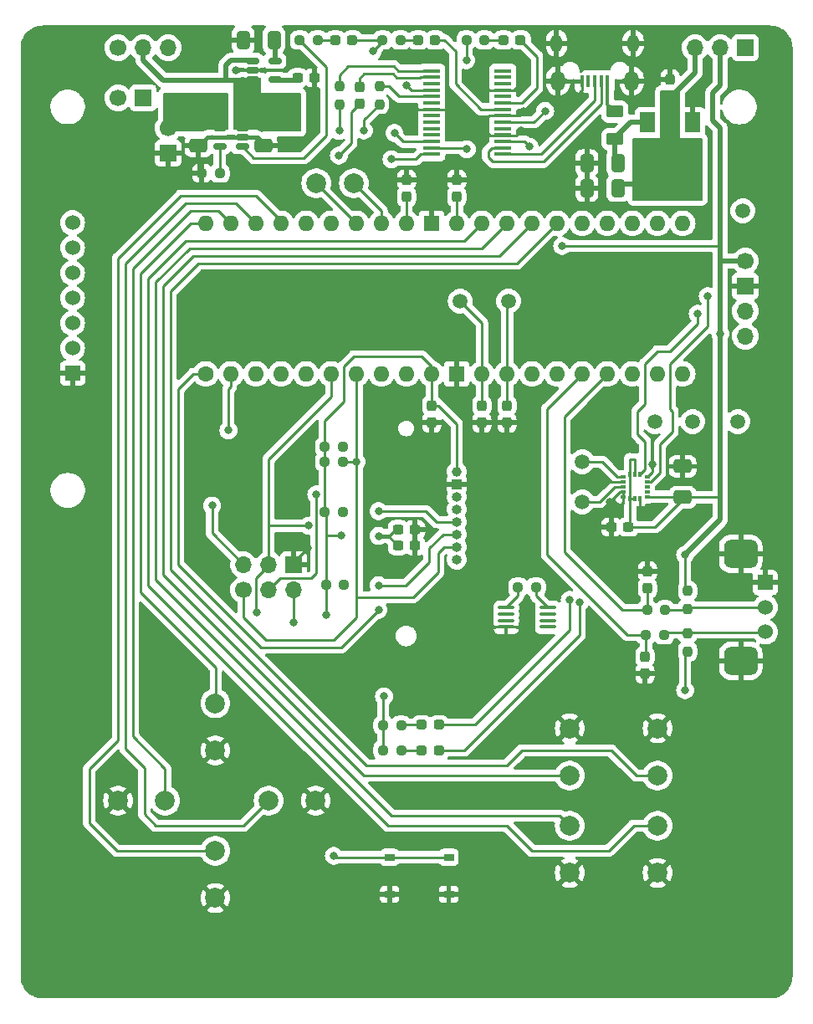
<source format=gtl>
G04 #@! TF.GenerationSoftware,KiCad,Pcbnew,7.0.7*
G04 #@! TF.CreationDate,2023-09-24T19:29:38+02:00*
G04 #@! TF.ProjectId,ardumate,61726475-6d61-4746-952e-6b696361645f,rev?*
G04 #@! TF.SameCoordinates,Original*
G04 #@! TF.FileFunction,Copper,L1,Top*
G04 #@! TF.FilePolarity,Positive*
%FSLAX46Y46*%
G04 Gerber Fmt 4.6, Leading zero omitted, Abs format (unit mm)*
G04 Created by KiCad (PCBNEW 7.0.7) date 2023-09-24 19:29:38*
%MOMM*%
%LPD*%
G01*
G04 APERTURE LIST*
G04 Aperture macros list*
%AMRoundRect*
0 Rectangle with rounded corners*
0 $1 Rounding radius*
0 $2 $3 $4 $5 $6 $7 $8 $9 X,Y pos of 4 corners*
0 Add a 4 corners polygon primitive as box body*
4,1,4,$2,$3,$4,$5,$6,$7,$8,$9,$2,$3,0*
0 Add four circle primitives for the rounded corners*
1,1,$1+$1,$2,$3*
1,1,$1+$1,$4,$5*
1,1,$1+$1,$6,$7*
1,1,$1+$1,$8,$9*
0 Add four rect primitives between the rounded corners*
20,1,$1+$1,$2,$3,$4,$5,0*
20,1,$1+$1,$4,$5,$6,$7,0*
20,1,$1+$1,$6,$7,$8,$9,0*
20,1,$1+$1,$8,$9,$2,$3,0*%
G04 Aperture macros list end*
G04 #@! TA.AperFunction,SMDPad,CuDef*
%ADD10RoundRect,0.250000X0.412500X0.650000X-0.412500X0.650000X-0.412500X-0.650000X0.412500X-0.650000X0*%
G04 #@! TD*
G04 #@! TA.AperFunction,SMDPad,CuDef*
%ADD11RoundRect,0.250000X-0.650000X0.412500X-0.650000X-0.412500X0.650000X-0.412500X0.650000X0.412500X0*%
G04 #@! TD*
G04 #@! TA.AperFunction,ComponentPad*
%ADD12C,1.500000*%
G04 #@! TD*
G04 #@! TA.AperFunction,SMDPad,CuDef*
%ADD13RoundRect,0.237500X-0.250000X-0.237500X0.250000X-0.237500X0.250000X0.237500X-0.250000X0.237500X0*%
G04 #@! TD*
G04 #@! TA.AperFunction,SMDPad,CuDef*
%ADD14RoundRect,0.087500X0.187500X0.087500X-0.187500X0.087500X-0.187500X-0.087500X0.187500X-0.087500X0*%
G04 #@! TD*
G04 #@! TA.AperFunction,SMDPad,CuDef*
%ADD15RoundRect,0.087500X0.087500X0.187500X-0.087500X0.187500X-0.087500X-0.187500X0.087500X-0.187500X0*%
G04 #@! TD*
G04 #@! TA.AperFunction,ComponentPad*
%ADD16C,2.000000*%
G04 #@! TD*
G04 #@! TA.AperFunction,SMDPad,CuDef*
%ADD17C,1.500000*%
G04 #@! TD*
G04 #@! TA.AperFunction,ComponentPad*
%ADD18C,1.524000*%
G04 #@! TD*
G04 #@! TA.AperFunction,ComponentPad*
%ADD19R,1.524000X1.524000*%
G04 #@! TD*
G04 #@! TA.AperFunction,ComponentPad*
%ADD20RoundRect,0.725000X0.975000X-0.725000X0.975000X0.725000X-0.975000X0.725000X-0.975000X-0.725000X0*%
G04 #@! TD*
G04 #@! TA.AperFunction,SMDPad,CuDef*
%ADD21RoundRect,0.237500X-0.237500X0.250000X-0.237500X-0.250000X0.237500X-0.250000X0.237500X0.250000X0*%
G04 #@! TD*
G04 #@! TA.AperFunction,SMDPad,CuDef*
%ADD22RoundRect,0.237500X0.237500X-0.300000X0.237500X0.300000X-0.237500X0.300000X-0.237500X-0.300000X0*%
G04 #@! TD*
G04 #@! TA.AperFunction,SMDPad,CuDef*
%ADD23RoundRect,0.237500X0.287500X0.237500X-0.287500X0.237500X-0.287500X-0.237500X0.287500X-0.237500X0*%
G04 #@! TD*
G04 #@! TA.AperFunction,SMDPad,CuDef*
%ADD24RoundRect,0.100000X-0.712500X-0.100000X0.712500X-0.100000X0.712500X0.100000X-0.712500X0.100000X0*%
G04 #@! TD*
G04 #@! TA.AperFunction,ComponentPad*
%ADD25C,1.600000*%
G04 #@! TD*
G04 #@! TA.AperFunction,ComponentPad*
%ADD26O,1.600000X1.600000*%
G04 #@! TD*
G04 #@! TA.AperFunction,ComponentPad*
%ADD27R,1.600000X1.600000*%
G04 #@! TD*
G04 #@! TA.AperFunction,SMDPad,CuDef*
%ADD28RoundRect,0.237500X-0.287500X-0.237500X0.287500X-0.237500X0.287500X0.237500X-0.287500X0.237500X0*%
G04 #@! TD*
G04 #@! TA.AperFunction,ComponentPad*
%ADD29C,1.700000*%
G04 #@! TD*
G04 #@! TA.AperFunction,ComponentPad*
%ADD30O,1.700000X1.700000*%
G04 #@! TD*
G04 #@! TA.AperFunction,ComponentPad*
%ADD31R,1.700000X1.700000*%
G04 #@! TD*
G04 #@! TA.AperFunction,SMDPad,CuDef*
%ADD32RoundRect,0.237500X-0.300000X-0.237500X0.300000X-0.237500X0.300000X0.237500X-0.300000X0.237500X0*%
G04 #@! TD*
G04 #@! TA.AperFunction,SMDPad,CuDef*
%ADD33RoundRect,0.237500X0.250000X0.237500X-0.250000X0.237500X-0.250000X-0.237500X0.250000X-0.237500X0*%
G04 #@! TD*
G04 #@! TA.AperFunction,SMDPad,CuDef*
%ADD34R,1.750000X0.450000*%
G04 #@! TD*
G04 #@! TA.AperFunction,SMDPad,CuDef*
%ADD35RoundRect,0.237500X0.237500X-0.250000X0.237500X0.250000X-0.237500X0.250000X-0.237500X-0.250000X0*%
G04 #@! TD*
G04 #@! TA.AperFunction,SMDPad,CuDef*
%ADD36RoundRect,0.150000X-0.512500X-0.150000X0.512500X-0.150000X0.512500X0.150000X-0.512500X0.150000X0*%
G04 #@! TD*
G04 #@! TA.AperFunction,SMDPad,CuDef*
%ADD37C,2.000000*%
G04 #@! TD*
G04 #@! TA.AperFunction,SMDPad,CuDef*
%ADD38RoundRect,0.237500X-0.237500X0.300000X-0.237500X-0.300000X0.237500X-0.300000X0.237500X0.300000X0*%
G04 #@! TD*
G04 #@! TA.AperFunction,SMDPad,CuDef*
%ADD39RoundRect,0.250000X0.650000X-0.412500X0.650000X0.412500X-0.650000X0.412500X-0.650000X-0.412500X0*%
G04 #@! TD*
G04 #@! TA.AperFunction,SMDPad,CuDef*
%ADD40RoundRect,0.237500X0.300000X0.237500X-0.300000X0.237500X-0.300000X-0.237500X0.300000X-0.237500X0*%
G04 #@! TD*
G04 #@! TA.AperFunction,SMDPad,CuDef*
%ADD41R,1.000000X0.750000*%
G04 #@! TD*
G04 #@! TA.AperFunction,ComponentPad*
%ADD42C,1.000000*%
G04 #@! TD*
G04 #@! TA.AperFunction,ComponentPad*
%ADD43R,1.000000X1.000000*%
G04 #@! TD*
G04 #@! TA.AperFunction,ComponentPad*
%ADD44O,1.000000X1.000000*%
G04 #@! TD*
G04 #@! TA.AperFunction,SMDPad,CuDef*
%ADD45RoundRect,0.250000X-0.625000X0.375000X-0.625000X-0.375000X0.625000X-0.375000X0.625000X0.375000X0*%
G04 #@! TD*
G04 #@! TA.AperFunction,SMDPad,CuDef*
%ADD46R,1.500000X2.000000*%
G04 #@! TD*
G04 #@! TA.AperFunction,SMDPad,CuDef*
%ADD47R,3.800000X2.000000*%
G04 #@! TD*
G04 #@! TA.AperFunction,SMDPad,CuDef*
%ADD48RoundRect,0.150000X0.512500X0.150000X-0.512500X0.150000X-0.512500X-0.150000X0.512500X-0.150000X0*%
G04 #@! TD*
G04 #@! TA.AperFunction,SMDPad,CuDef*
%ADD49R,0.450000X1.300000*%
G04 #@! TD*
G04 #@! TA.AperFunction,ComponentPad*
%ADD50O,1.150000X1.800000*%
G04 #@! TD*
G04 #@! TA.AperFunction,ComponentPad*
%ADD51O,1.450000X2.000000*%
G04 #@! TD*
G04 #@! TA.AperFunction,ViaPad*
%ADD52C,0.800000*%
G04 #@! TD*
G04 #@! TA.AperFunction,Conductor*
%ADD53C,0.500000*%
G04 #@! TD*
G04 #@! TA.AperFunction,Conductor*
%ADD54C,0.250000*%
G04 #@! TD*
G04 #@! TA.AperFunction,Conductor*
%ADD55C,0.400000*%
G04 #@! TD*
G04 #@! TA.AperFunction,Conductor*
%ADD56C,0.350000*%
G04 #@! TD*
G04 #@! TA.AperFunction,Conductor*
%ADD57C,0.300000*%
G04 #@! TD*
G04 APERTURE END LIST*
D10*
X125006500Y-42418000D03*
X121881500Y-42418000D03*
D11*
X123952000Y-49999500D03*
X123952000Y-53124500D03*
X117348000Y-49999500D03*
X117348000Y-53124500D03*
D12*
X167386000Y-81026000D03*
X172466000Y-59690000D03*
D13*
X162663500Y-102616000D03*
X164488500Y-102616000D03*
D14*
X162769000Y-88630000D03*
X162769000Y-88130000D03*
X162769000Y-87630000D03*
X162769000Y-87130000D03*
X162769000Y-86630000D03*
D15*
X162044000Y-86405000D03*
X161544000Y-86405000D03*
X161044000Y-86405000D03*
D14*
X160319000Y-86630000D03*
X160319000Y-87130000D03*
X160319000Y-87630000D03*
X160319000Y-88130000D03*
X160319000Y-88630000D03*
D15*
X161044000Y-88855000D03*
X161544000Y-88855000D03*
X162044000Y-88855000D03*
D16*
X113995200Y-119380000D03*
X109220000Y-119380000D03*
X154940000Y-116840000D03*
X154940000Y-112064800D03*
D10*
X159804500Y-54864000D03*
X156679500Y-54864000D03*
D13*
X130151500Y-90170000D03*
X131976500Y-90170000D03*
D17*
X156210000Y-85090000D03*
D18*
X174752000Y-102322000D03*
X174752000Y-99822000D03*
D19*
X174752000Y-97322000D03*
D20*
X172252000Y-94422000D03*
X172252000Y-105222000D03*
D21*
X166878000Y-98147500D03*
X166878000Y-99972500D03*
D22*
X138425000Y-58266500D03*
X138425000Y-56541500D03*
D23*
X141704000Y-111710000D03*
X139954000Y-111710000D03*
D24*
X148509500Y-99863000D03*
X148509500Y-100513000D03*
X148509500Y-101163000D03*
X148509500Y-101813000D03*
X152734500Y-101813000D03*
X152734500Y-101163000D03*
X152734500Y-100513000D03*
X152734500Y-99863000D03*
D25*
X118115000Y-76205000D03*
D26*
X120655000Y-76205000D03*
X123195000Y-76205000D03*
X125735000Y-76205000D03*
X128275000Y-76205000D03*
X130815000Y-76205000D03*
X133355000Y-76205000D03*
X135895000Y-76205000D03*
X138435000Y-76205000D03*
X140975000Y-76205000D03*
D27*
X143515000Y-76205000D03*
D26*
X146055000Y-76205000D03*
X148595000Y-76205000D03*
X151135000Y-76205000D03*
X153675000Y-76205000D03*
X156215000Y-76205000D03*
X158755000Y-76205000D03*
X161295000Y-76205000D03*
X163835000Y-76205000D03*
X166375000Y-76205000D03*
X166375000Y-60965000D03*
X163835000Y-60965000D03*
X161295000Y-60965000D03*
X158755000Y-60965000D03*
X156215000Y-60965000D03*
X153675000Y-60965000D03*
X151135000Y-60965000D03*
X148595000Y-60965000D03*
X146055000Y-60965000D03*
X143515000Y-60965000D03*
D27*
X140975000Y-60965000D03*
D26*
X138435000Y-60965000D03*
X135895000Y-60965000D03*
X133355000Y-60965000D03*
X130815000Y-60965000D03*
X128275000Y-60965000D03*
X125735000Y-60965000D03*
X123195000Y-60965000D03*
X120655000Y-60965000D03*
X118115000Y-60965000D03*
D28*
X131205000Y-42418000D03*
X132955000Y-42418000D03*
D29*
X121920000Y-98044000D03*
D30*
X121920000Y-95504000D03*
X124460000Y-98044000D03*
X124460000Y-95504000D03*
X127000000Y-98044000D03*
D31*
X127000000Y-95504000D03*
D32*
X137567500Y-93599000D03*
X139292500Y-93599000D03*
D33*
X137886500Y-111760000D03*
X136061500Y-111760000D03*
D34*
X140970000Y-45525000D03*
X140970000Y-46175000D03*
X140970000Y-46825000D03*
X140970000Y-47475000D03*
X140970000Y-48125000D03*
X140970000Y-48775000D03*
X140970000Y-49425000D03*
X140970000Y-50075000D03*
X140970000Y-50725000D03*
X140970000Y-51375000D03*
X140970000Y-52025000D03*
X140970000Y-52675000D03*
X140970000Y-53325000D03*
X140970000Y-53975000D03*
X148170000Y-53975000D03*
X148170000Y-53325000D03*
X148170000Y-52675000D03*
X148170000Y-52025000D03*
X148170000Y-51375000D03*
X148170000Y-50725000D03*
X148170000Y-50075000D03*
X148170000Y-49425000D03*
X148170000Y-48775000D03*
X148170000Y-48125000D03*
X148170000Y-47475000D03*
X148170000Y-46825000D03*
X148170000Y-46175000D03*
X148170000Y-45525000D03*
D35*
X166878000Y-104290500D03*
X166878000Y-102465500D03*
D36*
X122814500Y-44516000D03*
X122814500Y-45466000D03*
X122814500Y-46416000D03*
X125089500Y-46416000D03*
X125089500Y-44516000D03*
D12*
X148754000Y-68834000D03*
X143854000Y-68834000D03*
D37*
X133096000Y-56896000D03*
D38*
X140970000Y-79401500D03*
X140970000Y-81126500D03*
D39*
X166370000Y-88684500D03*
X166370000Y-85559500D03*
D13*
X130255000Y-97536000D03*
X132080000Y-97536000D03*
D37*
X129286000Y-56896000D03*
D22*
X165100000Y-48106500D03*
X165100000Y-46381500D03*
D29*
X109220000Y-43180000D03*
D30*
X111760000Y-43180000D03*
X114300000Y-43180000D03*
D33*
X119530500Y-55880000D03*
X117705500Y-55880000D03*
D40*
X160882500Y-91694000D03*
X159157500Y-91694000D03*
D23*
X149973000Y-42418000D03*
X148223000Y-42418000D03*
D16*
X163830000Y-116840000D03*
X163830000Y-112064800D03*
D12*
X171958000Y-81026000D03*
D21*
X135680000Y-47093500D03*
X135680000Y-48918500D03*
D41*
X142700000Y-128875000D03*
X136700000Y-128875000D03*
X142700000Y-125125000D03*
X136700000Y-125125000D03*
D16*
X124460000Y-119380000D03*
X129235200Y-119380000D03*
D29*
X172720000Y-64770000D03*
D31*
X172720000Y-67310000D03*
D30*
X172720000Y-69850000D03*
X172720000Y-72390000D03*
D42*
X143510000Y-86106000D03*
D43*
X143510000Y-87376000D03*
D44*
X143510000Y-88646000D03*
X143510000Y-89916000D03*
X143510000Y-91186000D03*
X143510000Y-92456000D03*
X143510000Y-93726000D03*
X143510000Y-94996000D03*
D38*
X133648000Y-47143500D03*
X133648000Y-48868500D03*
D13*
X127611500Y-42418000D03*
X129436500Y-42418000D03*
D16*
X154940000Y-121920000D03*
X154940000Y-126695200D03*
D45*
X159512000Y-49654000D03*
X159512000Y-52454000D03*
D17*
X156210000Y-89154000D03*
D33*
X146313500Y-42418000D03*
X144488500Y-42418000D03*
D12*
X163576000Y-81026000D03*
D13*
X130151500Y-83566000D03*
X131976500Y-83566000D03*
D46*
X167400000Y-50698000D03*
X165100000Y-50698000D03*
D47*
X165100000Y-56998000D03*
D46*
X162800000Y-50698000D03*
D21*
X131616000Y-47093500D03*
X131616000Y-48918500D03*
D16*
X163830000Y-121920000D03*
X163830000Y-126695200D03*
D32*
X137567500Y-91948000D03*
X139292500Y-91948000D03*
D23*
X141704000Y-114300000D03*
X139954000Y-114300000D03*
D38*
X148590000Y-79401500D03*
X148590000Y-81126500D03*
D16*
X119075200Y-109524800D03*
X119075200Y-114300000D03*
D10*
X159804500Y-57404000D03*
X156679500Y-57404000D03*
D22*
X162814000Y-97890500D03*
X162814000Y-96165500D03*
D33*
X151534500Y-97790000D03*
X149709500Y-97790000D03*
D13*
X162767000Y-100076000D03*
X164592000Y-100076000D03*
D32*
X127407500Y-46228000D03*
X129132500Y-46228000D03*
D48*
X121787500Y-53173500D03*
X121787500Y-52223500D03*
X121787500Y-51273500D03*
X119512500Y-51273500D03*
X119512500Y-53173500D03*
D23*
X141337000Y-42418000D03*
X139587000Y-42418000D03*
D29*
X114300000Y-51308000D03*
D31*
X114300000Y-53848000D03*
D49*
X158785000Y-46597000D03*
X158135000Y-46597000D03*
X157485000Y-46597000D03*
X156835000Y-46597000D03*
X156185000Y-46597000D03*
D50*
X161360000Y-42747000D03*
D51*
X161210000Y-46547000D03*
X153760000Y-46547000D03*
D50*
X153610000Y-42747000D03*
D33*
X137818500Y-42418000D03*
X135993500Y-42418000D03*
D22*
X143510000Y-58266500D03*
X143510000Y-56541500D03*
D31*
X172720000Y-43180000D03*
D30*
X170180000Y-43180000D03*
X167640000Y-43180000D03*
D29*
X109220000Y-48260000D03*
D31*
X111760000Y-48260000D03*
D38*
X146050000Y-79401500D03*
X146050000Y-81126500D03*
D13*
X130151500Y-85090000D03*
X131976500Y-85090000D03*
D33*
X137886500Y-114270000D03*
X136061500Y-114270000D03*
D38*
X162560000Y-104801500D03*
X162560000Y-106526500D03*
D16*
X119075200Y-124460000D03*
X119075200Y-129235200D03*
D19*
X104617520Y-76142545D03*
D18*
X104617520Y-73602545D03*
X104617520Y-71062545D03*
X104617520Y-68522545D03*
X104617520Y-65982545D03*
X104617520Y-63442545D03*
X104617520Y-60902545D03*
D52*
X108204000Y-51562000D03*
X106680000Y-45720000D03*
X123444000Y-42418000D03*
X119380000Y-42164000D03*
X121920000Y-42418000D03*
X129032000Y-46228000D03*
X150876000Y-53213000D03*
X168402000Y-74422000D03*
X106807000Y-108839000D03*
X168783000Y-104267000D03*
X170180000Y-97155000D03*
X158115000Y-103251000D03*
X164719000Y-105664000D03*
X175260000Y-111760000D03*
X156718000Y-54864000D03*
X127000000Y-92964000D03*
X175260000Y-45720000D03*
X175260000Y-127000000D03*
X104140000Y-137922000D03*
X175260000Y-81280000D03*
X142240000Y-137922000D03*
X145923000Y-47498000D03*
X101600000Y-63500000D03*
X126365000Y-52832000D03*
X164592000Y-93218000D03*
X172466000Y-52324000D03*
X175260000Y-119380000D03*
X145796000Y-51054000D03*
X175260000Y-60960000D03*
X115951000Y-132207000D03*
X113538000Y-57404000D03*
X127508000Y-88773000D03*
X175260000Y-48260000D03*
X160020000Y-137922000D03*
X120650000Y-73406000D03*
X159385000Y-119126000D03*
X140843000Y-106934000D03*
X132207000Y-68580000D03*
X150368000Y-73660000D03*
X121920000Y-55880000D03*
X105918000Y-93980000D03*
X122682000Y-86868000D03*
X101600000Y-129540000D03*
X155702000Y-42672000D03*
X106680000Y-137922000D03*
X157480000Y-137922000D03*
X143510000Y-49530000D03*
X101600000Y-119380000D03*
X159004000Y-79502000D03*
X144780000Y-137922000D03*
X154940000Y-137922000D03*
X101600000Y-43180000D03*
X135509000Y-87630000D03*
X107442000Y-72390000D03*
X120650000Y-71374000D03*
X101600000Y-127000000D03*
X175260000Y-132080000D03*
X155956000Y-81534000D03*
X140970000Y-58420000D03*
X146558000Y-95504000D03*
X146685000Y-90932000D03*
X101600000Y-68580000D03*
X175260000Y-124460000D03*
X101600000Y-45720000D03*
X123952000Y-52832000D03*
X101600000Y-134620000D03*
X124079000Y-113411000D03*
X101600000Y-66040000D03*
X158242000Y-82042000D03*
X158750000Y-42672000D03*
X133350000Y-109728000D03*
X167640000Y-48260000D03*
X156718000Y-57404000D03*
X104140000Y-55880000D03*
X170180000Y-137922000D03*
X101600000Y-137922000D03*
X175260000Y-63500000D03*
X119380000Y-137922000D03*
X101600000Y-106680000D03*
X101600000Y-50800000D03*
X150241000Y-49657000D03*
X139700000Y-127000000D03*
X143510000Y-78486000D03*
X101600000Y-121920000D03*
X117094000Y-42164000D03*
X145288000Y-105156000D03*
X165227000Y-64516000D03*
X101600000Y-53340000D03*
X146304000Y-67564000D03*
X150495000Y-45593000D03*
X175260000Y-53340000D03*
X101600000Y-48260000D03*
X175260000Y-67310000D03*
X139065000Y-67183000D03*
X172720000Y-137922000D03*
X169418000Y-125349000D03*
X127000000Y-68580000D03*
X114300000Y-137922000D03*
X111760000Y-137922000D03*
X165100000Y-137922000D03*
X175260000Y-78740000D03*
X116840000Y-91567000D03*
X168402000Y-90424000D03*
X160020000Y-97409000D03*
X137922000Y-88519000D03*
X155067000Y-107823000D03*
X139573000Y-118872000D03*
X175260000Y-114300000D03*
X128397000Y-93853000D03*
X101600000Y-104140000D03*
X143510000Y-73660000D03*
X117348000Y-53124500D03*
X175260000Y-86360000D03*
X101600000Y-111760000D03*
X125984000Y-127635000D03*
X175260000Y-91440000D03*
X164846000Y-97917000D03*
X101600000Y-60960000D03*
X104140000Y-53340000D03*
X175260000Y-83820000D03*
X155194000Y-48514000D03*
X152654000Y-57404000D03*
X148082000Y-57404000D03*
X175260000Y-88900000D03*
X169545000Y-119380000D03*
X144018000Y-99822000D03*
X118110000Y-71374000D03*
X158496000Y-87122000D03*
X101600000Y-101600000D03*
X116840000Y-137922000D03*
X104140000Y-43180000D03*
X108204000Y-54610000D03*
X101600000Y-88900000D03*
X124460000Y-137922000D03*
X162560000Y-137922000D03*
X134620000Y-71120000D03*
X129540000Y-68580000D03*
X101600000Y-83820000D03*
X163322000Y-85344000D03*
X157988000Y-72390000D03*
X101600000Y-99060000D03*
X121920000Y-137922000D03*
X107950000Y-100076000D03*
X158750000Y-95631000D03*
X101600000Y-71120000D03*
X143510000Y-51054000D03*
X175260000Y-116840000D03*
X175260000Y-71120000D03*
X122682000Y-91186000D03*
X113665000Y-108712000D03*
X134620000Y-137922000D03*
X101600000Y-76200000D03*
X167894000Y-83312000D03*
X125476000Y-105029000D03*
X172466000Y-54864000D03*
X167640000Y-137922000D03*
X118618000Y-45212000D03*
X101600000Y-81280000D03*
X157226000Y-91694000D03*
X138684000Y-49530000D03*
X132080000Y-137922000D03*
X132080000Y-71120000D03*
X157226000Y-93726000D03*
X101600000Y-96520000D03*
X175260000Y-109220000D03*
X152400000Y-137922000D03*
X118110000Y-73406000D03*
X148590000Y-104140000D03*
X105918000Y-82550000D03*
X101600000Y-55880000D03*
X150114000Y-112268000D03*
X167386000Y-50800000D03*
X157988000Y-67183000D03*
X101600000Y-93980000D03*
X117348000Y-83058000D03*
X101600000Y-109220000D03*
X101600000Y-73660000D03*
X111760000Y-53848000D03*
X117348000Y-86868000D03*
X147320000Y-137922000D03*
X175260000Y-55880000D03*
X149860000Y-137922000D03*
X129540000Y-71120000D03*
X146812000Y-127000000D03*
X175260000Y-76200000D03*
X109220000Y-137922000D03*
X132080000Y-73279000D03*
X137414000Y-104648000D03*
X175260000Y-73660000D03*
X175260000Y-137160000D03*
X175260000Y-121920000D03*
X122682000Y-83058000D03*
X145669000Y-83693000D03*
X107569000Y-92075000D03*
X101600000Y-114300000D03*
X165100000Y-44196000D03*
X146939000Y-132461000D03*
X159766000Y-132334000D03*
X132588000Y-121920000D03*
X149987000Y-51562000D03*
X175260000Y-68580000D03*
X101600000Y-86360000D03*
X130302000Y-106934000D03*
X162306000Y-90170000D03*
X127000000Y-137922000D03*
X113030000Y-102108000D03*
X104140000Y-45720000D03*
X175260000Y-43180000D03*
X101600000Y-78740000D03*
X128905000Y-49657000D03*
X175260000Y-134620000D03*
X106680000Y-53340000D03*
X101600000Y-124460000D03*
X175260000Y-50800000D03*
X129540000Y-137922000D03*
X132588000Y-132207000D03*
X142113000Y-44196000D03*
X125857000Y-86233000D03*
X159008299Y-89158299D03*
X137160000Y-137922000D03*
X101600000Y-58420000D03*
X175260000Y-129540000D03*
X137414000Y-79502000D03*
X126746000Y-44958000D03*
X121158000Y-45466000D03*
X117856000Y-95885000D03*
X101600000Y-91440000D03*
X101600000Y-116840000D03*
X146431000Y-118872000D03*
X119126000Y-119253000D03*
X101600000Y-132080000D03*
X138049000Y-85598000D03*
X175260000Y-58420000D03*
X150368000Y-57404000D03*
X139700000Y-137922000D03*
X139446000Y-44323000D03*
X157226000Y-42672000D03*
X157988000Y-69596000D03*
X158877000Y-106807000D03*
X169291000Y-114554000D03*
X106680000Y-55880000D03*
X124460000Y-55880000D03*
X119380000Y-48413500D03*
X119380000Y-49683500D03*
X117348000Y-48413500D03*
X114300000Y-48413500D03*
X138430000Y-46990000D03*
X135001000Y-43561000D03*
X115824000Y-51207500D03*
X115824000Y-48413500D03*
X117348000Y-51207500D03*
X159512000Y-52454000D03*
X144488500Y-44450000D03*
X115824000Y-49683500D03*
X119380000Y-51207500D03*
X152463500Y-49593500D03*
X117348000Y-49999500D03*
X114300000Y-49683500D03*
X133355000Y-85090000D03*
X131976500Y-90170000D03*
X135599000Y-90093000D03*
X129286000Y-88392000D03*
X135599000Y-97593000D03*
X132080000Y-97536000D03*
X128524000Y-91567000D03*
X123285000Y-100330000D03*
X127000000Y-101346000D03*
X131064000Y-124968000D03*
X131572000Y-54102000D03*
X151534500Y-97790000D03*
X144526000Y-53467000D03*
X136906000Y-54483000D03*
X137204000Y-51816000D03*
X131616000Y-51606000D03*
X134112000Y-51562000D03*
X168910000Y-68326000D03*
X167894000Y-70104000D03*
X149709500Y-97790000D03*
X120396000Y-81915000D03*
X132037549Y-83627049D03*
X135599000Y-100093000D03*
X154935701Y-99064299D03*
X155956000Y-99314000D03*
X166624000Y-108204000D03*
X131826000Y-92583000D03*
X118745000Y-89535000D03*
X166624000Y-94488000D03*
X130255000Y-100584000D03*
X136144000Y-108839000D03*
X170180000Y-72136000D03*
X154178000Y-63246000D03*
X135599000Y-92593000D03*
X165100000Y-52578000D03*
X165100000Y-50800000D03*
X162306000Y-53594000D03*
X164084000Y-54864000D03*
X167894000Y-53594000D03*
X167894000Y-54864000D03*
X164084000Y-56896000D03*
X167894000Y-57912000D03*
X165100000Y-48260000D03*
X164084000Y-53594000D03*
X166116000Y-56896000D03*
X166116000Y-54864000D03*
X162052000Y-57912000D03*
X162306000Y-54864000D03*
X166116000Y-53594000D03*
X125476000Y-48413500D03*
X123952000Y-48413500D03*
X121412000Y-48921500D03*
X127000000Y-49683500D03*
X125476000Y-49683500D03*
X127000000Y-50953500D03*
X123785500Y-51273500D03*
X122174000Y-47498000D03*
X121666000Y-51207500D03*
X127000000Y-48413500D03*
X123952000Y-49999500D03*
X125476000Y-50953500D03*
X122174000Y-50038000D03*
X125222000Y-42418000D03*
D53*
X122748500Y-44450000D02*
X122814500Y-44516000D01*
X120142000Y-44958000D02*
X120650000Y-44450000D01*
X120650000Y-44450000D02*
X122748500Y-44450000D01*
X120142000Y-46482000D02*
X120142000Y-44958000D01*
X125089500Y-44516000D02*
X125089500Y-42550500D01*
D54*
X126746000Y-44958000D02*
X126238000Y-45466000D01*
X126238000Y-45466000D02*
X121158000Y-45466000D01*
D53*
X127153500Y-46482000D02*
X127407500Y-46228000D01*
X125155500Y-46482000D02*
X127153500Y-46482000D01*
X125089500Y-46416000D02*
X125155500Y-46482000D01*
X122748500Y-46482000D02*
X122814500Y-46416000D01*
X113792000Y-46482000D02*
X122748500Y-46482000D01*
X111760000Y-44450000D02*
X113792000Y-46482000D01*
X111760000Y-43180000D02*
X111760000Y-44450000D01*
D55*
X118249000Y-52223500D02*
X121787500Y-52223500D01*
D54*
X117348000Y-55522500D02*
X117705500Y-55880000D01*
D55*
X117348000Y-53124500D02*
X118249000Y-52223500D01*
D54*
X117348000Y-53124500D02*
X117348000Y-55522500D01*
X119512500Y-55862000D02*
X119530500Y-55880000D01*
X119512500Y-53173500D02*
X119512500Y-55862000D01*
X123785500Y-51273500D02*
X123952000Y-51107000D01*
X123785500Y-51273500D02*
X121721500Y-51273500D01*
X121721500Y-51273500D02*
X121666000Y-51207500D01*
X129286000Y-96393000D02*
X128778000Y-96901000D01*
X129286000Y-88392000D02*
X129286000Y-96393000D01*
X128778000Y-96901000D02*
X125603000Y-96901000D01*
X125603000Y-96901000D02*
X124460000Y-98044000D01*
X149616000Y-65024000D02*
X153675000Y-60965000D01*
X117348000Y-65024000D02*
X149616000Y-65024000D01*
X114554000Y-67818000D02*
X117348000Y-65024000D01*
X114554000Y-96012000D02*
X114554000Y-67818000D01*
X150114000Y-114300000D02*
X148590000Y-115824000D01*
X159131000Y-114300000D02*
X150114000Y-114300000D01*
X148590000Y-115824000D02*
X134366000Y-115824000D01*
X161671000Y-116840000D02*
X159131000Y-114300000D01*
X134366000Y-115824000D02*
X114554000Y-96012000D01*
X163830000Y-116840000D02*
X161671000Y-116840000D01*
X125735000Y-60716000D02*
X125735000Y-60965000D01*
X109220000Y-64516000D02*
X115570000Y-58166000D01*
X106299000Y-116205000D02*
X109220000Y-113284000D01*
X109220000Y-113284000D02*
X109220000Y-64516000D01*
X123185000Y-58166000D02*
X125735000Y-60716000D01*
X106299000Y-121666000D02*
X106299000Y-116205000D01*
X115570000Y-58166000D02*
X123185000Y-58166000D01*
X119075200Y-124460000D02*
X109093000Y-124460000D01*
X109093000Y-124460000D02*
X106299000Y-121666000D01*
X119380000Y-59690000D02*
X120655000Y-60965000D01*
X110744000Y-112903000D02*
X110744000Y-65532000D01*
X116586000Y-59690000D02*
X119380000Y-59690000D01*
X113995200Y-119380000D02*
X113995200Y-116154200D01*
X113995200Y-116154200D02*
X110744000Y-112903000D01*
X110744000Y-65532000D02*
X116586000Y-59690000D01*
X121158000Y-58928000D02*
X123195000Y-60965000D01*
X109982000Y-65024000D02*
X116078000Y-58928000D01*
X113030000Y-121920000D02*
X111887000Y-120777000D01*
X109982000Y-114173000D02*
X109982000Y-65024000D01*
X116078000Y-58928000D02*
X121158000Y-58928000D01*
X111887000Y-120777000D02*
X111887000Y-116078000D01*
X111887000Y-116078000D02*
X109982000Y-114173000D01*
X121920000Y-121920000D02*
X113030000Y-121920000D01*
X124460000Y-119380000D02*
X121920000Y-121920000D01*
X150368000Y-102362000D02*
X148590000Y-104140000D01*
X150327000Y-101813000D02*
X150368000Y-101854000D01*
X148509500Y-101813000D02*
X150327000Y-101813000D01*
X150368000Y-101854000D02*
X150368000Y-102362000D01*
X146009000Y-101813000D02*
X144018000Y-99822000D01*
X148509500Y-101813000D02*
X146009000Y-101813000D01*
X150495000Y-46275000D02*
X149295000Y-47475000D01*
X150495000Y-45593000D02*
X150495000Y-46275000D01*
X149295000Y-47475000D02*
X148170000Y-47475000D01*
X151638000Y-44083000D02*
X149973000Y-42418000D01*
X151638000Y-47244000D02*
X151638000Y-44083000D01*
X150107000Y-48775000D02*
X151638000Y-47244000D01*
X148170000Y-48775000D02*
X150107000Y-48775000D01*
X146775000Y-50075000D02*
X145796000Y-51054000D01*
X148170000Y-50075000D02*
X146775000Y-50075000D01*
X150338000Y-52675000D02*
X148170000Y-52675000D01*
X150876000Y-53213000D02*
X150338000Y-52675000D01*
X143891000Y-51435000D02*
X143510000Y-51054000D01*
X145796000Y-52070000D02*
X145161000Y-51435000D01*
X145161000Y-51435000D02*
X143891000Y-51435000D01*
X149479000Y-52070000D02*
X145796000Y-52070000D01*
X149987000Y-51562000D02*
X149479000Y-52070000D01*
X138425000Y-58266500D02*
X138430000Y-58271500D01*
X138430000Y-58271500D02*
X138430000Y-60965000D01*
X162044000Y-88855000D02*
X162044000Y-89908000D01*
X162044000Y-89908000D02*
X162306000Y-90170000D01*
D55*
X121787500Y-52223500D02*
X123343500Y-52223500D01*
D54*
X156185000Y-47523000D02*
X155194000Y-48514000D01*
X127000000Y-95250000D02*
X127000000Y-95504000D01*
X162769000Y-86630000D02*
X163322000Y-86077000D01*
X148170000Y-47475000D02*
X145946000Y-47475000D01*
X142643000Y-49425000D02*
X138789000Y-49425000D01*
D55*
X123343500Y-52223500D02*
X123952000Y-52832000D01*
D54*
X143515000Y-73665000D02*
X143510000Y-73660000D01*
X159512000Y-89662000D02*
X159008299Y-89158299D01*
X163322000Y-86077000D02*
X163322000Y-85344000D01*
X160319000Y-89363000D02*
X160020000Y-89662000D01*
X160319000Y-88130000D02*
X160036598Y-88130000D01*
X150241000Y-49657000D02*
X149823000Y-50075000D01*
X140975000Y-58425000D02*
X140970000Y-58420000D01*
X143510000Y-50292000D02*
X142643000Y-49425000D01*
X160319000Y-88630000D02*
X160319000Y-89363000D01*
X160036598Y-88130000D02*
X159008299Y-89158299D01*
X145946000Y-47475000D02*
X145923000Y-47498000D01*
X140975000Y-60965000D02*
X140975000Y-58425000D01*
X149823000Y-50075000D02*
X148170000Y-50075000D01*
X158504000Y-87130000D02*
X160319000Y-87130000D01*
X128397000Y-93853000D02*
X127000000Y-95250000D01*
X143510000Y-51054000D02*
X143510000Y-50292000D01*
X156185000Y-46597000D02*
X156185000Y-47523000D01*
X138789000Y-49425000D02*
X138684000Y-49530000D01*
X160020000Y-89662000D02*
X159512000Y-89662000D01*
X160319000Y-88130000D02*
X160319000Y-88630000D01*
X158496000Y-87122000D02*
X158504000Y-87130000D01*
X175260000Y-67310000D02*
X172720000Y-67310000D01*
X143515000Y-76205000D02*
X143515000Y-73665000D01*
X151332000Y-50725000D02*
X152463500Y-49593500D01*
X117514500Y-51273500D02*
X117448500Y-51207500D01*
X135993500Y-42568500D02*
X135993500Y-42418000D01*
D53*
X159512000Y-54571500D02*
X159804500Y-54864000D01*
X159512000Y-52454000D02*
X159512000Y-54571500D01*
D54*
X119446000Y-51273500D02*
X119380000Y-51207500D01*
X119380000Y-51207500D02*
X119314000Y-51273500D01*
X119512500Y-51273500D02*
X119446000Y-51273500D01*
D53*
X159512000Y-52454000D02*
X159512000Y-52324000D01*
D54*
X119314000Y-51273500D02*
X117514500Y-51273500D01*
X138915000Y-47475000D02*
X138430000Y-46990000D01*
X135993500Y-42418000D02*
X132955000Y-42418000D01*
X117448500Y-51207500D02*
X117348000Y-51207500D01*
X148170000Y-50725000D02*
X151332000Y-50725000D01*
X140970000Y-47475000D02*
X138915000Y-47475000D01*
X135001000Y-43561000D02*
X135993500Y-42568500D01*
X117348000Y-51107000D02*
X117348000Y-51107000D01*
D53*
X159512000Y-52324000D02*
X161138000Y-50698000D01*
D54*
X144488500Y-44450000D02*
X144488500Y-42418000D01*
D53*
X161138000Y-50698000D02*
X162800000Y-50698000D01*
D54*
X117348000Y-51207500D02*
X117348000Y-51107000D01*
X162767000Y-97937500D02*
X162814000Y-97890500D01*
X154432000Y-94234000D02*
X160274000Y-100076000D01*
X158755000Y-76205000D02*
X154432000Y-80528000D01*
X160274000Y-100076000D02*
X162767000Y-100076000D01*
X154432000Y-80528000D02*
X154432000Y-94234000D01*
X162767000Y-100076000D02*
X162767000Y-97937500D01*
X152654000Y-94488000D02*
X160782000Y-102616000D01*
X162663500Y-104905000D02*
X162814000Y-105055500D01*
X156215000Y-76205000D02*
X152654000Y-79766000D01*
X152654000Y-79766000D02*
X152654000Y-94488000D01*
X162663500Y-102616000D02*
X162663500Y-104905000D01*
X160782000Y-102616000D02*
X162663500Y-102616000D01*
D56*
X158785000Y-48927000D02*
X159512000Y-49654000D01*
X158785000Y-46597000D02*
X158785000Y-48927000D01*
D54*
X124206000Y-103124000D02*
X131064000Y-103124000D01*
X133355000Y-98806000D02*
X133355000Y-85090000D01*
X121920000Y-98044000D02*
X121920000Y-100838000D01*
X139065000Y-98806000D02*
X133355000Y-98806000D01*
X121920000Y-100838000D02*
X124206000Y-103124000D01*
X131976500Y-85090000D02*
X133355000Y-85090000D01*
X141601000Y-94365000D02*
X141601000Y-96270000D01*
X143510000Y-93726000D02*
X142240000Y-93726000D01*
X142240000Y-93726000D02*
X141601000Y-94365000D01*
X133355000Y-100833000D02*
X133355000Y-98806000D01*
X131064000Y-103124000D02*
X133355000Y-100833000D01*
X133355000Y-85090000D02*
X133355000Y-76205000D01*
X141601000Y-96270000D02*
X139065000Y-98806000D01*
X135895000Y-76581000D02*
X135895000Y-76205000D01*
X135599000Y-90093000D02*
X140385000Y-90093000D01*
X140385000Y-90093000D02*
X141478000Y-91186000D01*
X141478000Y-91186000D02*
X143510000Y-91186000D01*
X138373000Y-97593000D02*
X140716000Y-95250000D01*
X140716000Y-93853000D02*
X142113000Y-92456000D01*
X140716000Y-95250000D02*
X140716000Y-93853000D01*
X130815000Y-78481000D02*
X130815000Y-76205000D01*
X142113000Y-92456000D02*
X143510000Y-92456000D01*
X128524000Y-91567000D02*
X124460000Y-91567000D01*
X135599000Y-97593000D02*
X138373000Y-97593000D01*
X124460000Y-95504000D02*
X124460000Y-84836000D01*
X123285000Y-100330000D02*
X123190000Y-100235000D01*
X123190000Y-100235000D02*
X123190000Y-96901000D01*
X124460000Y-95631000D02*
X124460000Y-95504000D01*
X123190000Y-96901000D02*
X124460000Y-95631000D01*
X124460000Y-84836000D02*
X130815000Y-78481000D01*
X131572000Y-54102000D02*
X132842000Y-52832000D01*
X132842000Y-49674500D02*
X133648000Y-48868500D01*
X127000000Y-98044000D02*
X127000000Y-101346000D01*
X136700000Y-125125000D02*
X142700000Y-125125000D01*
X132842000Y-52832000D02*
X132842000Y-49674500D01*
X131221000Y-125125000D02*
X136700000Y-125125000D01*
X131064000Y-124968000D02*
X131221000Y-125125000D01*
X146685000Y-53710000D02*
X147070000Y-53325000D01*
X152273000Y-54737000D02*
X147182000Y-54737000D01*
X147070000Y-53325000D02*
X148170000Y-53325000D01*
X146685000Y-54240000D02*
X146685000Y-53710000D01*
X147182000Y-54737000D02*
X146685000Y-54240000D01*
X158135000Y-46597000D02*
X158135000Y-48875000D01*
X158135000Y-48875000D02*
X152273000Y-54737000D01*
X151534500Y-98663000D02*
X152734500Y-99863000D01*
X151534500Y-97790000D02*
X151534500Y-98663000D01*
X152088000Y-53906000D02*
X148239000Y-53906000D01*
X157485000Y-46597000D02*
X157485000Y-48509000D01*
X148239000Y-53906000D02*
X148170000Y-53975000D01*
X157485000Y-48509000D02*
X152088000Y-53906000D01*
X111506000Y-98298000D02*
X119126000Y-105918000D01*
X119126000Y-109474000D02*
X119075200Y-109524800D01*
X119126000Y-105918000D02*
X119126000Y-109474000D01*
X111506000Y-66040000D02*
X111506000Y-98298000D01*
X116576000Y-60965000D02*
X111501000Y-66040000D01*
X118110000Y-60965000D02*
X116576000Y-60965000D01*
X137033000Y-45847000D02*
X134112000Y-45847000D01*
X139870000Y-46175000D02*
X139817000Y-46228000D01*
X140970000Y-46175000D02*
X139870000Y-46175000D01*
X134112000Y-45847000D02*
X133648000Y-46311000D01*
X139817000Y-46228000D02*
X137414000Y-46228000D01*
X133648000Y-46311000D02*
X133648000Y-47143500D01*
X137414000Y-46228000D02*
X137033000Y-45847000D01*
X146055000Y-76205000D02*
X146055000Y-71035000D01*
X146055000Y-76205000D02*
X146055000Y-79396500D01*
X146055000Y-71035000D02*
X143854000Y-68834000D01*
X146055000Y-79396500D02*
X146050000Y-79401500D01*
X148595000Y-76205000D02*
X148595000Y-68993000D01*
X148595000Y-76205000D02*
X148595000Y-79396500D01*
X148595000Y-79396500D02*
X148590000Y-79401500D01*
X148595000Y-68993000D02*
X148754000Y-68834000D01*
X144526000Y-53467000D02*
X144384000Y-53325000D01*
X144384000Y-53325000D02*
X140970000Y-53325000D01*
X136906000Y-54483000D02*
X139363000Y-54483000D01*
X139363000Y-54483000D02*
X139871000Y-53975000D01*
X139871000Y-53975000D02*
X140970000Y-53975000D01*
X138093000Y-52705000D02*
X137204000Y-51816000D01*
X139870000Y-52675000D02*
X139840000Y-52705000D01*
X139840000Y-52705000D02*
X138093000Y-52705000D01*
X140970000Y-52675000D02*
X139870000Y-52675000D01*
X131616000Y-51606000D02*
X131616000Y-48918500D01*
X134112000Y-50486500D02*
X135680000Y-48918500D01*
X134112000Y-51562000D02*
X134112000Y-50486500D01*
X148082000Y-42418000D02*
X146313500Y-42418000D01*
X165100000Y-79756000D02*
X165354000Y-80010000D01*
X168910000Y-68326000D02*
X168910000Y-71374000D01*
X165354000Y-82042000D02*
X164084000Y-83312000D01*
X165354000Y-80010000D02*
X165354000Y-82042000D01*
X168910000Y-71374000D02*
X165100000Y-75184000D01*
X165100000Y-75184000D02*
X165100000Y-79756000D01*
X163127363Y-87130000D02*
X162769000Y-87130000D01*
X164084000Y-83312000D02*
X164084000Y-86173363D01*
X164084000Y-86173363D02*
X163127363Y-87130000D01*
X165100000Y-73914000D02*
X163830000Y-73914000D01*
X162560000Y-85889000D02*
X162044000Y-86405000D01*
X162560000Y-79248000D02*
X161798000Y-80010000D01*
X167894000Y-71120000D02*
X165100000Y-73914000D01*
X162560000Y-75184000D02*
X162560000Y-79248000D01*
X163830000Y-73914000D02*
X162560000Y-75184000D01*
X161798000Y-80010000D02*
X161798000Y-82296000D01*
X162560000Y-83058000D02*
X162560000Y-85889000D01*
X161798000Y-82296000D02*
X162560000Y-83058000D01*
X167894000Y-70104000D02*
X167894000Y-71120000D01*
X149709500Y-97790000D02*
X149709500Y-98663000D01*
X149709500Y-98663000D02*
X148509500Y-99863000D01*
X120650000Y-77470000D02*
X120650000Y-76708000D01*
X120396000Y-81915000D02*
X120396000Y-77724000D01*
X120655000Y-76703000D02*
X120655000Y-76205000D01*
X120650000Y-76708000D02*
X120655000Y-76703000D01*
X120396000Y-77724000D02*
X120650000Y-77470000D01*
X143383000Y-46863000D02*
X143383000Y-43561000D01*
X142240000Y-42418000D02*
X141337000Y-42418000D01*
X148170000Y-49425000D02*
X145945000Y-49425000D01*
X145945000Y-49425000D02*
X143383000Y-46863000D01*
X143383000Y-43561000D02*
X142240000Y-42418000D01*
X139587000Y-42418000D02*
X137818500Y-42418000D01*
X137600000Y-45525000D02*
X137160000Y-45085000D01*
X137160000Y-45085000D02*
X132505000Y-45085000D01*
X131616000Y-45974000D02*
X131616000Y-47093500D01*
X132505000Y-45085000D02*
X131616000Y-45974000D01*
X140970000Y-45525000D02*
X137600000Y-45525000D01*
X137668000Y-48133000D02*
X136628500Y-47093500D01*
X139862000Y-48133000D02*
X137668000Y-48133000D01*
X136628500Y-47093500D02*
X135680000Y-47093500D01*
X139870000Y-48125000D02*
X139862000Y-48133000D01*
X140970000Y-48125000D02*
X139870000Y-48125000D01*
X115316000Y-95504000D02*
X123698000Y-103886000D01*
X131806000Y-103886000D02*
X135599000Y-100093000D01*
X123698000Y-103886000D02*
X131806000Y-103886000D01*
X116835000Y-76205000D02*
X115316000Y-77724000D01*
X115316000Y-77724000D02*
X115316000Y-95504000D01*
X118115000Y-76205000D02*
X116835000Y-76205000D01*
X151135000Y-60965000D02*
X147838000Y-64262000D01*
X113792000Y-96520000D02*
X134112000Y-116840000D01*
X147838000Y-64262000D02*
X116858000Y-64262000D01*
X116858000Y-64262000D02*
X113792000Y-67328000D01*
X134112000Y-116840000D02*
X154940000Y-116840000D01*
X113792000Y-67328000D02*
X113792000Y-96520000D01*
X113030000Y-97028000D02*
X136906000Y-120904000D01*
X146060000Y-63500000D02*
X116456500Y-63500000D01*
X153924000Y-120904000D02*
X154940000Y-121920000D01*
X113030000Y-67056000D02*
X113030000Y-97028000D01*
X136906000Y-120904000D02*
X153924000Y-120904000D01*
X116456500Y-63500000D02*
X113025000Y-66931500D01*
X113025000Y-66931500D02*
X113025000Y-67056000D01*
X148595000Y-60965000D02*
X146060000Y-63500000D01*
X144282000Y-62738000D02*
X116075500Y-62738000D01*
X146055000Y-60965000D02*
X144282000Y-62738000D01*
X151130000Y-124460000D02*
X158877000Y-124460000D01*
X116075500Y-62738000D02*
X112268000Y-66545500D01*
X136525000Y-121920000D02*
X148590000Y-121920000D01*
X112268000Y-97663000D02*
X136525000Y-121920000D01*
X148590000Y-121920000D02*
X151130000Y-124460000D01*
X161417000Y-121920000D02*
X163830000Y-121920000D01*
X112268000Y-66545500D02*
X112268000Y-97663000D01*
X158877000Y-124460000D02*
X161417000Y-121920000D01*
X154935701Y-102112299D02*
X145338000Y-111710000D01*
X154935701Y-99064299D02*
X154935701Y-102112299D01*
X145338000Y-111710000D02*
X141704000Y-111710000D01*
X137936500Y-111710000D02*
X137886500Y-111760000D01*
X139954000Y-111710000D02*
X137936500Y-111710000D01*
X131205000Y-42418000D02*
X129436500Y-42418000D01*
X122970000Y-54356000D02*
X121787500Y-53173500D01*
X128016000Y-54356000D02*
X122970000Y-54356000D01*
X127611500Y-42418000D02*
X130302000Y-45108500D01*
X130302000Y-45108500D02*
X130302000Y-52070000D01*
X130302000Y-52070000D02*
X128016000Y-54356000D01*
X144272000Y-114300000D02*
X141704000Y-114300000D01*
X155956000Y-99314000D02*
X155956000Y-102616000D01*
X155956000Y-102616000D02*
X144272000Y-114300000D01*
X137916500Y-114300000D02*
X137886500Y-114270000D01*
X139954000Y-114300000D02*
X137916500Y-114300000D01*
X136061500Y-114270000D02*
X136061500Y-111760000D01*
X161044000Y-91532500D02*
X160882500Y-91694000D01*
D53*
X170180000Y-72136000D02*
X170180000Y-88646000D01*
D54*
X162769000Y-88630000D02*
X165807500Y-88630000D01*
X130255000Y-100584000D02*
X130255000Y-97536000D01*
X161044000Y-90424000D02*
X161044000Y-91532500D01*
X166624000Y-94488000D02*
X166624000Y-97893500D01*
D53*
X170180000Y-88646000D02*
X170180000Y-90932000D01*
D54*
X143510000Y-81280000D02*
X141631500Y-79401500D01*
X130151500Y-80922500D02*
X132080000Y-78994000D01*
X166624000Y-104544500D02*
X166878000Y-104290500D01*
X132080000Y-75438000D02*
X133096000Y-74422000D01*
X136061500Y-111760000D02*
X136061500Y-108921500D01*
X166624000Y-108204000D02*
X166624000Y-104544500D01*
X130255000Y-92456000D02*
X130255000Y-90273500D01*
X166370000Y-88900000D02*
X166370000Y-88684500D01*
X139954000Y-74422000D02*
X140975000Y-75443000D01*
X161044000Y-86405000D02*
X161044000Y-88855000D01*
D53*
X169418000Y-47752000D02*
X169418000Y-50546000D01*
D55*
X135599000Y-92593000D02*
X136561500Y-92593000D01*
D54*
X163576000Y-91694000D02*
X166370000Y-88900000D01*
X130255000Y-90273500D02*
X130151500Y-90170000D01*
X130255000Y-92583000D02*
X131826000Y-92583000D01*
X140975000Y-76205000D02*
X140975000Y-79396500D01*
X136642000Y-92593000D02*
X135599000Y-92593000D01*
X141631500Y-79401500D02*
X140970000Y-79401500D01*
D53*
X170180000Y-64770000D02*
X172720000Y-64770000D01*
D54*
X160882500Y-91694000D02*
X163576000Y-91694000D01*
X130255000Y-97536000D02*
X130255000Y-92456000D01*
X137567500Y-91948000D02*
X137287000Y-91948000D01*
X130151500Y-90170000D02*
X130151500Y-85090000D01*
X143510000Y-86106000D02*
X143510000Y-81280000D01*
D53*
X170180000Y-46990000D02*
X169418000Y-47752000D01*
D54*
X161052000Y-84836000D02*
X161044000Y-84828000D01*
X136061500Y-108921500D02*
X136144000Y-108839000D01*
X161044000Y-88855000D02*
X161044000Y-90424000D01*
X170141500Y-88684500D02*
X170180000Y-88646000D01*
X137287000Y-91948000D02*
X136642000Y-92593000D01*
X130151500Y-83566000D02*
X130151500Y-80922500D01*
D53*
X170180000Y-90932000D02*
X166624000Y-94488000D01*
D54*
X136561500Y-92593000D02*
X137567500Y-93599000D01*
X130151500Y-85090000D02*
X130151500Y-83566000D01*
X140975000Y-75443000D02*
X140975000Y-76205000D01*
X154178000Y-63246000D02*
X170180000Y-63246000D01*
X143515000Y-58271500D02*
X143515000Y-60965000D01*
X166370000Y-88684500D02*
X170141500Y-88684500D01*
X161044000Y-86405000D02*
X161044000Y-84828000D01*
X161544000Y-84836000D02*
X161052000Y-84836000D01*
X133096000Y-74422000D02*
X139954000Y-74422000D01*
D53*
X170180000Y-43180000D02*
X170180000Y-46990000D01*
X170180000Y-51308000D02*
X170180000Y-72136000D01*
D54*
X118745000Y-89535000D02*
X118745000Y-92329000D01*
X166624000Y-97893500D02*
X166878000Y-98147500D01*
X161544000Y-88855000D02*
X161044000Y-88855000D01*
X140975000Y-79396500D02*
X140970000Y-79401500D01*
X132080000Y-78994000D02*
X132080000Y-75438000D01*
X118745000Y-92329000D02*
X121920000Y-95504000D01*
X161544000Y-84836000D02*
X161544000Y-86405000D01*
D53*
X169418000Y-50546000D02*
X170180000Y-51308000D01*
X165100000Y-56998000D02*
X160210500Y-56998000D01*
X167640000Y-45720000D02*
X167640000Y-43180000D01*
X165100000Y-50698000D02*
X165100000Y-48260000D01*
X165100000Y-48260000D02*
X167640000Y-45720000D01*
X160210500Y-56998000D02*
X159804500Y-57404000D01*
D54*
X121787500Y-51273500D02*
X121853500Y-51273500D01*
X121853500Y-51273500D02*
X121666000Y-51207500D01*
D57*
X125089500Y-42550500D02*
X125222000Y-42418000D01*
D54*
X130815000Y-60965000D02*
X130810000Y-60965000D01*
X160319000Y-87630000D02*
X159512000Y-87630000D01*
X157988000Y-89154000D02*
X156210000Y-89154000D01*
X159512000Y-87630000D02*
X157988000Y-89154000D01*
X158242000Y-85090000D02*
X156210000Y-85090000D01*
X159782000Y-86630000D02*
X158242000Y-85090000D01*
X160319000Y-86630000D02*
X159782000Y-86630000D01*
X133355000Y-60965000D02*
X133347500Y-60965000D01*
X133355000Y-60965000D02*
X129286000Y-56896000D01*
X135895000Y-60965000D02*
X135895000Y-59695000D01*
X135890000Y-60965000D02*
X135895000Y-60965000D01*
X135895000Y-59695000D02*
X133096000Y-56896000D01*
X164488500Y-102616000D02*
X164742500Y-102362000D01*
X164742500Y-102362000D02*
X174712000Y-102362000D01*
X174712000Y-102362000D02*
X174752000Y-102322000D01*
X166878000Y-99972500D02*
X167028500Y-99822000D01*
X167028500Y-99822000D02*
X174752000Y-99822000D01*
X164592000Y-100076000D02*
X166774500Y-100076000D01*
X166774500Y-100076000D02*
X166878000Y-99972500D01*
G04 #@! TA.AperFunction,Conductor*
G36*
X166059039Y-47517685D02*
G01*
X166104794Y-47570489D01*
X166116000Y-47622000D01*
X166116000Y-52324000D01*
X168278000Y-52324000D01*
X168345039Y-52343685D01*
X168390794Y-52396489D01*
X168402000Y-52448000D01*
X168402000Y-58550000D01*
X168382315Y-58617039D01*
X168329511Y-58662794D01*
X168278000Y-58674000D01*
X161414000Y-58674000D01*
X161346961Y-58654315D01*
X161301206Y-58601511D01*
X161290000Y-58550000D01*
X161290000Y-52448000D01*
X161309685Y-52380961D01*
X161362489Y-52335206D01*
X161414000Y-52324000D01*
X164084000Y-52324000D01*
X164084000Y-47622000D01*
X164103685Y-47554961D01*
X164156489Y-47509206D01*
X164208000Y-47498000D01*
X165992000Y-47498000D01*
X166059039Y-47517685D01*
G37*
G04 #@! TD.AperFunction*
G04 #@! TA.AperFunction,Conductor*
G36*
X121896626Y-46132034D02*
G01*
X121898773Y-46133275D01*
X121900133Y-46134079D01*
X121900135Y-46134081D01*
X122041602Y-46217744D01*
X122083224Y-46229836D01*
X122199426Y-46263597D01*
X122199429Y-46263597D01*
X122199431Y-46263598D01*
X122211722Y-46264565D01*
X122236304Y-46266500D01*
X122236306Y-46266500D01*
X123392696Y-46266500D01*
X123411131Y-46265049D01*
X123429569Y-46263598D01*
X123539406Y-46231687D01*
X123609273Y-46231886D01*
X123667944Y-46269827D01*
X123696788Y-46333465D01*
X123698000Y-46350763D01*
X123698000Y-47752000D01*
X127638000Y-47752000D01*
X127705039Y-47771685D01*
X127750794Y-47824489D01*
X127762000Y-47876000D01*
X127762000Y-51565000D01*
X127742315Y-51632039D01*
X127689511Y-51677794D01*
X127638000Y-51689000D01*
X123840917Y-51689000D01*
X123773878Y-51669315D01*
X123770516Y-51667076D01*
X123762916Y-51661830D01*
X123760391Y-51660087D01*
X123757378Y-51657870D01*
X123708559Y-51619623D01*
X123708555Y-51619620D01*
X123699313Y-51615461D01*
X123679766Y-51604436D01*
X123671431Y-51598683D01*
X123671432Y-51598683D01*
X123671430Y-51598682D01*
X123613441Y-51576689D01*
X123609990Y-51575259D01*
X123553430Y-51549804D01*
X123543446Y-51547974D01*
X123521843Y-51541951D01*
X123512374Y-51538360D01*
X123512370Y-51538359D01*
X123450813Y-51530884D01*
X123447112Y-51530321D01*
X123386108Y-51519142D01*
X123386103Y-51519142D01*
X123324197Y-51522887D01*
X123320452Y-51523000D01*
X122680969Y-51523000D01*
X122617848Y-51505732D01*
X122593583Y-51491382D01*
X122560398Y-51471756D01*
X122560397Y-51471755D01*
X122560396Y-51471755D01*
X122560393Y-51471754D01*
X122402573Y-51425902D01*
X122402567Y-51425901D01*
X122365696Y-51423000D01*
X122365694Y-51423000D01*
X121209306Y-51423000D01*
X121209304Y-51423000D01*
X121172432Y-51425901D01*
X121172426Y-51425902D01*
X121062595Y-51457812D01*
X120992726Y-51457613D01*
X120934056Y-51419671D01*
X120905212Y-51356033D01*
X120904000Y-51338736D01*
X120904000Y-46485755D01*
X120923685Y-46418716D01*
X120976489Y-46372961D01*
X121045647Y-46363017D01*
X121053769Y-46364462D01*
X121063354Y-46366500D01*
X121063355Y-46366500D01*
X121252644Y-46366500D01*
X121252646Y-46366500D01*
X121437803Y-46327144D01*
X121610730Y-46250151D01*
X121762770Y-46139687D01*
X121828572Y-46116209D01*
X121896626Y-46132034D01*
G37*
G04 #@! TD.AperFunction*
G04 #@! TA.AperFunction,Conductor*
G36*
X120339039Y-47771685D02*
G01*
X120384794Y-47824489D01*
X120396000Y-47876000D01*
X120396000Y-51399000D01*
X120376315Y-51466039D01*
X120323511Y-51511794D01*
X120272000Y-51523000D01*
X118272036Y-51523000D01*
X118268292Y-51522887D01*
X118206397Y-51519143D01*
X118206390Y-51519143D01*
X118145402Y-51530319D01*
X118141701Y-51530882D01*
X118080125Y-51538360D01*
X118070642Y-51541956D01*
X118049038Y-51547978D01*
X118047535Y-51548254D01*
X118039065Y-51549806D01*
X118039063Y-51549807D01*
X117982527Y-51575252D01*
X117979069Y-51576684D01*
X117921069Y-51598682D01*
X117912724Y-51604442D01*
X117893183Y-51615464D01*
X117883944Y-51619622D01*
X117835129Y-51657865D01*
X117832114Y-51660083D01*
X117822024Y-51667048D01*
X117755670Y-51688933D01*
X117751581Y-51689000D01*
X113916000Y-51689000D01*
X113848961Y-51669315D01*
X113803206Y-51616511D01*
X113792000Y-51565000D01*
X113792000Y-47876000D01*
X113811685Y-47808961D01*
X113864489Y-47763206D01*
X113916000Y-47752000D01*
X120272000Y-47752000D01*
X120339039Y-47771685D01*
G37*
G04 #@! TD.AperFunction*
G04 #@! TA.AperFunction,Conductor*
G36*
X121011749Y-40960185D02*
G01*
X121057504Y-41012989D01*
X121067448Y-41082147D01*
X121038423Y-41145703D01*
X121009807Y-41170038D01*
X121000659Y-41175680D01*
X121000655Y-41175683D01*
X120876684Y-41299654D01*
X120784643Y-41448875D01*
X120784641Y-41448880D01*
X120729494Y-41615302D01*
X120729493Y-41615309D01*
X120719000Y-41718013D01*
X120719000Y-42168000D01*
X123043999Y-42168000D01*
X123043999Y-41718028D01*
X123043998Y-41718013D01*
X123033505Y-41615302D01*
X122978358Y-41448880D01*
X122978356Y-41448875D01*
X122886315Y-41299654D01*
X122762344Y-41175683D01*
X122762340Y-41175680D01*
X122753193Y-41170038D01*
X122706468Y-41118090D01*
X122695247Y-41049128D01*
X122723090Y-40985046D01*
X122781159Y-40946190D01*
X122818290Y-40940500D01*
X124068758Y-40940500D01*
X124135797Y-40960185D01*
X124181552Y-41012989D01*
X124191496Y-41082147D01*
X124162471Y-41145703D01*
X124133854Y-41170039D01*
X124125344Y-41175287D01*
X124001289Y-41299342D01*
X123909187Y-41448663D01*
X123909185Y-41448668D01*
X123889825Y-41507093D01*
X123854001Y-41615203D01*
X123854001Y-41615204D01*
X123854000Y-41615204D01*
X123843500Y-41717983D01*
X123843500Y-43118001D01*
X123843501Y-43118018D01*
X123854000Y-43220796D01*
X123854001Y-43220799D01*
X123909185Y-43387331D01*
X123909187Y-43387336D01*
X123925130Y-43413183D01*
X123962241Y-43473351D01*
X124001289Y-43536657D01*
X124125345Y-43660713D01*
X124138449Y-43668795D01*
X124185175Y-43720742D01*
X124196399Y-43789704D01*
X124168557Y-43853787D01*
X124161037Y-43862016D01*
X124058920Y-43964133D01*
X124058914Y-43964140D01*
X124058729Y-43964455D01*
X124058519Y-43964650D01*
X124054139Y-43970298D01*
X124053227Y-43969591D01*
X124007657Y-44012136D01*
X123938915Y-44024637D01*
X123874327Y-43997988D01*
X123850143Y-43970078D01*
X123849861Y-43970298D01*
X123845823Y-43965092D01*
X123845271Y-43964455D01*
X123845085Y-43964140D01*
X123845076Y-43964129D01*
X123728870Y-43847923D01*
X123728862Y-43847917D01*
X123605163Y-43774762D01*
X123587398Y-43764256D01*
X123587397Y-43764255D01*
X123587396Y-43764255D01*
X123587393Y-43764254D01*
X123429573Y-43718402D01*
X123429567Y-43718401D01*
X123392696Y-43715500D01*
X123392694Y-43715500D01*
X122997987Y-43715500D01*
X122930948Y-43695815D01*
X122885193Y-43643011D01*
X122875249Y-43573853D01*
X122892448Y-43526403D01*
X122978356Y-43387124D01*
X122978358Y-43387119D01*
X123033505Y-43220697D01*
X123033506Y-43220690D01*
X123043999Y-43117986D01*
X123044000Y-43117973D01*
X123044000Y-42668000D01*
X120719001Y-42668000D01*
X120719001Y-43117986D01*
X120729494Y-43220697D01*
X120784641Y-43387119D01*
X120784643Y-43387124D01*
X120860683Y-43510403D01*
X120879123Y-43577796D01*
X120858201Y-43644459D01*
X120804559Y-43689229D01*
X120755144Y-43699500D01*
X120713705Y-43699500D01*
X120695735Y-43698191D01*
X120671972Y-43694710D01*
X120626890Y-43698655D01*
X120619933Y-43699264D01*
X120614532Y-43699500D01*
X120606288Y-43699500D01*
X120573707Y-43703308D01*
X120497199Y-43710001D01*
X120490133Y-43711461D01*
X120490121Y-43711404D01*
X120482752Y-43713038D01*
X120482766Y-43713095D01*
X120475741Y-43714759D01*
X120403556Y-43741033D01*
X120330670Y-43765185D01*
X120330667Y-43765186D01*
X120330665Y-43765187D01*
X120330662Y-43765188D01*
X120324128Y-43768236D01*
X120324102Y-43768182D01*
X120317306Y-43771472D01*
X120317332Y-43771524D01*
X120310884Y-43774762D01*
X120246699Y-43816977D01*
X120181350Y-43857284D01*
X120175682Y-43861766D01*
X120175646Y-43861720D01*
X120169798Y-43866484D01*
X120169835Y-43866528D01*
X120164310Y-43871164D01*
X120164304Y-43871169D01*
X120164304Y-43871170D01*
X120148304Y-43888129D01*
X120111599Y-43927033D01*
X119656358Y-44382272D01*
X119642729Y-44394051D01*
X119623468Y-44408390D01*
X119589898Y-44448397D01*
X119586253Y-44452376D01*
X119580409Y-44458222D01*
X119560059Y-44483959D01*
X119510695Y-44542789D01*
X119506729Y-44548819D01*
X119506682Y-44548788D01*
X119502630Y-44555147D01*
X119502679Y-44555177D01*
X119498889Y-44561321D01*
X119466424Y-44630941D01*
X119431960Y-44699566D01*
X119429488Y-44706357D01*
X119429432Y-44706336D01*
X119426960Y-44713450D01*
X119427015Y-44713469D01*
X119424742Y-44720327D01*
X119414624Y-44769331D01*
X119409207Y-44795565D01*
X119406756Y-44805908D01*
X119391501Y-44870270D01*
X119390663Y-44877443D01*
X119390605Y-44877436D01*
X119389837Y-44884950D01*
X119389894Y-44884955D01*
X119389265Y-44892137D01*
X119391500Y-44968916D01*
X119391500Y-45607500D01*
X119371815Y-45674539D01*
X119319011Y-45720294D01*
X119267500Y-45731500D01*
X114154229Y-45731500D01*
X114087190Y-45711815D01*
X114066548Y-45695181D01*
X113359752Y-44988385D01*
X112698310Y-44326942D01*
X112664827Y-44265622D01*
X112669811Y-44195930D01*
X112698308Y-44151587D01*
X112798495Y-44051401D01*
X112928426Y-43865840D01*
X112983001Y-43822217D01*
X113052499Y-43815023D01*
X113114854Y-43846546D01*
X113131574Y-43865841D01*
X113175993Y-43929277D01*
X113261505Y-44051401D01*
X113428599Y-44218495D01*
X113525384Y-44286264D01*
X113622165Y-44354032D01*
X113622167Y-44354033D01*
X113622170Y-44354035D01*
X113836337Y-44453903D01*
X113836343Y-44453904D01*
X113836344Y-44453905D01*
X113862174Y-44460826D01*
X114064592Y-44515063D01*
X114241034Y-44530500D01*
X114299999Y-44535659D01*
X114300000Y-44535659D01*
X114300001Y-44535659D01*
X114358966Y-44530500D01*
X114535408Y-44515063D01*
X114763663Y-44453903D01*
X114977830Y-44354035D01*
X115171401Y-44218495D01*
X115338495Y-44051401D01*
X115474035Y-43857830D01*
X115573903Y-43643663D01*
X115635063Y-43415408D01*
X115655659Y-43180000D01*
X115635063Y-42944592D01*
X115573903Y-42716337D01*
X115474035Y-42502171D01*
X115470415Y-42497000D01*
X115338494Y-42308597D01*
X115171402Y-42141506D01*
X115171395Y-42141501D01*
X115156869Y-42131330D01*
X115094518Y-42087671D01*
X114977834Y-42005967D01*
X114977830Y-42005965D01*
X114977829Y-42005964D01*
X114763663Y-41906097D01*
X114763659Y-41906096D01*
X114763655Y-41906094D01*
X114535413Y-41844938D01*
X114535403Y-41844936D01*
X114300001Y-41824341D01*
X114299999Y-41824341D01*
X114064596Y-41844936D01*
X114064586Y-41844938D01*
X113836344Y-41906094D01*
X113836337Y-41906096D01*
X113836337Y-41906097D01*
X113832393Y-41907936D01*
X113622171Y-42005964D01*
X113622169Y-42005965D01*
X113428597Y-42141505D01*
X113261505Y-42308597D01*
X113131575Y-42494158D01*
X113076998Y-42537783D01*
X113007500Y-42544977D01*
X112945145Y-42513454D01*
X112928425Y-42494158D01*
X112798494Y-42308597D01*
X112631402Y-42141506D01*
X112631395Y-42141501D01*
X112616869Y-42131330D01*
X112554518Y-42087671D01*
X112437834Y-42005967D01*
X112437830Y-42005965D01*
X112437830Y-42005964D01*
X112223663Y-41906097D01*
X112223659Y-41906096D01*
X112223655Y-41906094D01*
X111995413Y-41844938D01*
X111995403Y-41844936D01*
X111760001Y-41824341D01*
X111759999Y-41824341D01*
X111524596Y-41844936D01*
X111524586Y-41844938D01*
X111296344Y-41906094D01*
X111296337Y-41906096D01*
X111296337Y-41906097D01*
X111292393Y-41907936D01*
X111082171Y-42005964D01*
X111082169Y-42005965D01*
X110888597Y-42141505D01*
X110721505Y-42308597D01*
X110591575Y-42494158D01*
X110536998Y-42537783D01*
X110467500Y-42544977D01*
X110405145Y-42513454D01*
X110388425Y-42494158D01*
X110258494Y-42308597D01*
X110091402Y-42141506D01*
X110091395Y-42141501D01*
X110076869Y-42131330D01*
X110014518Y-42087671D01*
X109897834Y-42005967D01*
X109897830Y-42005965D01*
X109897829Y-42005964D01*
X109683663Y-41906097D01*
X109683659Y-41906096D01*
X109683655Y-41906094D01*
X109455413Y-41844938D01*
X109455403Y-41844936D01*
X109220001Y-41824341D01*
X109219999Y-41824341D01*
X108984596Y-41844936D01*
X108984586Y-41844938D01*
X108756344Y-41906094D01*
X108756337Y-41906096D01*
X108756337Y-41906097D01*
X108752393Y-41907936D01*
X108542171Y-42005964D01*
X108542169Y-42005965D01*
X108348597Y-42141505D01*
X108181505Y-42308597D01*
X108045965Y-42502169D01*
X108045964Y-42502171D01*
X107946098Y-42716335D01*
X107946094Y-42716344D01*
X107884938Y-42944586D01*
X107884936Y-42944596D01*
X107864341Y-43179999D01*
X107864341Y-43180000D01*
X107884936Y-43415403D01*
X107884938Y-43415413D01*
X107946094Y-43643655D01*
X107946096Y-43643659D01*
X107946097Y-43643663D01*
X108041343Y-43847919D01*
X108045965Y-43857830D01*
X108045967Y-43857834D01*
X108154011Y-44012136D01*
X108181505Y-44051401D01*
X108348599Y-44218495D01*
X108445384Y-44286264D01*
X108542165Y-44354032D01*
X108542167Y-44354033D01*
X108542170Y-44354035D01*
X108756337Y-44453903D01*
X108756343Y-44453904D01*
X108756344Y-44453905D01*
X108782174Y-44460826D01*
X108984592Y-44515063D01*
X109161034Y-44530500D01*
X109219999Y-44535659D01*
X109220000Y-44535659D01*
X109220001Y-44535659D01*
X109278966Y-44530500D01*
X109455408Y-44515063D01*
X109683663Y-44453903D01*
X109897830Y-44354035D01*
X110091401Y-44218495D01*
X110258495Y-44051401D01*
X110388426Y-43865841D01*
X110443002Y-43822217D01*
X110512500Y-43815023D01*
X110574855Y-43846546D01*
X110591575Y-43865842D01*
X110721501Y-44051396D01*
X110721506Y-44051402D01*
X110888595Y-44218492D01*
X110888598Y-44218494D01*
X110888599Y-44218495D01*
X110956623Y-44266125D01*
X111000248Y-44320701D01*
X111009500Y-44367700D01*
X111009500Y-44386294D01*
X111008191Y-44404263D01*
X111004710Y-44428025D01*
X111009264Y-44480064D01*
X111009500Y-44485470D01*
X111009500Y-44493709D01*
X111013306Y-44526275D01*
X111013676Y-44530499D01*
X111020000Y-44602791D01*
X111021461Y-44609867D01*
X111021403Y-44609878D01*
X111023034Y-44617237D01*
X111023092Y-44617224D01*
X111024757Y-44624250D01*
X111051025Y-44696424D01*
X111075185Y-44769331D01*
X111078236Y-44775874D01*
X111078182Y-44775898D01*
X111081470Y-44782688D01*
X111081521Y-44782663D01*
X111084761Y-44789113D01*
X111084762Y-44789114D01*
X111084763Y-44789117D01*
X111118802Y-44840871D01*
X111126965Y-44853283D01*
X111167287Y-44918655D01*
X111171766Y-44924319D01*
X111171719Y-44924356D01*
X111176482Y-44930202D01*
X111176528Y-44930164D01*
X111181173Y-44935700D01*
X111237017Y-44988385D01*
X113068282Y-46819650D01*
X113101767Y-46880973D01*
X113098931Y-46920626D01*
X113121513Y-46915714D01*
X113186977Y-46940130D01*
X113200349Y-46951717D01*
X113216270Y-46967638D01*
X113228051Y-46981270D01*
X113242388Y-47000528D01*
X113282409Y-47034111D01*
X113286397Y-47037766D01*
X113292216Y-47043585D01*
X113292220Y-47043588D01*
X113292223Y-47043591D01*
X113317959Y-47063940D01*
X113376786Y-47113302D01*
X113376787Y-47113302D01*
X113376789Y-47113304D01*
X113382818Y-47117270D01*
X113382785Y-47117319D01*
X113389147Y-47121372D01*
X113389179Y-47121321D01*
X113395319Y-47125108D01*
X113395323Y-47125111D01*
X113430132Y-47141343D01*
X113464941Y-47157575D01*
X113480913Y-47165596D01*
X113506078Y-47178234D01*
X113557152Y-47225912D01*
X113574342Y-47293634D01*
X113552190Y-47359899D01*
X113531630Y-47382758D01*
X113488771Y-47419896D01*
X113480653Y-47426930D01*
X113406832Y-47512123D01*
X113386433Y-47535664D01*
X113386431Y-47535666D01*
X113347293Y-47621366D01*
X113301537Y-47674169D01*
X113234498Y-47693853D01*
X113167458Y-47674168D01*
X113121704Y-47621363D01*
X113110499Y-47569853D01*
X113110499Y-47362129D01*
X113110498Y-47362123D01*
X113109852Y-47356116D01*
X113104091Y-47302517D01*
X113103036Y-47299689D01*
X113053797Y-47167671D01*
X113053795Y-47167668D01*
X113053792Y-47167664D01*
X113013401Y-47113709D01*
X112988984Y-47048245D01*
X112993021Y-47029681D01*
X112989447Y-47031015D01*
X112921174Y-47016163D01*
X112906290Y-47006597D01*
X112852335Y-46966206D01*
X112852328Y-46966202D01*
X112717482Y-46915908D01*
X112717483Y-46915908D01*
X112657883Y-46909501D01*
X112657881Y-46909500D01*
X112657873Y-46909500D01*
X112657864Y-46909500D01*
X110862129Y-46909500D01*
X110862123Y-46909501D01*
X110802516Y-46915908D01*
X110667671Y-46966202D01*
X110667664Y-46966206D01*
X110552455Y-47052452D01*
X110552452Y-47052455D01*
X110466206Y-47167664D01*
X110466203Y-47167669D01*
X110417189Y-47299083D01*
X110375317Y-47355016D01*
X110309853Y-47379433D01*
X110241580Y-47364581D01*
X110213326Y-47343430D01*
X110091402Y-47221506D01*
X110091395Y-47221501D01*
X110085562Y-47217417D01*
X110018013Y-47170118D01*
X109897834Y-47085967D01*
X109897830Y-47085965D01*
X109864768Y-47070548D01*
X109683663Y-46986097D01*
X109683659Y-46986096D01*
X109683655Y-46986094D01*
X109455413Y-46924938D01*
X109455403Y-46924936D01*
X109220001Y-46904341D01*
X109219999Y-46904341D01*
X108984596Y-46924936D01*
X108984586Y-46924938D01*
X108756344Y-46986094D01*
X108756335Y-46986098D01*
X108542171Y-47085964D01*
X108542169Y-47085965D01*
X108348597Y-47221505D01*
X108181505Y-47388597D01*
X108045965Y-47582169D01*
X108045964Y-47582171D01*
X107946098Y-47796335D01*
X107946094Y-47796344D01*
X107884938Y-48024586D01*
X107884936Y-48024596D01*
X107864341Y-48259999D01*
X107864341Y-48260000D01*
X107884936Y-48495403D01*
X107884938Y-48495413D01*
X107946094Y-48723655D01*
X107946096Y-48723659D01*
X107946097Y-48723663D01*
X108045965Y-48937829D01*
X108045965Y-48937830D01*
X108045967Y-48937834D01*
X108132409Y-49061285D01*
X108181505Y-49131401D01*
X108348599Y-49298495D01*
X108444396Y-49365573D01*
X108542165Y-49434032D01*
X108542167Y-49434033D01*
X108542170Y-49434035D01*
X108756337Y-49533903D01*
X108756343Y-49533904D01*
X108756344Y-49533905D01*
X108811285Y-49548626D01*
X108984592Y-49595063D01*
X109161034Y-49610500D01*
X109219999Y-49615659D01*
X109220000Y-49615659D01*
X109220001Y-49615659D01*
X109278966Y-49610500D01*
X109455408Y-49595063D01*
X109683663Y-49533903D01*
X109897830Y-49434035D01*
X110091401Y-49298495D01*
X110213329Y-49176566D01*
X110274648Y-49143084D01*
X110344340Y-49148068D01*
X110400274Y-49189939D01*
X110417189Y-49220917D01*
X110466202Y-49352328D01*
X110466206Y-49352335D01*
X110552452Y-49467544D01*
X110552455Y-49467547D01*
X110667664Y-49553793D01*
X110667671Y-49553797D01*
X110802517Y-49604091D01*
X110802516Y-49604091D01*
X110809444Y-49604835D01*
X110862127Y-49610500D01*
X112657872Y-49610499D01*
X112717483Y-49604091D01*
X112852331Y-49553796D01*
X112967546Y-49467546D01*
X112999397Y-49424999D01*
X113059112Y-49345231D01*
X113060193Y-49346040D01*
X113103072Y-49303161D01*
X113171345Y-49288309D01*
X113236810Y-49312725D01*
X113278681Y-49368659D01*
X113286500Y-49411993D01*
X113286500Y-50361805D01*
X113266815Y-50428844D01*
X113264075Y-50432928D01*
X113125965Y-50630169D01*
X113125964Y-50630171D01*
X113026098Y-50844335D01*
X113026094Y-50844344D01*
X112964938Y-51072586D01*
X112964936Y-51072596D01*
X112944341Y-51307999D01*
X112944341Y-51308000D01*
X112964936Y-51543403D01*
X112964938Y-51543413D01*
X113026094Y-51771655D01*
X113026096Y-51771659D01*
X113026097Y-51771663D01*
X113120144Y-51973346D01*
X113125965Y-51985830D01*
X113125967Y-51985834D01*
X113200624Y-52092454D01*
X113256141Y-52171741D01*
X113261501Y-52179395D01*
X113261506Y-52179402D01*
X113383818Y-52301714D01*
X113417303Y-52363037D01*
X113412319Y-52432729D01*
X113370447Y-52488662D01*
X113339471Y-52505577D01*
X113207912Y-52554646D01*
X113207906Y-52554649D01*
X113092812Y-52640809D01*
X113092809Y-52640812D01*
X113006649Y-52755906D01*
X113006645Y-52755913D01*
X112956403Y-52890620D01*
X112956401Y-52890627D01*
X112950000Y-52950155D01*
X112950000Y-53598000D01*
X113686653Y-53598000D01*
X113753692Y-53617685D01*
X113799447Y-53670489D01*
X113809391Y-53739647D01*
X113805631Y-53756933D01*
X113800000Y-53776111D01*
X113800000Y-53919889D01*
X113801573Y-53925245D01*
X113805631Y-53939067D01*
X113805630Y-54008936D01*
X113767855Y-54067714D01*
X113704299Y-54096738D01*
X113686653Y-54098000D01*
X112950000Y-54098000D01*
X112950000Y-54745844D01*
X112956401Y-54805372D01*
X112956403Y-54805379D01*
X113006645Y-54940086D01*
X113006649Y-54940093D01*
X113092809Y-55055187D01*
X113092812Y-55055190D01*
X113207906Y-55141350D01*
X113207913Y-55141354D01*
X113342620Y-55191596D01*
X113342627Y-55191598D01*
X113402155Y-55197999D01*
X113402172Y-55198000D01*
X114049999Y-55198000D01*
X114049999Y-54460301D01*
X114069683Y-54393262D01*
X114122487Y-54347507D01*
X114191646Y-54337563D01*
X114198380Y-54338531D01*
X114264237Y-54348000D01*
X114264238Y-54348000D01*
X114335762Y-54348000D01*
X114335763Y-54348000D01*
X114408352Y-54337563D01*
X114477510Y-54347507D01*
X114530314Y-54393261D01*
X114549999Y-54460301D01*
X114549999Y-55197999D01*
X114550000Y-55198000D01*
X115197828Y-55198000D01*
X115197844Y-55197999D01*
X115257372Y-55191598D01*
X115257379Y-55191596D01*
X115392086Y-55141354D01*
X115392093Y-55141350D01*
X115507187Y-55055190D01*
X115507190Y-55055187D01*
X115593350Y-54940093D01*
X115593354Y-54940086D01*
X115643596Y-54805379D01*
X115643598Y-54805372D01*
X115649999Y-54745844D01*
X115650000Y-54745827D01*
X115650000Y-54098000D01*
X114913347Y-54098000D01*
X114846308Y-54078315D01*
X114800553Y-54025511D01*
X114790609Y-53956353D01*
X114794369Y-53939067D01*
X114798427Y-53925245D01*
X114800000Y-53919889D01*
X114800000Y-53776111D01*
X114794368Y-53756933D01*
X114794370Y-53687064D01*
X114832145Y-53628286D01*
X114895701Y-53599262D01*
X114913347Y-53598000D01*
X115649999Y-53598000D01*
X115649999Y-53374500D01*
X115948001Y-53374500D01*
X115948001Y-53586986D01*
X115958494Y-53689697D01*
X116013641Y-53856119D01*
X116013643Y-53856124D01*
X116105684Y-54005345D01*
X116229654Y-54129315D01*
X116378875Y-54221356D01*
X116378880Y-54221358D01*
X116545302Y-54276505D01*
X116545309Y-54276506D01*
X116648019Y-54286999D01*
X117097999Y-54286999D01*
X117098000Y-54286998D01*
X117098000Y-53374500D01*
X115948001Y-53374500D01*
X115649999Y-53374500D01*
X115650000Y-52950172D01*
X115649999Y-52950155D01*
X115643598Y-52890627D01*
X115643596Y-52890620D01*
X115593354Y-52755913D01*
X115593350Y-52755906D01*
X115507190Y-52640812D01*
X115507187Y-52640809D01*
X115392093Y-52554649D01*
X115392088Y-52554646D01*
X115260528Y-52505577D01*
X115204595Y-52463705D01*
X115180178Y-52398241D01*
X115195030Y-52329968D01*
X115216175Y-52301720D01*
X115287079Y-52230816D01*
X115348401Y-52197334D01*
X115374758Y-52194500D01*
X115913828Y-52194500D01*
X115980867Y-52214185D01*
X116026622Y-52266989D01*
X116036566Y-52336147D01*
X116019367Y-52383596D01*
X116013645Y-52392871D01*
X116013641Y-52392880D01*
X115958494Y-52559302D01*
X115958493Y-52559309D01*
X115948000Y-52662013D01*
X115948000Y-52874500D01*
X117474000Y-52874500D01*
X117541039Y-52894185D01*
X117586794Y-52946989D01*
X117598000Y-52998500D01*
X117598000Y-54286999D01*
X118047972Y-54286999D01*
X118047986Y-54286998D01*
X118150697Y-54276505D01*
X118317119Y-54221358D01*
X118317124Y-54221356D01*
X118466345Y-54129315D01*
X118590314Y-54005346D01*
X118605368Y-53980940D01*
X118657316Y-53934214D01*
X118726278Y-53922991D01*
X118745501Y-53926958D01*
X118754289Y-53929511D01*
X118797595Y-53942092D01*
X118856479Y-53979696D01*
X118885687Y-54043168D01*
X118887000Y-54061168D01*
X118887000Y-54948911D01*
X118867315Y-55015950D01*
X118828100Y-55054447D01*
X118826902Y-55055187D01*
X118819650Y-55059659D01*
X118705327Y-55173983D01*
X118644004Y-55207467D01*
X118574312Y-55202483D01*
X118529965Y-55173982D01*
X118416038Y-55060055D01*
X118416034Y-55060052D01*
X118269311Y-54969551D01*
X118269300Y-54969546D01*
X118105652Y-54915319D01*
X118004654Y-54905000D01*
X117955499Y-54905000D01*
X117955500Y-55630000D01*
X117955499Y-56854998D01*
X117955500Y-56854999D01*
X118004640Y-56854999D01*
X118004654Y-56854998D01*
X118105652Y-56844680D01*
X118269300Y-56790453D01*
X118269311Y-56790448D01*
X118416033Y-56699948D01*
X118529964Y-56586017D01*
X118591287Y-56552532D01*
X118660979Y-56557516D01*
X118705327Y-56586016D01*
X118819650Y-56700340D01*
X118966484Y-56790908D01*
X119130247Y-56845174D01*
X119231323Y-56855500D01*
X119829676Y-56855499D01*
X119829684Y-56855498D01*
X119829687Y-56855498D01*
X119885030Y-56849844D01*
X119930753Y-56845174D01*
X120094516Y-56790908D01*
X120241350Y-56700340D01*
X120363340Y-56578350D01*
X120453908Y-56431516D01*
X120508174Y-56267753D01*
X120518500Y-56166677D01*
X120518499Y-55593324D01*
X120515968Y-55568551D01*
X120508174Y-55492247D01*
X120508174Y-55492246D01*
X120453908Y-55328484D01*
X120363340Y-55181650D01*
X120241350Y-55059660D01*
X120241349Y-55059660D01*
X120241349Y-55059659D01*
X120196903Y-55032245D01*
X120150178Y-54980297D01*
X120138000Y-54926710D01*
X120138000Y-54061164D01*
X120157684Y-53994129D01*
X120210488Y-53948374D01*
X120227391Y-53942096D01*
X120285398Y-53925244D01*
X120426865Y-53841581D01*
X120543081Y-53725365D01*
X120543267Y-53725049D01*
X120543477Y-53724853D01*
X120547861Y-53719202D01*
X120548772Y-53719909D01*
X120594336Y-53677366D01*
X120663077Y-53664862D01*
X120727667Y-53691506D01*
X120751855Y-53719421D01*
X120752139Y-53719202D01*
X120756179Y-53724411D01*
X120756732Y-53725048D01*
X120756919Y-53725365D01*
X120756921Y-53725367D01*
X120756923Y-53725370D01*
X120873129Y-53841576D01*
X120873133Y-53841579D01*
X120873135Y-53841581D01*
X121014602Y-53925244D01*
X121020502Y-53926958D01*
X121172426Y-53971097D01*
X121172429Y-53971097D01*
X121172431Y-53971098D01*
X121184722Y-53972065D01*
X121209304Y-53974000D01*
X121209306Y-53974000D01*
X121652048Y-53974000D01*
X121719087Y-53993685D01*
X121739729Y-54010319D01*
X122469194Y-54739784D01*
X122479019Y-54752048D01*
X122479240Y-54751866D01*
X122484210Y-54757873D01*
X122484213Y-54757876D01*
X122484214Y-54757877D01*
X122534651Y-54805241D01*
X122555530Y-54826120D01*
X122561004Y-54830366D01*
X122565442Y-54834156D01*
X122599418Y-54866062D01*
X122599422Y-54866064D01*
X122616973Y-54875713D01*
X122633231Y-54886392D01*
X122649064Y-54898674D01*
X122663686Y-54905001D01*
X122691837Y-54917183D01*
X122697081Y-54919752D01*
X122737908Y-54942197D01*
X122757312Y-54947179D01*
X122775710Y-54953478D01*
X122794105Y-54961438D01*
X122840129Y-54968726D01*
X122845832Y-54969907D01*
X122890981Y-54981500D01*
X122911016Y-54981500D01*
X122930413Y-54983026D01*
X122950196Y-54986160D01*
X122996583Y-54981775D01*
X123002422Y-54981500D01*
X127933257Y-54981500D01*
X127948877Y-54983224D01*
X127948904Y-54982939D01*
X127956660Y-54983671D01*
X127956667Y-54983673D01*
X128025814Y-54981500D01*
X128055350Y-54981500D01*
X128062228Y-54980630D01*
X128068041Y-54980172D01*
X128114627Y-54978709D01*
X128133869Y-54973117D01*
X128152912Y-54969174D01*
X128172792Y-54966664D01*
X128216122Y-54949507D01*
X128221646Y-54947617D01*
X128225396Y-54946527D01*
X128266390Y-54934618D01*
X128283629Y-54924422D01*
X128301103Y-54915862D01*
X128319727Y-54908488D01*
X128319727Y-54908487D01*
X128319732Y-54908486D01*
X128357449Y-54881082D01*
X128362305Y-54877892D01*
X128402420Y-54854170D01*
X128416589Y-54839999D01*
X128431379Y-54827368D01*
X128447587Y-54815594D01*
X128477299Y-54779676D01*
X128481212Y-54775376D01*
X130685788Y-52570801D01*
X130698042Y-52560986D01*
X130697859Y-52560764D01*
X130703866Y-52555792D01*
X130703877Y-52555786D01*
X130741894Y-52515302D01*
X130751227Y-52505364D01*
X130761671Y-52494918D01*
X130772120Y-52484471D01*
X130776379Y-52478978D01*
X130780152Y-52474561D01*
X130812062Y-52440582D01*
X130821713Y-52423024D01*
X130832396Y-52406761D01*
X130844673Y-52390936D01*
X130859667Y-52356282D01*
X130904355Y-52302575D01*
X130970987Y-52281552D01*
X131038407Y-52299890D01*
X131046355Y-52305208D01*
X131056392Y-52312500D01*
X131163270Y-52390151D01*
X131336192Y-52467142D01*
X131336197Y-52467144D01*
X131521354Y-52506500D01*
X131521355Y-52506500D01*
X131710644Y-52506500D01*
X131710646Y-52506500D01*
X131895803Y-52467144D01*
X132042066Y-52402022D01*
X132111313Y-52392737D01*
X132174590Y-52422365D01*
X132211804Y-52481500D01*
X132216500Y-52515302D01*
X132216500Y-52521546D01*
X132196815Y-52588585D01*
X132180181Y-52609227D01*
X131624228Y-53165181D01*
X131562905Y-53198666D01*
X131536547Y-53201500D01*
X131477354Y-53201500D01*
X131444897Y-53208398D01*
X131292197Y-53240855D01*
X131292192Y-53240857D01*
X131119270Y-53317848D01*
X131119265Y-53317851D01*
X130966129Y-53429111D01*
X130839466Y-53569785D01*
X130744821Y-53733715D01*
X130744818Y-53733722D01*
X130692524Y-53894668D01*
X130686326Y-53913744D01*
X130666540Y-54102000D01*
X130686326Y-54290256D01*
X130686327Y-54290259D01*
X130744818Y-54470277D01*
X130744821Y-54470284D01*
X130839467Y-54634216D01*
X130931851Y-54736818D01*
X130966129Y-54774888D01*
X131119265Y-54886148D01*
X131119270Y-54886151D01*
X131292192Y-54963142D01*
X131292197Y-54963144D01*
X131477354Y-55002500D01*
X131477355Y-55002500D01*
X131666644Y-55002500D01*
X131666646Y-55002500D01*
X131851803Y-54963144D01*
X132024730Y-54886151D01*
X132177871Y-54774888D01*
X132304533Y-54634216D01*
X132399179Y-54470284D01*
X132457674Y-54290256D01*
X132475321Y-54122344D01*
X132501904Y-54057734D01*
X132510951Y-54047638D01*
X133225788Y-53332801D01*
X133238042Y-53322986D01*
X133237859Y-53322764D01*
X133243866Y-53317792D01*
X133243877Y-53317786D01*
X133280540Y-53278744D01*
X133291227Y-53267364D01*
X133301671Y-53256918D01*
X133312120Y-53246471D01*
X133316379Y-53240978D01*
X133320152Y-53236561D01*
X133352062Y-53202582D01*
X133361713Y-53185024D01*
X133372396Y-53168761D01*
X133384673Y-53152936D01*
X133403185Y-53110153D01*
X133405738Y-53104941D01*
X133428197Y-53064092D01*
X133433180Y-53044680D01*
X133439481Y-53026280D01*
X133447437Y-53007896D01*
X133454725Y-52961877D01*
X133455906Y-52956171D01*
X133467500Y-52911019D01*
X133467499Y-52890986D01*
X133469027Y-52871583D01*
X133472159Y-52851808D01*
X133472160Y-52851803D01*
X133471490Y-52844715D01*
X133467773Y-52805406D01*
X133467499Y-52799585D01*
X133467499Y-52499748D01*
X133467499Y-52450183D01*
X133487184Y-52383146D01*
X133539988Y-52337391D01*
X133609146Y-52327447D01*
X133652412Y-52345020D01*
X133653637Y-52342899D01*
X133659270Y-52346151D01*
X133832192Y-52423142D01*
X133832197Y-52423144D01*
X134017354Y-52462500D01*
X134017355Y-52462500D01*
X134206644Y-52462500D01*
X134206646Y-52462500D01*
X134391803Y-52423144D01*
X134564730Y-52346151D01*
X134717871Y-52234888D01*
X134844533Y-52094216D01*
X134939179Y-51930284D01*
X134997674Y-51750256D01*
X135017460Y-51562000D01*
X134997674Y-51373744D01*
X134939179Y-51193716D01*
X134844533Y-51029784D01*
X134815800Y-50997873D01*
X134769350Y-50946284D01*
X134739120Y-50883292D01*
X134737500Y-50863312D01*
X134737500Y-50796951D01*
X134757185Y-50729912D01*
X134773815Y-50709274D01*
X135540271Y-49942817D01*
X135601594Y-49909333D01*
X135627952Y-49906499D01*
X135966670Y-49906499D01*
X135966676Y-49906499D01*
X136067753Y-49896174D01*
X136231516Y-49841908D01*
X136378350Y-49751340D01*
X136500340Y-49629350D01*
X136590908Y-49482516D01*
X136645174Y-49318753D01*
X136655500Y-49217677D01*
X136655499Y-48619324D01*
X136651709Y-48582226D01*
X136645174Y-48518247D01*
X136644691Y-48516788D01*
X136590908Y-48354484D01*
X136500340Y-48207650D01*
X136386370Y-48093680D01*
X136352886Y-48032358D01*
X136357870Y-47962666D01*
X136386356Y-47918333D01*
X136389859Y-47914830D01*
X136451174Y-47881340D01*
X136520866Y-47886314D01*
X136565230Y-47914821D01*
X137167197Y-48516788D01*
X137177022Y-48529051D01*
X137177243Y-48528869D01*
X137182214Y-48534878D01*
X137200254Y-48551818D01*
X137232635Y-48582226D01*
X137253529Y-48603120D01*
X137259011Y-48607373D01*
X137263443Y-48611157D01*
X137297418Y-48643062D01*
X137314976Y-48652714D01*
X137331233Y-48663393D01*
X137347064Y-48675673D01*
X137366737Y-48684186D01*
X137389833Y-48694182D01*
X137395077Y-48696750D01*
X137435908Y-48719197D01*
X137448523Y-48722435D01*
X137455305Y-48724177D01*
X137473719Y-48730481D01*
X137492104Y-48738438D01*
X137538157Y-48745732D01*
X137543826Y-48746906D01*
X137588981Y-48758500D01*
X137609016Y-48758500D01*
X137628413Y-48760026D01*
X137648196Y-48763160D01*
X137694583Y-48758775D01*
X137700422Y-48758500D01*
X139470500Y-48758500D01*
X139537539Y-48778185D01*
X139583294Y-48830989D01*
X139594500Y-48882499D01*
X139594500Y-49047868D01*
X139594501Y-49047880D01*
X139598931Y-49089093D01*
X139598931Y-49115596D01*
X139595000Y-49152165D01*
X139595000Y-49200000D01*
X139610611Y-49215611D01*
X139624484Y-49219685D01*
X139656711Y-49249689D01*
X139732320Y-49350689D01*
X139756738Y-49416153D01*
X139741887Y-49484426D01*
X139732320Y-49499311D01*
X139656711Y-49600311D01*
X139608892Y-49636107D01*
X139595000Y-49649999D01*
X139595000Y-49697832D01*
X139598931Y-49734399D01*
X139598931Y-49760905D01*
X139594500Y-49802122D01*
X139594500Y-50347869D01*
X139594501Y-50347878D01*
X139598679Y-50386745D01*
X139598679Y-50413250D01*
X139594500Y-50452122D01*
X139594500Y-50997869D01*
X139594501Y-50997878D01*
X139598679Y-51036745D01*
X139598679Y-51063250D01*
X139594500Y-51102122D01*
X139594500Y-51647869D01*
X139594501Y-51647878D01*
X139598679Y-51686745D01*
X139598679Y-51713250D01*
X139594500Y-51752122D01*
X139594500Y-51752127D01*
X139594500Y-51905336D01*
X139594501Y-51955499D01*
X139574817Y-52022539D01*
X139522013Y-52068294D01*
X139470501Y-52079500D01*
X138403452Y-52079500D01*
X138336413Y-52059815D01*
X138315771Y-52043181D01*
X138142960Y-51870369D01*
X138109475Y-51809046D01*
X138107323Y-51795668D01*
X138089674Y-51627744D01*
X138031179Y-51447716D01*
X137936533Y-51283784D01*
X137809871Y-51143112D01*
X137809870Y-51143111D01*
X137656734Y-51031851D01*
X137656729Y-51031848D01*
X137483807Y-50954857D01*
X137483802Y-50954855D01*
X137338000Y-50923865D01*
X137298646Y-50915500D01*
X137109354Y-50915500D01*
X137076897Y-50922398D01*
X136924197Y-50954855D01*
X136924192Y-50954857D01*
X136751270Y-51031848D01*
X136751265Y-51031851D01*
X136598129Y-51143111D01*
X136471466Y-51283785D01*
X136376821Y-51447715D01*
X136376818Y-51447722D01*
X136321210Y-51618868D01*
X136318326Y-51627744D01*
X136298540Y-51816000D01*
X136318326Y-52004256D01*
X136318327Y-52004259D01*
X136376818Y-52184277D01*
X136376821Y-52184284D01*
X136471467Y-52348216D01*
X136574369Y-52462500D01*
X136598129Y-52488888D01*
X136751265Y-52600148D01*
X136751270Y-52600151D01*
X136924192Y-52677142D01*
X136924197Y-52677144D01*
X137109354Y-52716500D01*
X137168547Y-52716500D01*
X137235586Y-52736185D01*
X137256228Y-52752819D01*
X137592197Y-53088788D01*
X137602022Y-53101051D01*
X137602243Y-53100869D01*
X137607214Y-53106878D01*
X137633217Y-53131295D01*
X137657635Y-53154226D01*
X137678529Y-53175120D01*
X137684011Y-53179373D01*
X137688443Y-53183157D01*
X137722418Y-53215062D01*
X137739976Y-53224714D01*
X137756233Y-53235393D01*
X137772064Y-53247673D01*
X137791737Y-53256186D01*
X137814833Y-53266182D01*
X137820077Y-53268750D01*
X137860908Y-53291197D01*
X137873523Y-53294435D01*
X137880305Y-53296177D01*
X137898719Y-53302481D01*
X137917104Y-53310438D01*
X137963157Y-53317732D01*
X137968826Y-53318906D01*
X138013981Y-53330500D01*
X138034016Y-53330500D01*
X138053413Y-53332026D01*
X138073196Y-53335160D01*
X138119583Y-53330775D01*
X138125422Y-53330500D01*
X139328867Y-53330500D01*
X139395906Y-53350185D01*
X139441661Y-53402989D01*
X139451605Y-53472147D01*
X139424405Y-53533547D01*
X139409707Y-53551312D01*
X139405776Y-53555631D01*
X139343723Y-53617685D01*
X139140226Y-53821182D01*
X139078906Y-53854666D01*
X139052547Y-53857500D01*
X137609748Y-53857500D01*
X137542709Y-53837815D01*
X137517600Y-53816474D01*
X137511873Y-53810114D01*
X137511869Y-53810110D01*
X137358734Y-53698851D01*
X137358729Y-53698848D01*
X137185807Y-53621857D01*
X137185802Y-53621855D01*
X137021690Y-53586973D01*
X137000646Y-53582500D01*
X136811354Y-53582500D01*
X136790310Y-53586973D01*
X136626197Y-53621855D01*
X136626192Y-53621857D01*
X136453270Y-53698848D01*
X136453265Y-53698851D01*
X136300129Y-53810111D01*
X136173466Y-53950785D01*
X136078821Y-54114715D01*
X136078818Y-54114722D01*
X136022150Y-54289130D01*
X136020326Y-54294744D01*
X136000540Y-54483000D01*
X136020326Y-54671256D01*
X136020327Y-54671259D01*
X136078818Y-54851277D01*
X136078821Y-54851284D01*
X136173467Y-55015216D01*
X136294401Y-55149526D01*
X136300129Y-55155888D01*
X136453265Y-55267148D01*
X136453270Y-55267151D01*
X136626192Y-55344142D01*
X136626197Y-55344144D01*
X136811354Y-55383500D01*
X136811355Y-55383500D01*
X137000644Y-55383500D01*
X137000646Y-55383500D01*
X137185803Y-55344144D01*
X137358730Y-55267151D01*
X137511871Y-55155888D01*
X137514788Y-55152647D01*
X137517600Y-55149526D01*
X137577087Y-55112879D01*
X137609748Y-55108500D01*
X139280257Y-55108500D01*
X139295877Y-55110224D01*
X139295904Y-55109939D01*
X139303660Y-55110671D01*
X139303667Y-55110673D01*
X139372814Y-55108500D01*
X139402350Y-55108500D01*
X139409228Y-55107630D01*
X139415041Y-55107172D01*
X139461627Y-55105709D01*
X139480869Y-55100117D01*
X139499912Y-55096174D01*
X139519792Y-55093664D01*
X139563122Y-55076507D01*
X139568646Y-55074617D01*
X139572396Y-55073527D01*
X139613390Y-55061618D01*
X139630629Y-55051422D01*
X139648103Y-55042862D01*
X139666727Y-55035488D01*
X139666727Y-55035487D01*
X139666732Y-55035486D01*
X139704449Y-55008082D01*
X139709305Y-55004892D01*
X139749420Y-54981170D01*
X139763589Y-54966999D01*
X139778379Y-54954368D01*
X139794587Y-54942594D01*
X139824299Y-54906676D01*
X139828212Y-54902376D01*
X139993773Y-54736815D01*
X140055093Y-54703333D01*
X140081441Y-54700499D01*
X141892872Y-54700499D01*
X141952483Y-54694091D01*
X142087331Y-54643796D01*
X142202546Y-54557546D01*
X142288796Y-54442331D01*
X142339091Y-54307483D01*
X142345500Y-54247873D01*
X142345499Y-54074499D01*
X142365183Y-54007461D01*
X142417987Y-53961706D01*
X142469499Y-53950500D01*
X143694892Y-53950500D01*
X143761931Y-53970185D01*
X143788318Y-53995107D01*
X143789119Y-53994387D01*
X143793466Y-53999215D01*
X143793467Y-53999216D01*
X143886014Y-54102000D01*
X143920129Y-54139888D01*
X144073265Y-54251148D01*
X144073270Y-54251151D01*
X144246192Y-54328142D01*
X144246197Y-54328144D01*
X144431354Y-54367500D01*
X144431355Y-54367500D01*
X144620644Y-54367500D01*
X144620646Y-54367500D01*
X144805803Y-54328144D01*
X144978730Y-54251151D01*
X145131871Y-54139888D01*
X145258533Y-53999216D01*
X145353179Y-53835284D01*
X145411674Y-53655256D01*
X145431460Y-53467000D01*
X145411674Y-53278744D01*
X145353179Y-53098716D01*
X145258533Y-52934784D01*
X145131871Y-52794112D01*
X145102144Y-52772514D01*
X144978734Y-52682851D01*
X144978729Y-52682848D01*
X144805807Y-52605857D01*
X144805802Y-52605855D01*
X144660001Y-52574865D01*
X144620646Y-52566500D01*
X144431354Y-52566500D01*
X144398897Y-52573398D01*
X144246197Y-52605855D01*
X144246192Y-52605857D01*
X144073273Y-52682847D01*
X144073206Y-52682886D01*
X144073155Y-52682899D01*
X144067333Y-52685492D01*
X144066922Y-52684569D01*
X144011204Y-52699500D01*
X142469500Y-52699500D01*
X142402461Y-52679815D01*
X142356706Y-52627011D01*
X142345500Y-52575501D01*
X142345499Y-52402128D01*
X142345498Y-52402111D01*
X142341320Y-52363253D01*
X142341320Y-52336747D01*
X142345500Y-52297873D01*
X142345499Y-51752128D01*
X142345499Y-51752127D01*
X142345498Y-51752111D01*
X142341320Y-51713253D01*
X142341320Y-51686745D01*
X142345500Y-51647873D01*
X142345499Y-51102128D01*
X142345499Y-51102127D01*
X142345498Y-51102111D01*
X142341320Y-51063253D01*
X142341320Y-51036745D01*
X142345500Y-50997873D01*
X142345499Y-50452128D01*
X142345499Y-50452127D01*
X142345498Y-50452111D01*
X142341320Y-50413253D01*
X142341320Y-50386745D01*
X142345500Y-50347873D01*
X142345499Y-49802128D01*
X142341067Y-49760898D01*
X142341068Y-49734393D01*
X142344999Y-49697833D01*
X142345000Y-49697819D01*
X142345000Y-49650000D01*
X142329388Y-49634388D01*
X142315516Y-49630315D01*
X142283289Y-49600311D01*
X142207679Y-49499310D01*
X142183261Y-49433846D01*
X142198112Y-49365573D01*
X142207668Y-49350702D01*
X142276308Y-49259013D01*
X142283289Y-49249688D01*
X142331106Y-49213893D01*
X142345000Y-49199999D01*
X142345000Y-49152181D01*
X142344999Y-49152164D01*
X142341068Y-49115602D01*
X142341068Y-49089093D01*
X142345500Y-49047873D01*
X142345499Y-48502128D01*
X142345499Y-48502127D01*
X142345498Y-48502111D01*
X142341320Y-48463253D01*
X142341320Y-48436745D01*
X142345500Y-48397873D01*
X142345499Y-47852128D01*
X142345499Y-47852127D01*
X142345498Y-47852111D01*
X142341320Y-47813253D01*
X142341320Y-47786747D01*
X142345500Y-47747873D01*
X142345499Y-47202128D01*
X142345498Y-47202111D01*
X142341320Y-47163253D01*
X142341320Y-47136747D01*
X142345500Y-47097873D01*
X142345499Y-46552128D01*
X142345499Y-46552127D01*
X142345498Y-46552111D01*
X142341320Y-46513253D01*
X142341320Y-46486745D01*
X142345500Y-46447873D01*
X142345499Y-45902128D01*
X142345499Y-45902127D01*
X142345498Y-45902111D01*
X142341320Y-45863253D01*
X142341320Y-45836745D01*
X142345500Y-45797873D01*
X142345499Y-45252128D01*
X142339091Y-45192517D01*
X142338615Y-45191242D01*
X142288797Y-45057671D01*
X142288793Y-45057664D01*
X142202547Y-44942455D01*
X142202544Y-44942452D01*
X142087335Y-44856206D01*
X142087328Y-44856202D01*
X141952482Y-44805908D01*
X141952483Y-44805908D01*
X141892883Y-44799501D01*
X141892881Y-44799500D01*
X141892873Y-44799500D01*
X141892864Y-44799500D01*
X140047129Y-44799500D01*
X140047123Y-44799501D01*
X139987516Y-44805908D01*
X139852671Y-44856202D01*
X139852668Y-44856204D01*
X139827872Y-44874767D01*
X139762408Y-44899184D01*
X139753561Y-44899500D01*
X137910452Y-44899500D01*
X137843413Y-44879815D01*
X137822771Y-44863181D01*
X137660806Y-44701216D01*
X137650981Y-44688952D01*
X137650760Y-44689136D01*
X137645785Y-44683121D01*
X137617074Y-44656160D01*
X137595364Y-44635773D01*
X137583841Y-44624250D01*
X137574475Y-44614883D01*
X137568986Y-44610625D01*
X137564561Y-44606847D01*
X137530582Y-44574938D01*
X137530580Y-44574936D01*
X137530577Y-44574935D01*
X137513029Y-44565288D01*
X137496763Y-44554604D01*
X137480936Y-44542327D01*
X137480935Y-44542326D01*
X137480933Y-44542325D01*
X137438168Y-44523818D01*
X137432922Y-44521248D01*
X137392093Y-44498803D01*
X137392092Y-44498802D01*
X137372693Y-44493822D01*
X137354281Y-44487518D01*
X137335898Y-44479562D01*
X137335892Y-44479560D01*
X137289874Y-44472272D01*
X137284152Y-44471087D01*
X137239021Y-44459500D01*
X137239019Y-44459500D01*
X137218984Y-44459500D01*
X137199586Y-44457973D01*
X137188877Y-44456277D01*
X137179805Y-44454840D01*
X137179804Y-44454840D01*
X137133416Y-44459225D01*
X137127578Y-44459500D01*
X135677975Y-44459500D01*
X135610936Y-44439815D01*
X135565181Y-44387011D01*
X135555237Y-44317853D01*
X135584262Y-44254297D01*
X135605091Y-44235181D01*
X135606871Y-44233888D01*
X135733533Y-44093216D01*
X135828179Y-43929284D01*
X135886674Y-43749256D01*
X135904321Y-43581344D01*
X135930904Y-43516734D01*
X135939942Y-43506647D01*
X136016774Y-43429815D01*
X136078096Y-43396333D01*
X136104453Y-43393499D01*
X136292670Y-43393499D01*
X136292676Y-43393499D01*
X136393753Y-43383174D01*
X136557516Y-43328908D01*
X136704350Y-43238340D01*
X136818319Y-43124370D01*
X136879642Y-43090886D01*
X136949334Y-43095870D01*
X136993681Y-43124370D01*
X137107650Y-43238340D01*
X137254484Y-43328908D01*
X137418247Y-43383174D01*
X137519323Y-43393500D01*
X138117676Y-43393499D01*
X138117684Y-43393498D01*
X138117687Y-43393498D01*
X138178009Y-43387336D01*
X138218753Y-43383174D01*
X138382516Y-43328908D01*
X138529350Y-43238340D01*
X138596319Y-43171371D01*
X138657642Y-43137886D01*
X138727334Y-43142870D01*
X138771681Y-43171370D01*
X138838650Y-43238340D01*
X138985484Y-43328908D01*
X139149247Y-43383174D01*
X139250323Y-43393500D01*
X139923676Y-43393499D01*
X139923684Y-43393498D01*
X139923687Y-43393498D01*
X139984009Y-43387336D01*
X140024753Y-43383174D01*
X140188516Y-43328908D01*
X140335350Y-43238340D01*
X140374319Y-43199371D01*
X140435642Y-43165886D01*
X140505334Y-43170870D01*
X140549681Y-43199371D01*
X140588650Y-43238340D01*
X140735484Y-43328908D01*
X140899247Y-43383174D01*
X141000323Y-43393500D01*
X141673676Y-43393499D01*
X141673684Y-43393498D01*
X141673687Y-43393498D01*
X141734009Y-43387336D01*
X141774753Y-43383174D01*
X141938516Y-43328908D01*
X142057812Y-43255325D01*
X142125205Y-43236884D01*
X142191869Y-43257806D01*
X142210591Y-43273182D01*
X142721181Y-43783771D01*
X142754666Y-43845094D01*
X142757500Y-43871452D01*
X142757500Y-46780255D01*
X142755775Y-46795872D01*
X142756061Y-46795899D01*
X142755326Y-46803665D01*
X142757500Y-46872814D01*
X142757500Y-46902343D01*
X142757501Y-46902360D01*
X142758368Y-46909231D01*
X142758826Y-46915050D01*
X142760290Y-46961624D01*
X142760291Y-46961627D01*
X142765880Y-46980867D01*
X142769824Y-46999911D01*
X142772336Y-47019792D01*
X142785268Y-47052455D01*
X142789490Y-47063119D01*
X142791382Y-47068647D01*
X142799875Y-47097880D01*
X142804382Y-47113390D01*
X142812536Y-47127179D01*
X142814580Y-47130634D01*
X142823136Y-47148100D01*
X142830064Y-47165596D01*
X142830514Y-47166732D01*
X142857898Y-47204423D01*
X142861106Y-47209307D01*
X142884827Y-47249416D01*
X142884833Y-47249424D01*
X142898990Y-47263580D01*
X142911628Y-47278376D01*
X142923405Y-47294586D01*
X142923406Y-47294587D01*
X142959309Y-47324288D01*
X142963620Y-47328210D01*
X144825348Y-49189939D01*
X145444197Y-49808788D01*
X145454022Y-49821051D01*
X145454243Y-49820869D01*
X145459214Y-49826878D01*
X145475218Y-49841906D01*
X145509635Y-49874226D01*
X145530529Y-49895120D01*
X145536011Y-49899373D01*
X145540443Y-49903157D01*
X145574418Y-49935062D01*
X145591976Y-49944714D01*
X145608235Y-49955395D01*
X145624064Y-49967673D01*
X145666838Y-49986182D01*
X145672056Y-49988738D01*
X145712908Y-50011197D01*
X145732316Y-50016180D01*
X145750717Y-50022480D01*
X145769104Y-50030437D01*
X145812488Y-50037308D01*
X145815119Y-50037725D01*
X145820839Y-50038909D01*
X145865981Y-50050500D01*
X145886016Y-50050500D01*
X145905414Y-50052026D01*
X145925194Y-50055159D01*
X145925195Y-50055160D01*
X145925195Y-50055159D01*
X145925196Y-50055160D01*
X145965264Y-50051372D01*
X145971584Y-50050775D01*
X145977422Y-50050500D01*
X146671000Y-50050500D01*
X146738039Y-50070185D01*
X146783794Y-50122989D01*
X146795000Y-50174500D01*
X146795000Y-50347832D01*
X146798931Y-50384399D01*
X146798931Y-50410905D01*
X146794500Y-50452122D01*
X146794500Y-50997869D01*
X146794501Y-50997878D01*
X146798679Y-51036745D01*
X146798679Y-51063250D01*
X146794500Y-51102122D01*
X146794500Y-51647869D01*
X146794501Y-51647880D01*
X146798931Y-51689093D01*
X146798931Y-51715596D01*
X146795000Y-51752165D01*
X146795000Y-51800000D01*
X146810611Y-51815611D01*
X146824484Y-51819685D01*
X146856711Y-51849689D01*
X146932320Y-51950689D01*
X146956738Y-52016153D01*
X146941887Y-52084426D01*
X146932320Y-52099311D01*
X146856711Y-52200311D01*
X146808892Y-52236107D01*
X146795000Y-52249999D01*
X146795000Y-52297832D01*
X146798931Y-52334399D01*
X146798931Y-52360905D01*
X146794500Y-52402122D01*
X146794500Y-52688820D01*
X146774815Y-52755859D01*
X146743385Y-52789138D01*
X146728577Y-52799897D01*
X146723694Y-52803104D01*
X146683579Y-52826829D01*
X146669408Y-52841000D01*
X146654623Y-52853628D01*
X146638412Y-52865407D01*
X146608709Y-52901310D01*
X146604777Y-52905631D01*
X146301208Y-53209199D01*
X146288951Y-53219020D01*
X146289134Y-53219241D01*
X146283123Y-53224213D01*
X146235772Y-53274636D01*
X146214889Y-53295519D01*
X146214877Y-53295532D01*
X146210621Y-53301017D01*
X146206837Y-53305447D01*
X146174937Y-53339418D01*
X146174936Y-53339420D01*
X146165284Y-53356976D01*
X146154610Y-53373226D01*
X146142329Y-53389061D01*
X146142324Y-53389068D01*
X146123815Y-53431838D01*
X146121245Y-53437084D01*
X146098803Y-53477906D01*
X146093822Y-53497307D01*
X146087521Y-53515710D01*
X146079562Y-53534102D01*
X146079561Y-53534105D01*
X146072271Y-53580127D01*
X146071087Y-53585846D01*
X146059501Y-53630972D01*
X146059500Y-53630982D01*
X146059500Y-53651016D01*
X146057973Y-53670415D01*
X146054840Y-53690194D01*
X146054840Y-53690195D01*
X146059225Y-53736583D01*
X146059500Y-53742421D01*
X146059500Y-54157255D01*
X146057775Y-54172872D01*
X146058061Y-54172899D01*
X146057326Y-54180665D01*
X146059500Y-54249814D01*
X146059500Y-54279343D01*
X146059501Y-54279360D01*
X146060368Y-54286231D01*
X146060826Y-54292050D01*
X146062290Y-54338624D01*
X146062291Y-54338627D01*
X146067880Y-54357867D01*
X146071824Y-54376911D01*
X146073890Y-54393261D01*
X146074336Y-54396791D01*
X146091490Y-54440119D01*
X146093382Y-54445647D01*
X146106381Y-54490388D01*
X146116580Y-54507634D01*
X146125138Y-54525103D01*
X146132514Y-54543732D01*
X146159898Y-54581423D01*
X146163106Y-54586307D01*
X146186827Y-54626416D01*
X146186833Y-54626424D01*
X146200990Y-54640580D01*
X146213628Y-54655376D01*
X146225405Y-54671586D01*
X146225406Y-54671587D01*
X146261309Y-54701288D01*
X146265620Y-54705210D01*
X146475729Y-54915319D01*
X146681194Y-55120784D01*
X146691017Y-55133045D01*
X146691239Y-55132863D01*
X146696212Y-55138875D01*
X146696213Y-55138876D01*
X146696214Y-55138877D01*
X146714329Y-55155888D01*
X146746636Y-55186227D01*
X146767523Y-55207115D01*
X146767527Y-55207118D01*
X146767529Y-55207120D01*
X146773011Y-55211373D01*
X146777443Y-55215157D01*
X146811418Y-55247062D01*
X146828976Y-55256714D01*
X146845235Y-55267395D01*
X146861064Y-55279673D01*
X146903838Y-55298182D01*
X146909056Y-55300738D01*
X146949908Y-55323197D01*
X146969316Y-55328180D01*
X146987717Y-55334480D01*
X147006104Y-55342437D01*
X147049488Y-55349308D01*
X147052119Y-55349725D01*
X147057839Y-55350909D01*
X147102981Y-55362500D01*
X147123016Y-55362500D01*
X147142414Y-55364026D01*
X147162194Y-55367159D01*
X147162195Y-55367160D01*
X147162195Y-55367159D01*
X147162196Y-55367160D01*
X147208583Y-55362775D01*
X147214422Y-55362500D01*
X152190257Y-55362500D01*
X152205877Y-55364224D01*
X152205904Y-55363939D01*
X152213660Y-55364671D01*
X152213667Y-55364673D01*
X152282814Y-55362500D01*
X152312350Y-55362500D01*
X152319228Y-55361630D01*
X152325041Y-55361172D01*
X152371627Y-55359709D01*
X152390869Y-55354117D01*
X152409912Y-55350174D01*
X152429792Y-55347664D01*
X152473122Y-55330507D01*
X152478646Y-55328617D01*
X152482396Y-55327527D01*
X152523390Y-55315618D01*
X152540629Y-55305422D01*
X152558103Y-55296862D01*
X152576727Y-55289488D01*
X152576727Y-55289487D01*
X152576732Y-55289486D01*
X152614449Y-55262082D01*
X152619305Y-55258892D01*
X152659420Y-55235170D01*
X152673589Y-55220999D01*
X152688379Y-55208368D01*
X152704587Y-55196594D01*
X152734299Y-55160676D01*
X152738212Y-55156376D01*
X153280588Y-54614000D01*
X155517000Y-54614000D01*
X156429500Y-54614000D01*
X156429500Y-53464000D01*
X156929500Y-53464000D01*
X156929500Y-54614000D01*
X157841999Y-54614000D01*
X157841999Y-54164028D01*
X157841998Y-54164013D01*
X157831505Y-54061302D01*
X157776358Y-53894880D01*
X157776356Y-53894875D01*
X157684315Y-53745654D01*
X157560345Y-53621684D01*
X157411124Y-53529643D01*
X157411119Y-53529641D01*
X157244697Y-53474494D01*
X157244690Y-53474493D01*
X157141986Y-53464000D01*
X156929500Y-53464000D01*
X156429500Y-53464000D01*
X156217029Y-53464000D01*
X156217012Y-53464001D01*
X156114302Y-53474494D01*
X155947880Y-53529641D01*
X155947875Y-53529643D01*
X155798654Y-53621684D01*
X155674684Y-53745654D01*
X155582643Y-53894875D01*
X155582641Y-53894880D01*
X155527494Y-54061302D01*
X155527493Y-54061309D01*
X155517000Y-54164013D01*
X155517000Y-54614000D01*
X153280588Y-54614000D01*
X157924821Y-49969768D01*
X157986142Y-49936285D01*
X158055834Y-49941269D01*
X158111767Y-49983141D01*
X158136184Y-50048605D01*
X158136500Y-50057446D01*
X158136500Y-50078998D01*
X158136501Y-50079019D01*
X158147000Y-50181796D01*
X158147001Y-50181799D01*
X158189683Y-50310604D01*
X158202186Y-50348334D01*
X158294288Y-50497656D01*
X158418344Y-50621712D01*
X158567666Y-50713814D01*
X158734203Y-50768999D01*
X158836991Y-50779500D01*
X159695769Y-50779499D01*
X159762808Y-50799183D01*
X159808563Y-50851987D01*
X159818507Y-50921146D01*
X159789482Y-50984702D01*
X159783450Y-50991180D01*
X159482449Y-51292181D01*
X159421126Y-51325666D01*
X159394768Y-51328500D01*
X158836998Y-51328500D01*
X158836980Y-51328501D01*
X158734203Y-51339000D01*
X158734200Y-51339001D01*
X158567668Y-51394185D01*
X158567663Y-51394187D01*
X158418342Y-51486289D01*
X158294289Y-51610342D01*
X158202187Y-51759663D01*
X158202185Y-51759668D01*
X158187004Y-51805483D01*
X158147001Y-51926203D01*
X158147001Y-51926204D01*
X158147000Y-51926204D01*
X158136500Y-52028983D01*
X158136500Y-52879001D01*
X158136501Y-52879019D01*
X158147000Y-52981796D01*
X158147001Y-52981799D01*
X158202185Y-53148331D01*
X158202187Y-53148336D01*
X158218708Y-53175120D01*
X158294288Y-53297656D01*
X158418344Y-53421712D01*
X158567666Y-53513814D01*
X158676505Y-53549879D01*
X158733949Y-53589652D01*
X158760772Y-53654167D01*
X158761500Y-53667585D01*
X158761500Y-53771442D01*
X158743039Y-53836538D01*
X158707189Y-53894659D01*
X158707185Y-53894668D01*
X158707115Y-53894880D01*
X158652001Y-54061203D01*
X158652001Y-54061204D01*
X158652000Y-54061204D01*
X158641500Y-54163983D01*
X158641500Y-55564001D01*
X158641501Y-55564018D01*
X158652000Y-55666796D01*
X158652001Y-55666799D01*
X158707115Y-55833119D01*
X158707186Y-55833334D01*
X158799096Y-55982345D01*
X158799289Y-55982657D01*
X158862950Y-56046318D01*
X158896435Y-56107641D01*
X158891451Y-56177333D01*
X158862952Y-56221679D01*
X158799287Y-56285344D01*
X158707187Y-56434663D01*
X158707185Y-56434668D01*
X158707115Y-56434880D01*
X158652001Y-56601203D01*
X158652001Y-56601204D01*
X158652000Y-56601204D01*
X158641500Y-56703983D01*
X158641500Y-58104001D01*
X158641501Y-58104018D01*
X158652000Y-58206796D01*
X158652001Y-58206799D01*
X158674544Y-58274827D01*
X158707186Y-58373334D01*
X158799288Y-58522656D01*
X158923344Y-58646712D01*
X159072666Y-58738814D01*
X159239203Y-58793999D01*
X159341991Y-58804500D01*
X160267008Y-58804499D01*
X160267016Y-58804498D01*
X160267019Y-58804498D01*
X160323302Y-58798748D01*
X160369797Y-58793999D01*
X160536334Y-58738814D01*
X160636061Y-58677301D01*
X160703453Y-58658861D01*
X160770117Y-58679783D01*
X160814887Y-58733425D01*
X160818812Y-58743680D01*
X160841384Y-58811499D01*
X160841386Y-58811503D01*
X160919171Y-58932537D01*
X160919179Y-58932548D01*
X160964923Y-58985340D01*
X160964926Y-58985343D01*
X160964930Y-58985347D01*
X161073664Y-59079567D01*
X161073667Y-59079568D01*
X161073668Y-59079569D01*
X161167925Y-59122616D01*
X161204541Y-59139338D01*
X161238604Y-59149340D01*
X161271575Y-59159022D01*
X161271580Y-59159023D01*
X161271584Y-59159024D01*
X161414000Y-59179500D01*
X161414003Y-59179500D01*
X168277990Y-59179500D01*
X168278000Y-59179500D01*
X168385456Y-59167947D01*
X168436967Y-59156741D01*
X168471197Y-59145347D01*
X168539497Y-59122616D01*
X168539501Y-59122613D01*
X168539504Y-59122613D01*
X168660543Y-59044825D01*
X168713347Y-58999070D01*
X168807567Y-58890336D01*
X168867338Y-58759459D01*
X168887023Y-58692420D01*
X168887024Y-58692416D01*
X168907500Y-58550000D01*
X168907500Y-52448000D01*
X168895947Y-52340544D01*
X168884741Y-52289033D01*
X168881223Y-52278464D01*
X168850616Y-52186502D01*
X168850613Y-52186496D01*
X168803905Y-52113818D01*
X168772825Y-52065457D01*
X168770065Y-52062272D01*
X168727076Y-52012659D01*
X168727072Y-52012656D01*
X168727070Y-52012653D01*
X168670622Y-51963740D01*
X168632850Y-51904963D01*
X168632850Y-51835093D01*
X168635646Y-51826693D01*
X168643598Y-51805372D01*
X168649999Y-51745844D01*
X168650000Y-51745827D01*
X168650000Y-51140688D01*
X168669685Y-51073649D01*
X168722489Y-51027894D01*
X168791647Y-51017950D01*
X168855203Y-51046975D01*
X168859094Y-51050494D01*
X168895017Y-51084385D01*
X169393181Y-51582549D01*
X169426666Y-51643872D01*
X169429500Y-51670230D01*
X169429500Y-62496500D01*
X169409815Y-62563539D01*
X169357011Y-62609294D01*
X169305500Y-62620500D01*
X154881748Y-62620500D01*
X154814709Y-62600815D01*
X154789600Y-62579474D01*
X154783873Y-62573114D01*
X154783869Y-62573110D01*
X154630734Y-62461851D01*
X154630729Y-62461848D01*
X154457807Y-62384857D01*
X154457802Y-62384855D01*
X154304821Y-62352339D01*
X154243339Y-62319147D01*
X154209563Y-62257984D01*
X154214215Y-62188269D01*
X154255820Y-62132137D01*
X154278198Y-62118667D01*
X154291423Y-62112500D01*
X154327734Y-62095568D01*
X154514139Y-61965047D01*
X154675047Y-61804139D01*
X154805568Y-61617734D01*
X154832618Y-61559724D01*
X154878790Y-61507285D01*
X154945983Y-61488133D01*
X155012865Y-61508348D01*
X155057382Y-61559725D01*
X155084429Y-61617728D01*
X155084432Y-61617734D01*
X155214954Y-61804141D01*
X155375858Y-61965045D01*
X155375861Y-61965047D01*
X155562266Y-62095568D01*
X155768504Y-62191739D01*
X155988308Y-62250635D01*
X156145780Y-62264412D01*
X156214998Y-62270468D01*
X156215000Y-62270468D01*
X156215002Y-62270468D01*
X156284220Y-62264412D01*
X156441692Y-62250635D01*
X156661496Y-62191739D01*
X156867734Y-62095568D01*
X157054139Y-61965047D01*
X157215047Y-61804139D01*
X157345568Y-61617734D01*
X157372618Y-61559724D01*
X157418790Y-61507285D01*
X157485983Y-61488133D01*
X157552865Y-61508348D01*
X157597382Y-61559725D01*
X157624429Y-61617728D01*
X157624432Y-61617734D01*
X157754954Y-61804141D01*
X157915858Y-61965045D01*
X157915861Y-61965047D01*
X158102266Y-62095568D01*
X158308504Y-62191739D01*
X158528308Y-62250635D01*
X158685780Y-62264412D01*
X158754998Y-62270468D01*
X158755000Y-62270468D01*
X158755002Y-62270468D01*
X158824220Y-62264412D01*
X158981692Y-62250635D01*
X159201496Y-62191739D01*
X159407734Y-62095568D01*
X159594139Y-61965047D01*
X159755047Y-61804139D01*
X159885568Y-61617734D01*
X159912618Y-61559724D01*
X159958790Y-61507285D01*
X160025983Y-61488133D01*
X160092865Y-61508348D01*
X160137382Y-61559725D01*
X160164429Y-61617728D01*
X160164432Y-61617734D01*
X160294954Y-61804141D01*
X160455858Y-61965045D01*
X160455861Y-61965047D01*
X160642266Y-62095568D01*
X160848504Y-62191739D01*
X161068308Y-62250635D01*
X161225780Y-62264412D01*
X161294998Y-62270468D01*
X161295000Y-62270468D01*
X161295002Y-62270468D01*
X161364220Y-62264412D01*
X161521692Y-62250635D01*
X161741496Y-62191739D01*
X161947734Y-62095568D01*
X162134139Y-61965047D01*
X162295047Y-61804139D01*
X162425568Y-61617734D01*
X162452618Y-61559724D01*
X162498790Y-61507285D01*
X162565983Y-61488133D01*
X162632865Y-61508348D01*
X162677382Y-61559725D01*
X162704429Y-61617728D01*
X162704432Y-61617734D01*
X162834954Y-61804141D01*
X162995858Y-61965045D01*
X162995861Y-61965047D01*
X163182266Y-62095568D01*
X163388504Y-62191739D01*
X163608308Y-62250635D01*
X163765780Y-62264412D01*
X163834998Y-62270468D01*
X163835000Y-62270468D01*
X163835002Y-62270468D01*
X163904220Y-62264412D01*
X164061692Y-62250635D01*
X164281496Y-62191739D01*
X164487734Y-62095568D01*
X164674139Y-61965047D01*
X164835047Y-61804139D01*
X164965568Y-61617734D01*
X164992618Y-61559724D01*
X165038790Y-61507285D01*
X165105983Y-61488133D01*
X165172865Y-61508348D01*
X165217382Y-61559725D01*
X165244429Y-61617728D01*
X165244432Y-61617734D01*
X165374954Y-61804141D01*
X165535858Y-61965045D01*
X165535861Y-61965047D01*
X165722266Y-62095568D01*
X165928504Y-62191739D01*
X166148308Y-62250635D01*
X166305780Y-62264412D01*
X166374998Y-62270468D01*
X166375000Y-62270468D01*
X166375002Y-62270468D01*
X166444220Y-62264412D01*
X166601692Y-62250635D01*
X166821496Y-62191739D01*
X167027734Y-62095568D01*
X167214139Y-61965047D01*
X167375047Y-61804139D01*
X167505568Y-61617734D01*
X167601739Y-61411496D01*
X167660635Y-61191692D01*
X167680468Y-60965000D01*
X167678742Y-60945277D01*
X167674801Y-60900230D01*
X167660635Y-60738308D01*
X167601739Y-60518504D01*
X167505568Y-60312266D01*
X167375047Y-60125861D01*
X167375045Y-60125858D01*
X167214141Y-59964954D01*
X167027734Y-59834432D01*
X167027732Y-59834431D01*
X166821497Y-59738261D01*
X166821488Y-59738258D01*
X166601697Y-59679366D01*
X166601693Y-59679365D01*
X166601692Y-59679365D01*
X166601691Y-59679364D01*
X166601686Y-59679364D01*
X166375002Y-59659532D01*
X166374998Y-59659532D01*
X166148313Y-59679364D01*
X166148302Y-59679366D01*
X165928511Y-59738258D01*
X165928502Y-59738261D01*
X165722267Y-59834431D01*
X165722265Y-59834432D01*
X165535858Y-59964954D01*
X165374954Y-60125858D01*
X165244432Y-60312265D01*
X165244431Y-60312267D01*
X165217382Y-60370275D01*
X165171209Y-60422714D01*
X165104016Y-60441866D01*
X165037135Y-60421650D01*
X164992618Y-60370275D01*
X164992618Y-60370274D01*
X164965568Y-60312266D01*
X164835047Y-60125861D01*
X164835045Y-60125858D01*
X164674141Y-59964954D01*
X164487734Y-59834432D01*
X164487732Y-59834431D01*
X164281497Y-59738261D01*
X164281488Y-59738258D01*
X164061697Y-59679366D01*
X164061693Y-59679365D01*
X164061692Y-59679365D01*
X164061691Y-59679364D01*
X164061686Y-59679364D01*
X163835002Y-59659532D01*
X163834998Y-59659532D01*
X163608313Y-59679364D01*
X163608302Y-59679366D01*
X163388511Y-59738258D01*
X163388502Y-59738261D01*
X163182267Y-59834431D01*
X163182265Y-59834432D01*
X162995858Y-59964954D01*
X162834954Y-60125858D01*
X162704432Y-60312265D01*
X162704431Y-60312267D01*
X162677382Y-60370275D01*
X162631209Y-60422714D01*
X162564016Y-60441866D01*
X162497135Y-60421650D01*
X162452618Y-60370275D01*
X162452618Y-60370274D01*
X162425568Y-60312266D01*
X162295047Y-60125861D01*
X162295045Y-60125858D01*
X162134141Y-59964954D01*
X161947734Y-59834432D01*
X161947732Y-59834431D01*
X161741497Y-59738261D01*
X161741488Y-59738258D01*
X161521697Y-59679366D01*
X161521693Y-59679365D01*
X161521692Y-59679365D01*
X161521691Y-59679364D01*
X161521686Y-59679364D01*
X161295002Y-59659532D01*
X161294998Y-59659532D01*
X161068313Y-59679364D01*
X161068302Y-59679366D01*
X160848511Y-59738258D01*
X160848502Y-59738261D01*
X160642267Y-59834431D01*
X160642265Y-59834432D01*
X160455858Y-59964954D01*
X160294954Y-60125858D01*
X160164432Y-60312265D01*
X160164431Y-60312267D01*
X160137382Y-60370275D01*
X160091209Y-60422714D01*
X160024016Y-60441866D01*
X159957135Y-60421650D01*
X159912618Y-60370275D01*
X159912618Y-60370274D01*
X159885568Y-60312266D01*
X159755047Y-60125861D01*
X159755045Y-60125858D01*
X159594141Y-59964954D01*
X159407734Y-59834432D01*
X159407732Y-59834431D01*
X159201497Y-59738261D01*
X159201488Y-59738258D01*
X158981697Y-59679366D01*
X158981693Y-59679365D01*
X158981692Y-59679365D01*
X158981691Y-59679364D01*
X158981686Y-59679364D01*
X158755002Y-59659532D01*
X158754998Y-59659532D01*
X158528313Y-59679364D01*
X158528302Y-59679366D01*
X158308511Y-59738258D01*
X158308502Y-59738261D01*
X158102267Y-59834431D01*
X158102265Y-59834432D01*
X157915858Y-59964954D01*
X157754954Y-60125858D01*
X157624432Y-60312265D01*
X157624431Y-60312267D01*
X157597382Y-60370275D01*
X157551209Y-60422714D01*
X157484016Y-60441866D01*
X157417135Y-60421650D01*
X157372618Y-60370275D01*
X157372618Y-60370274D01*
X157345568Y-60312266D01*
X157215047Y-60125861D01*
X157215045Y-60125858D01*
X157054141Y-59964954D01*
X156867734Y-59834432D01*
X156867732Y-59834431D01*
X156661497Y-59738261D01*
X156661488Y-59738258D01*
X156441697Y-59679366D01*
X156441693Y-59679365D01*
X156441692Y-59679365D01*
X156441691Y-59679364D01*
X156441686Y-59679364D01*
X156215002Y-59659532D01*
X156214998Y-59659532D01*
X155988313Y-59679364D01*
X155988302Y-59679366D01*
X155768511Y-59738258D01*
X155768502Y-59738261D01*
X155562267Y-59834431D01*
X155562265Y-59834432D01*
X155375858Y-59964954D01*
X155214954Y-60125858D01*
X155084432Y-60312265D01*
X155084431Y-60312267D01*
X155057382Y-60370275D01*
X155011209Y-60422714D01*
X154944016Y-60441866D01*
X154877135Y-60421650D01*
X154832618Y-60370275D01*
X154832618Y-60370274D01*
X154805568Y-60312266D01*
X154675047Y-60125861D01*
X154675045Y-60125858D01*
X154514141Y-59964954D01*
X154327734Y-59834432D01*
X154327732Y-59834431D01*
X154121497Y-59738261D01*
X154121488Y-59738258D01*
X153901697Y-59679366D01*
X153901693Y-59679365D01*
X153901692Y-59679365D01*
X153901691Y-59679364D01*
X153901686Y-59679364D01*
X153675002Y-59659532D01*
X153674998Y-59659532D01*
X153448313Y-59679364D01*
X153448302Y-59679366D01*
X153228511Y-59738258D01*
X153228502Y-59738261D01*
X153022267Y-59834431D01*
X153022265Y-59834432D01*
X152835858Y-59964954D01*
X152674954Y-60125858D01*
X152544432Y-60312265D01*
X152544431Y-60312267D01*
X152517382Y-60370275D01*
X152471209Y-60422714D01*
X152404016Y-60441866D01*
X152337135Y-60421650D01*
X152292618Y-60370275D01*
X152292618Y-60370274D01*
X152265568Y-60312266D01*
X152135047Y-60125861D01*
X152135045Y-60125858D01*
X151974141Y-59964954D01*
X151787734Y-59834432D01*
X151787732Y-59834431D01*
X151581497Y-59738261D01*
X151581488Y-59738258D01*
X151361697Y-59679366D01*
X151361693Y-59679365D01*
X151361692Y-59679365D01*
X151361691Y-59679364D01*
X151361686Y-59679364D01*
X151135002Y-59659532D01*
X151134998Y-59659532D01*
X150908313Y-59679364D01*
X150908302Y-59679366D01*
X150688511Y-59738258D01*
X150688502Y-59738261D01*
X150482267Y-59834431D01*
X150482265Y-59834432D01*
X150295858Y-59964954D01*
X150134954Y-60125858D01*
X150004432Y-60312265D01*
X150004431Y-60312267D01*
X149977382Y-60370275D01*
X149931209Y-60422714D01*
X149864016Y-60441866D01*
X149797135Y-60421650D01*
X149752618Y-60370275D01*
X149752618Y-60370274D01*
X149725568Y-60312266D01*
X149595047Y-60125861D01*
X149595045Y-60125858D01*
X149434141Y-59964954D01*
X149247734Y-59834432D01*
X149247732Y-59834431D01*
X149041497Y-59738261D01*
X149041488Y-59738258D01*
X148821697Y-59679366D01*
X148821693Y-59679365D01*
X148821692Y-59679365D01*
X148821691Y-59679364D01*
X148821686Y-59679364D01*
X148595002Y-59659532D01*
X148594998Y-59659532D01*
X148368313Y-59679364D01*
X148368302Y-59679366D01*
X148148511Y-59738258D01*
X148148502Y-59738261D01*
X147942267Y-59834431D01*
X147942265Y-59834432D01*
X147755858Y-59964954D01*
X147594954Y-60125858D01*
X147464432Y-60312265D01*
X147464431Y-60312267D01*
X147437382Y-60370275D01*
X147391209Y-60422714D01*
X147324016Y-60441866D01*
X147257135Y-60421650D01*
X147212618Y-60370275D01*
X147212618Y-60370274D01*
X147185568Y-60312266D01*
X147055047Y-60125861D01*
X147055045Y-60125858D01*
X146894141Y-59964954D01*
X146707734Y-59834432D01*
X146707732Y-59834431D01*
X146501497Y-59738261D01*
X146501488Y-59738258D01*
X146281697Y-59679366D01*
X146281693Y-59679365D01*
X146281692Y-59679365D01*
X146281691Y-59679364D01*
X146281686Y-59679364D01*
X146055002Y-59659532D01*
X146054998Y-59659532D01*
X145828313Y-59679364D01*
X145828302Y-59679366D01*
X145608511Y-59738258D01*
X145608502Y-59738261D01*
X145402267Y-59834431D01*
X145402265Y-59834432D01*
X145215858Y-59964954D01*
X145054954Y-60125858D01*
X144924432Y-60312265D01*
X144924431Y-60312267D01*
X144897382Y-60370275D01*
X144851209Y-60422714D01*
X144784016Y-60441866D01*
X144717135Y-60421650D01*
X144672618Y-60370275D01*
X144672618Y-60370274D01*
X144645568Y-60312266D01*
X144515047Y-60125861D01*
X144515045Y-60125858D01*
X144354140Y-59964953D01*
X144193377Y-59852386D01*
X144149752Y-59797809D01*
X144140500Y-59750811D01*
X144140500Y-59260397D01*
X144160185Y-59193358D01*
X144199404Y-59154858D01*
X144200020Y-59154477D01*
X144208350Y-59149340D01*
X144330340Y-59027350D01*
X144420908Y-58880516D01*
X144475174Y-58716753D01*
X144485500Y-58615677D01*
X144485499Y-57917324D01*
X144475174Y-57816247D01*
X144421410Y-57654000D01*
X155517001Y-57654000D01*
X155517001Y-58103986D01*
X155527494Y-58206697D01*
X155582641Y-58373119D01*
X155582643Y-58373124D01*
X155674684Y-58522345D01*
X155798654Y-58646315D01*
X155947875Y-58738356D01*
X155947880Y-58738358D01*
X156114302Y-58793505D01*
X156114309Y-58793506D01*
X156217019Y-58803999D01*
X156429499Y-58803999D01*
X156429500Y-58803998D01*
X156429500Y-57654000D01*
X156929500Y-57654000D01*
X156929500Y-58803999D01*
X157141972Y-58803999D01*
X157141986Y-58803998D01*
X157244697Y-58793505D01*
X157411119Y-58738358D01*
X157411124Y-58738356D01*
X157560345Y-58646315D01*
X157684315Y-58522345D01*
X157776356Y-58373124D01*
X157776358Y-58373119D01*
X157831505Y-58206697D01*
X157831506Y-58206690D01*
X157841999Y-58103986D01*
X157842000Y-58103973D01*
X157842000Y-57654000D01*
X156929500Y-57654000D01*
X156429500Y-57654000D01*
X155517001Y-57654000D01*
X144421410Y-57654000D01*
X144420908Y-57652484D01*
X144330340Y-57505650D01*
X144316017Y-57491327D01*
X144282532Y-57430004D01*
X144287516Y-57360312D01*
X144316021Y-57315960D01*
X144329947Y-57302035D01*
X144420448Y-57155311D01*
X144420453Y-57155300D01*
X144420884Y-57154000D01*
X155517000Y-57154000D01*
X156429500Y-57154000D01*
X156429500Y-55114000D01*
X156929500Y-55114000D01*
X156929500Y-57154000D01*
X157841999Y-57154000D01*
X157841999Y-56704028D01*
X157841998Y-56704013D01*
X157831505Y-56601302D01*
X157776358Y-56434880D01*
X157776356Y-56434875D01*
X157684315Y-56285654D01*
X157620342Y-56221681D01*
X157586857Y-56160358D01*
X157591841Y-56090666D01*
X157620342Y-56046319D01*
X157684315Y-55982345D01*
X157776356Y-55833124D01*
X157776358Y-55833119D01*
X157831505Y-55666697D01*
X157831506Y-55666690D01*
X157841999Y-55563986D01*
X157842000Y-55563973D01*
X157842000Y-55114000D01*
X156929500Y-55114000D01*
X156429500Y-55114000D01*
X155517001Y-55114000D01*
X155517001Y-55563986D01*
X155527494Y-55666697D01*
X155582641Y-55833119D01*
X155582643Y-55833124D01*
X155674684Y-55982345D01*
X155738658Y-56046319D01*
X155772143Y-56107642D01*
X155767159Y-56177334D01*
X155738658Y-56221681D01*
X155674684Y-56285654D01*
X155582643Y-56434875D01*
X155582641Y-56434880D01*
X155527494Y-56601302D01*
X155527493Y-56601309D01*
X155517000Y-56704013D01*
X155517000Y-57154000D01*
X144420884Y-57154000D01*
X144474680Y-56991652D01*
X144484999Y-56890654D01*
X144485000Y-56890641D01*
X144485000Y-56791500D01*
X142535001Y-56791500D01*
X142535001Y-56890654D01*
X142545319Y-56991652D01*
X142599546Y-57155300D01*
X142599551Y-57155311D01*
X142690052Y-57302034D01*
X142690055Y-57302038D01*
X142703982Y-57315965D01*
X142737467Y-57377288D01*
X142732483Y-57446980D01*
X142703984Y-57491325D01*
X142689661Y-57505648D01*
X142599093Y-57652481D01*
X142599091Y-57652486D01*
X142577789Y-57716773D01*
X142544826Y-57816247D01*
X142544826Y-57816248D01*
X142544825Y-57816248D01*
X142534500Y-57917315D01*
X142534500Y-58615669D01*
X142534501Y-58615687D01*
X142544825Y-58716752D01*
X142599092Y-58880515D01*
X142599093Y-58880518D01*
X142605146Y-58890331D01*
X142674752Y-59003181D01*
X142689661Y-59027351D01*
X142811650Y-59149340D01*
X142830596Y-59161026D01*
X142877321Y-59212974D01*
X142889500Y-59266565D01*
X142889500Y-59750811D01*
X142869815Y-59817850D01*
X142836623Y-59852386D01*
X142675859Y-59964953D01*
X142514951Y-60125861D01*
X142497287Y-60151088D01*
X142442710Y-60194712D01*
X142373211Y-60201904D01*
X142310857Y-60170380D01*
X142275445Y-60110150D01*
X142272425Y-60093218D01*
X142268598Y-60057627D01*
X142268596Y-60057620D01*
X142218354Y-59922913D01*
X142218350Y-59922906D01*
X142132190Y-59807812D01*
X142132187Y-59807809D01*
X142017093Y-59721649D01*
X142017086Y-59721645D01*
X141882379Y-59671403D01*
X141882372Y-59671401D01*
X141822844Y-59665000D01*
X141225000Y-59665000D01*
X141225000Y-60454424D01*
X141205315Y-60521463D01*
X141152511Y-60567218D01*
X141083353Y-60577162D01*
X141081602Y-60576897D01*
X141006486Y-60565000D01*
X141006481Y-60565000D01*
X140943519Y-60565000D01*
X140943514Y-60565000D01*
X140868398Y-60576897D01*
X140799104Y-60567942D01*
X140745652Y-60522946D01*
X140725013Y-60456194D01*
X140725000Y-60454424D01*
X140725000Y-59665000D01*
X140127155Y-59665000D01*
X140067627Y-59671401D01*
X140067620Y-59671403D01*
X139932913Y-59721645D01*
X139932906Y-59721649D01*
X139817812Y-59807809D01*
X139817809Y-59807812D01*
X139731649Y-59922906D01*
X139731645Y-59922913D01*
X139681403Y-60057620D01*
X139681401Y-60057626D01*
X139677574Y-60093221D01*
X139650835Y-60157772D01*
X139593441Y-60197618D01*
X139523616Y-60200110D01*
X139463528Y-60164456D01*
X139452710Y-60151086D01*
X139435045Y-60125858D01*
X139274140Y-59964953D01*
X139108377Y-59848885D01*
X139064752Y-59794308D01*
X139055500Y-59747310D01*
X139055500Y-59260397D01*
X139075185Y-59193358D01*
X139114404Y-59154858D01*
X139115020Y-59154477D01*
X139123350Y-59149340D01*
X139245340Y-59027350D01*
X139335908Y-58880516D01*
X139390174Y-58716753D01*
X139400500Y-58615677D01*
X139400499Y-57917324D01*
X139390174Y-57816247D01*
X139335908Y-57652484D01*
X139245340Y-57505650D01*
X139231017Y-57491327D01*
X139197532Y-57430004D01*
X139202516Y-57360312D01*
X139231021Y-57315960D01*
X139244947Y-57302035D01*
X139335448Y-57155311D01*
X139335453Y-57155300D01*
X139389680Y-56991652D01*
X139399999Y-56890654D01*
X139400000Y-56890641D01*
X139400000Y-56791500D01*
X137450001Y-56791500D01*
X137450001Y-56890654D01*
X137460319Y-56991652D01*
X137514546Y-57155300D01*
X137514551Y-57155311D01*
X137605052Y-57302034D01*
X137605055Y-57302038D01*
X137618982Y-57315965D01*
X137652467Y-57377288D01*
X137647483Y-57446980D01*
X137618984Y-57491325D01*
X137604661Y-57505648D01*
X137514093Y-57652481D01*
X137514091Y-57652486D01*
X137492789Y-57716773D01*
X137459826Y-57816247D01*
X137459826Y-57816248D01*
X137459825Y-57816248D01*
X137449500Y-57917315D01*
X137449500Y-58615669D01*
X137449501Y-58615687D01*
X137459825Y-58716752D01*
X137514092Y-58880515D01*
X137514093Y-58880518D01*
X137520146Y-58890331D01*
X137589752Y-59003181D01*
X137604661Y-59027351D01*
X137726650Y-59149340D01*
X137745596Y-59161026D01*
X137792321Y-59212974D01*
X137804500Y-59266565D01*
X137804500Y-59754313D01*
X137784815Y-59821352D01*
X137751623Y-59855888D01*
X137595858Y-59964954D01*
X137434954Y-60125858D01*
X137304432Y-60312265D01*
X137304431Y-60312267D01*
X137277382Y-60370275D01*
X137231209Y-60422714D01*
X137164016Y-60441866D01*
X137097135Y-60421650D01*
X137052618Y-60370275D01*
X137052618Y-60370274D01*
X137025568Y-60312266D01*
X136895047Y-60125861D01*
X136895045Y-60125858D01*
X136734141Y-59964954D01*
X136575548Y-59853907D01*
X136531923Y-59799330D01*
X136522732Y-59756225D01*
X136520500Y-59685171D01*
X136520500Y-59655656D01*
X136520500Y-59655650D01*
X136519631Y-59648779D01*
X136519173Y-59642952D01*
X136518661Y-59626661D01*
X136517710Y-59596373D01*
X136512119Y-59577130D01*
X136508173Y-59558078D01*
X136505664Y-59538208D01*
X136488504Y-59494867D01*
X136486624Y-59489379D01*
X136473618Y-59444610D01*
X136463422Y-59427370D01*
X136454861Y-59409894D01*
X136447487Y-59391270D01*
X136447486Y-59391268D01*
X136420079Y-59353545D01*
X136416888Y-59348686D01*
X136393172Y-59308583D01*
X136393165Y-59308574D01*
X136379006Y-59294415D01*
X136366368Y-59279619D01*
X136356884Y-59266565D01*
X136354594Y-59263413D01*
X136351278Y-59260670D01*
X136318688Y-59233709D01*
X136314376Y-59229786D01*
X134559659Y-57475069D01*
X134526175Y-57413747D01*
X134527135Y-57356950D01*
X134581108Y-57143821D01*
X134601643Y-56896000D01*
X134601200Y-56890654D01*
X134581109Y-56648187D01*
X134581107Y-56648175D01*
X134520063Y-56407118D01*
X134469348Y-56291500D01*
X137450000Y-56291500D01*
X138175000Y-56291500D01*
X138175000Y-55504000D01*
X138675000Y-55504000D01*
X138675000Y-56291500D01*
X139399999Y-56291500D01*
X142535000Y-56291500D01*
X143260000Y-56291500D01*
X143260000Y-55504000D01*
X143760000Y-55504000D01*
X143760000Y-56291500D01*
X144484999Y-56291500D01*
X144484999Y-56192360D01*
X144484998Y-56192345D01*
X144474680Y-56091347D01*
X144420453Y-55927699D01*
X144420448Y-55927688D01*
X144329947Y-55780965D01*
X144329944Y-55780961D01*
X144208038Y-55659055D01*
X144208034Y-55659052D01*
X144061311Y-55568551D01*
X144061300Y-55568546D01*
X143897652Y-55514319D01*
X143796654Y-55504000D01*
X143760000Y-55504000D01*
X143260000Y-55504000D01*
X143223361Y-55504000D01*
X143223343Y-55504001D01*
X143122347Y-55514319D01*
X142958699Y-55568546D01*
X142958688Y-55568551D01*
X142811965Y-55659052D01*
X142811961Y-55659055D01*
X142690055Y-55780961D01*
X142690052Y-55780965D01*
X142599551Y-55927688D01*
X142599546Y-55927699D01*
X142545319Y-56091347D01*
X142535000Y-56192345D01*
X142535000Y-56291500D01*
X139399999Y-56291500D01*
X139399999Y-56192360D01*
X139399998Y-56192345D01*
X139389680Y-56091347D01*
X139335453Y-55927699D01*
X139335448Y-55927688D01*
X139244947Y-55780965D01*
X139244944Y-55780961D01*
X139123038Y-55659055D01*
X139123034Y-55659052D01*
X138976311Y-55568551D01*
X138976300Y-55568546D01*
X138812652Y-55514319D01*
X138711654Y-55504000D01*
X138675000Y-55504000D01*
X138175000Y-55504000D01*
X138138361Y-55504000D01*
X138138343Y-55504001D01*
X138037347Y-55514319D01*
X137873699Y-55568546D01*
X137873688Y-55568551D01*
X137726965Y-55659052D01*
X137726961Y-55659055D01*
X137605055Y-55780961D01*
X137605052Y-55780965D01*
X137514551Y-55927688D01*
X137514546Y-55927699D01*
X137460319Y-56091347D01*
X137450000Y-56192345D01*
X137450000Y-56291500D01*
X134469348Y-56291500D01*
X134420173Y-56179393D01*
X134284166Y-55971217D01*
X134244105Y-55927699D01*
X134115744Y-55788262D01*
X133919509Y-55635526D01*
X133919507Y-55635525D01*
X133919506Y-55635524D01*
X133700811Y-55517172D01*
X133700802Y-55517169D01*
X133465616Y-55436429D01*
X133220335Y-55395500D01*
X132971665Y-55395500D01*
X132726383Y-55436429D01*
X132491197Y-55517169D01*
X132491188Y-55517172D01*
X132272493Y-55635524D01*
X132076257Y-55788261D01*
X131907833Y-55971217D01*
X131771826Y-56179393D01*
X131671936Y-56407118D01*
X131610892Y-56648175D01*
X131610890Y-56648187D01*
X131590357Y-56895994D01*
X131590357Y-56896005D01*
X131610890Y-57143812D01*
X131610892Y-57143824D01*
X131671936Y-57384881D01*
X131771826Y-57612606D01*
X131907833Y-57820782D01*
X131907836Y-57820785D01*
X132076256Y-58003738D01*
X132272491Y-58156474D01*
X132491190Y-58274828D01*
X132726386Y-58355571D01*
X132971665Y-58396500D01*
X133220335Y-58396500D01*
X133465614Y-58355571D01*
X133545287Y-58328218D01*
X133615082Y-58325068D01*
X133673229Y-58357819D01*
X135083410Y-59768000D01*
X135116895Y-59829323D01*
X135111911Y-59899015D01*
X135070039Y-59954948D01*
X135066855Y-59957254D01*
X135055859Y-59964953D01*
X134894954Y-60125858D01*
X134764432Y-60312265D01*
X134764431Y-60312267D01*
X134737382Y-60370275D01*
X134691209Y-60422714D01*
X134624016Y-60441866D01*
X134557135Y-60421650D01*
X134512618Y-60370275D01*
X134512618Y-60370274D01*
X134485568Y-60312266D01*
X134355047Y-60125861D01*
X134355045Y-60125858D01*
X134194141Y-59964954D01*
X134007734Y-59834432D01*
X134007732Y-59834431D01*
X133801497Y-59738261D01*
X133801488Y-59738258D01*
X133581697Y-59679366D01*
X133581693Y-59679365D01*
X133581692Y-59679365D01*
X133581691Y-59679364D01*
X133581686Y-59679364D01*
X133355002Y-59659532D01*
X133354999Y-59659532D01*
X133128313Y-59679364D01*
X133128296Y-59679367D01*
X133059949Y-59697680D01*
X132990099Y-59696016D01*
X132940177Y-59665586D01*
X130749660Y-57475069D01*
X130716175Y-57413746D01*
X130717135Y-57356950D01*
X130771108Y-57143821D01*
X130791643Y-56896000D01*
X130791200Y-56890654D01*
X130771109Y-56648187D01*
X130771107Y-56648175D01*
X130710063Y-56407118D01*
X130610173Y-56179393D01*
X130474166Y-55971217D01*
X130434105Y-55927699D01*
X130305744Y-55788262D01*
X130109509Y-55635526D01*
X130109507Y-55635525D01*
X130109506Y-55635524D01*
X129890811Y-55517172D01*
X129890802Y-55517169D01*
X129655616Y-55436429D01*
X129410335Y-55395500D01*
X129161665Y-55395500D01*
X128916383Y-55436429D01*
X128681197Y-55517169D01*
X128681188Y-55517172D01*
X128462493Y-55635524D01*
X128266257Y-55788261D01*
X128097833Y-55971217D01*
X127961826Y-56179393D01*
X127861936Y-56407118D01*
X127800892Y-56648175D01*
X127800890Y-56648187D01*
X127780357Y-56895994D01*
X127780357Y-56896005D01*
X127800890Y-57143812D01*
X127800892Y-57143824D01*
X127861936Y-57384881D01*
X127961826Y-57612606D01*
X128097833Y-57820782D01*
X128097836Y-57820785D01*
X128266256Y-58003738D01*
X128462491Y-58156474D01*
X128681190Y-58274828D01*
X128916386Y-58355571D01*
X129161665Y-58396500D01*
X129410335Y-58396500D01*
X129655614Y-58355571D01*
X129735287Y-58328218D01*
X129805082Y-58325068D01*
X129863229Y-58357819D01*
X130957590Y-59452181D01*
X130991075Y-59513504D01*
X130986091Y-59583196D01*
X130944219Y-59639129D01*
X130878755Y-59663546D01*
X130859102Y-59663390D01*
X130815002Y-59659532D01*
X130814998Y-59659532D01*
X130588313Y-59679364D01*
X130588302Y-59679366D01*
X130368511Y-59738258D01*
X130368502Y-59738261D01*
X130162267Y-59834431D01*
X130162265Y-59834432D01*
X129975858Y-59964954D01*
X129814954Y-60125858D01*
X129684432Y-60312265D01*
X129684430Y-60312268D01*
X129657380Y-60370277D01*
X129611207Y-60422715D01*
X129544013Y-60441866D01*
X129477132Y-60421649D01*
X129432619Y-60370277D01*
X129405568Y-60312266D01*
X129275047Y-60125861D01*
X129275045Y-60125858D01*
X129114141Y-59964954D01*
X128927734Y-59834432D01*
X128927732Y-59834431D01*
X128721497Y-59738261D01*
X128721488Y-59738258D01*
X128501697Y-59679366D01*
X128501693Y-59679365D01*
X128501692Y-59679365D01*
X128501691Y-59679364D01*
X128501686Y-59679364D01*
X128275002Y-59659532D01*
X128274998Y-59659532D01*
X128048313Y-59679364D01*
X128048302Y-59679366D01*
X127828511Y-59738258D01*
X127828502Y-59738261D01*
X127622267Y-59834431D01*
X127622265Y-59834432D01*
X127435858Y-59964954D01*
X127274954Y-60125858D01*
X127144432Y-60312265D01*
X127144430Y-60312268D01*
X127117380Y-60370277D01*
X127071207Y-60422715D01*
X127004013Y-60441866D01*
X126937132Y-60421649D01*
X126892619Y-60370277D01*
X126865568Y-60312266D01*
X126735047Y-60125861D01*
X126735045Y-60125858D01*
X126574141Y-59964954D01*
X126387734Y-59834432D01*
X126387732Y-59834431D01*
X126181497Y-59738261D01*
X126181488Y-59738258D01*
X125961697Y-59679366D01*
X125961693Y-59679365D01*
X125961692Y-59679365D01*
X125961691Y-59679364D01*
X125961686Y-59679364D01*
X125735002Y-59659532D01*
X125734996Y-59659532D01*
X125634549Y-59668319D01*
X125566049Y-59654552D01*
X125536062Y-59632472D01*
X124620343Y-58716753D01*
X123685803Y-57782212D01*
X123675980Y-57769950D01*
X123675759Y-57770134D01*
X123670786Y-57764123D01*
X123652159Y-57746631D01*
X123620364Y-57716773D01*
X123609919Y-57706328D01*
X123599475Y-57695883D01*
X123593986Y-57691625D01*
X123589561Y-57687847D01*
X123555582Y-57655938D01*
X123555580Y-57655936D01*
X123555577Y-57655935D01*
X123538029Y-57646288D01*
X123521763Y-57635604D01*
X123505933Y-57623325D01*
X123463168Y-57604818D01*
X123457922Y-57602248D01*
X123417093Y-57579803D01*
X123417092Y-57579802D01*
X123397693Y-57574822D01*
X123379281Y-57568518D01*
X123360898Y-57560562D01*
X123360892Y-57560560D01*
X123314874Y-57553272D01*
X123309152Y-57552087D01*
X123264021Y-57540500D01*
X123264019Y-57540500D01*
X123243984Y-57540500D01*
X123224586Y-57538973D01*
X123217162Y-57537797D01*
X123204805Y-57535840D01*
X123204804Y-57535840D01*
X123158416Y-57540225D01*
X123152578Y-57540500D01*
X115652738Y-57540500D01*
X115637121Y-57538776D01*
X115637094Y-57539062D01*
X115629332Y-57538327D01*
X115560204Y-57540500D01*
X115530650Y-57540500D01*
X115529929Y-57540590D01*
X115523757Y-57541369D01*
X115517945Y-57541826D01*
X115471373Y-57543290D01*
X115471372Y-57543290D01*
X115452129Y-57548881D01*
X115433079Y-57552825D01*
X115413211Y-57555334D01*
X115413209Y-57555335D01*
X115369884Y-57572488D01*
X115364357Y-57574380D01*
X115319610Y-57587381D01*
X115319609Y-57587382D01*
X115302367Y-57597579D01*
X115284899Y-57606137D01*
X115266269Y-57613513D01*
X115266267Y-57613514D01*
X115228576Y-57640898D01*
X115223694Y-57644105D01*
X115183579Y-57667830D01*
X115169408Y-57682000D01*
X115154623Y-57694628D01*
X115138412Y-57706407D01*
X115108709Y-57742310D01*
X115104777Y-57746631D01*
X108836208Y-64015199D01*
X108823951Y-64025020D01*
X108824134Y-64025241D01*
X108818123Y-64030213D01*
X108770772Y-64080636D01*
X108749889Y-64101519D01*
X108749877Y-64101532D01*
X108745621Y-64107017D01*
X108741837Y-64111447D01*
X108709937Y-64145418D01*
X108709936Y-64145420D01*
X108700284Y-64162976D01*
X108689610Y-64179226D01*
X108677329Y-64195061D01*
X108677324Y-64195068D01*
X108658815Y-64237838D01*
X108656245Y-64243084D01*
X108633803Y-64283906D01*
X108628822Y-64303307D01*
X108622521Y-64321710D01*
X108614562Y-64340102D01*
X108614561Y-64340105D01*
X108607271Y-64386127D01*
X108606087Y-64391846D01*
X108594501Y-64436972D01*
X108594500Y-64436982D01*
X108594500Y-64457016D01*
X108592973Y-64476415D01*
X108589840Y-64496194D01*
X108589840Y-64496195D01*
X108594225Y-64542583D01*
X108594500Y-64548421D01*
X108594500Y-112973546D01*
X108574815Y-113040585D01*
X108558181Y-113061227D01*
X105915208Y-115704199D01*
X105902951Y-115714020D01*
X105903134Y-115714241D01*
X105897123Y-115719213D01*
X105849772Y-115769636D01*
X105828889Y-115790519D01*
X105828877Y-115790532D01*
X105824621Y-115796017D01*
X105820837Y-115800447D01*
X105788937Y-115834418D01*
X105788936Y-115834420D01*
X105779284Y-115851976D01*
X105768610Y-115868226D01*
X105756329Y-115884061D01*
X105756324Y-115884068D01*
X105737815Y-115926838D01*
X105735245Y-115932084D01*
X105712803Y-115972906D01*
X105707822Y-115992307D01*
X105701521Y-116010710D01*
X105693562Y-116029102D01*
X105693561Y-116029105D01*
X105686271Y-116075127D01*
X105685087Y-116080846D01*
X105673501Y-116125972D01*
X105673500Y-116125982D01*
X105673500Y-116146016D01*
X105671973Y-116165415D01*
X105668840Y-116185194D01*
X105668840Y-116185195D01*
X105673225Y-116231583D01*
X105673500Y-116237421D01*
X105673500Y-121583255D01*
X105671775Y-121598872D01*
X105672061Y-121598899D01*
X105671326Y-121606665D01*
X105673500Y-121675814D01*
X105673500Y-121705343D01*
X105673501Y-121705360D01*
X105674368Y-121712231D01*
X105674826Y-121718050D01*
X105676290Y-121764624D01*
X105676291Y-121764627D01*
X105681880Y-121783867D01*
X105685824Y-121802911D01*
X105688336Y-121822791D01*
X105705490Y-121866119D01*
X105707382Y-121871647D01*
X105720382Y-121916390D01*
X105722513Y-121919994D01*
X105730580Y-121933634D01*
X105739138Y-121951103D01*
X105746514Y-121969732D01*
X105773898Y-122007423D01*
X105777106Y-122012307D01*
X105800827Y-122052416D01*
X105800833Y-122052424D01*
X105814990Y-122066580D01*
X105827628Y-122081376D01*
X105839405Y-122097586D01*
X105839406Y-122097587D01*
X105875309Y-122127288D01*
X105879620Y-122131210D01*
X107283625Y-123535215D01*
X108592194Y-124843784D01*
X108602019Y-124856048D01*
X108602240Y-124855866D01*
X108607210Y-124861873D01*
X108607213Y-124861876D01*
X108607214Y-124861877D01*
X108657651Y-124909241D01*
X108678530Y-124930120D01*
X108684001Y-124934364D01*
X108688442Y-124938156D01*
X108722418Y-124970062D01*
X108722422Y-124970064D01*
X108739973Y-124979713D01*
X108756231Y-124990392D01*
X108772064Y-125002674D01*
X108794015Y-125012172D01*
X108814837Y-125021183D01*
X108820081Y-125023752D01*
X108860908Y-125046197D01*
X108880312Y-125051179D01*
X108898710Y-125057478D01*
X108917105Y-125065438D01*
X108963129Y-125072726D01*
X108968832Y-125073907D01*
X109013981Y-125085500D01*
X109034016Y-125085500D01*
X109053413Y-125087026D01*
X109073196Y-125090160D01*
X109119583Y-125085775D01*
X109125422Y-125085500D01*
X117630050Y-125085500D01*
X117697089Y-125105185D01*
X117742844Y-125157989D01*
X117743605Y-125159689D01*
X117751024Y-125176603D01*
X117887033Y-125384782D01*
X117887036Y-125384785D01*
X118055456Y-125567738D01*
X118251691Y-125720474D01*
X118251693Y-125720475D01*
X118452495Y-125829144D01*
X118470390Y-125838828D01*
X118705586Y-125919571D01*
X118950865Y-125960500D01*
X119199535Y-125960500D01*
X119444814Y-125919571D01*
X119680010Y-125838828D01*
X119898709Y-125720474D01*
X120094944Y-125567738D01*
X120263364Y-125384785D01*
X120399373Y-125176607D01*
X120490877Y-124968000D01*
X130158540Y-124968000D01*
X130178326Y-125156256D01*
X130178327Y-125156259D01*
X130236818Y-125336277D01*
X130236821Y-125336284D01*
X130331467Y-125500216D01*
X130428050Y-125607482D01*
X130458129Y-125640888D01*
X130611265Y-125752148D01*
X130611270Y-125752151D01*
X130784192Y-125829142D01*
X130784197Y-125829144D01*
X130969354Y-125868500D01*
X130969355Y-125868500D01*
X131158644Y-125868500D01*
X131158646Y-125868500D01*
X131343803Y-125829144D01*
X131437974Y-125787215D01*
X131496359Y-125761221D01*
X131546795Y-125750500D01*
X135700249Y-125750500D01*
X135767288Y-125770185D01*
X135799515Y-125800188D01*
X135828443Y-125838830D01*
X135842454Y-125857546D01*
X135842457Y-125857548D01*
X135957664Y-125943793D01*
X135957671Y-125943797D01*
X136092517Y-125994091D01*
X136092516Y-125994091D01*
X136099444Y-125994835D01*
X136152127Y-126000500D01*
X137247872Y-126000499D01*
X137307483Y-125994091D01*
X137442331Y-125943796D01*
X137557546Y-125857546D01*
X137584227Y-125821903D01*
X137600485Y-125800188D01*
X137656419Y-125758318D01*
X137699751Y-125750500D01*
X141700249Y-125750500D01*
X141767288Y-125770185D01*
X141799515Y-125800188D01*
X141828443Y-125838830D01*
X141842454Y-125857546D01*
X141842457Y-125857548D01*
X141957664Y-125943793D01*
X141957671Y-125943797D01*
X142092517Y-125994091D01*
X142092516Y-125994091D01*
X142099444Y-125994835D01*
X142152127Y-126000500D01*
X143247872Y-126000499D01*
X143307483Y-125994091D01*
X143442331Y-125943796D01*
X143557546Y-125857546D01*
X143643796Y-125742331D01*
X143694091Y-125607483D01*
X143700500Y-125547873D01*
X143700499Y-124702128D01*
X143694091Y-124642517D01*
X143678127Y-124599716D01*
X143643797Y-124507671D01*
X143643793Y-124507664D01*
X143557547Y-124392455D01*
X143557544Y-124392452D01*
X143442335Y-124306206D01*
X143442328Y-124306202D01*
X143307482Y-124255908D01*
X143307483Y-124255908D01*
X143247883Y-124249501D01*
X143247881Y-124249500D01*
X143247873Y-124249500D01*
X143247864Y-124249500D01*
X142152129Y-124249500D01*
X142152123Y-124249501D01*
X142092516Y-124255908D01*
X141957671Y-124306202D01*
X141957664Y-124306206D01*
X141842457Y-124392451D01*
X141842451Y-124392457D01*
X141799515Y-124449812D01*
X141743581Y-124491682D01*
X141700249Y-124499500D01*
X137699751Y-124499500D01*
X137632712Y-124479815D01*
X137600485Y-124449812D01*
X137557548Y-124392457D01*
X137557546Y-124392454D01*
X137557542Y-124392451D01*
X137442335Y-124306206D01*
X137442328Y-124306202D01*
X137307482Y-124255908D01*
X137307483Y-124255908D01*
X137247883Y-124249501D01*
X137247881Y-124249500D01*
X137247873Y-124249500D01*
X137247864Y-124249500D01*
X136152129Y-124249500D01*
X136152123Y-124249501D01*
X136092516Y-124255908D01*
X135957671Y-124306202D01*
X135957664Y-124306206D01*
X135842457Y-124392451D01*
X135842451Y-124392457D01*
X135799515Y-124449812D01*
X135743581Y-124491682D01*
X135700249Y-124499500D01*
X131904911Y-124499500D01*
X131837872Y-124479815D01*
X131800678Y-124440808D01*
X131800355Y-124441044D01*
X131798599Y-124438628D01*
X131797523Y-124437499D01*
X131796533Y-124435784D01*
X131669871Y-124295112D01*
X131669870Y-124295111D01*
X131516734Y-124183851D01*
X131516729Y-124183848D01*
X131343807Y-124106857D01*
X131343802Y-124106855D01*
X131198000Y-124075865D01*
X131158646Y-124067500D01*
X130969354Y-124067500D01*
X130936897Y-124074398D01*
X130784197Y-124106855D01*
X130784192Y-124106857D01*
X130611270Y-124183848D01*
X130611265Y-124183851D01*
X130458129Y-124295111D01*
X130331466Y-124435785D01*
X130236821Y-124599715D01*
X130236818Y-124599722D01*
X130201698Y-124707812D01*
X130178326Y-124779744D01*
X130158540Y-124968000D01*
X120490877Y-124968000D01*
X120499263Y-124948881D01*
X120560308Y-124707821D01*
X120560780Y-124702123D01*
X120580843Y-124460005D01*
X120580843Y-124459994D01*
X120560309Y-124212187D01*
X120560307Y-124212175D01*
X120499263Y-123971118D01*
X120399373Y-123743393D01*
X120263366Y-123535217D01*
X120157761Y-123420500D01*
X120094944Y-123352262D01*
X119898709Y-123199526D01*
X119898707Y-123199525D01*
X119898706Y-123199524D01*
X119680011Y-123081172D01*
X119680002Y-123081169D01*
X119444816Y-123000429D01*
X119199535Y-122959500D01*
X118950865Y-122959500D01*
X118705583Y-123000429D01*
X118470397Y-123081169D01*
X118470388Y-123081172D01*
X118251693Y-123199524D01*
X118055457Y-123352261D01*
X117887033Y-123535217D01*
X117751024Y-123743396D01*
X117743605Y-123760311D01*
X117698649Y-123813797D01*
X117631913Y-123834486D01*
X117630050Y-123834500D01*
X109403452Y-123834500D01*
X109336413Y-123814815D01*
X109315771Y-123798181D01*
X106960819Y-121443228D01*
X106927334Y-121381905D01*
X106924500Y-121355547D01*
X106924500Y-119380005D01*
X107714858Y-119380005D01*
X107735385Y-119627729D01*
X107735387Y-119627738D01*
X107796412Y-119868717D01*
X107896266Y-120096364D01*
X107996564Y-120249882D01*
X108571482Y-119674964D01*
X108632805Y-119641479D01*
X108702496Y-119646463D01*
X108758430Y-119688334D01*
X108761514Y-119693249D01*
X108761549Y-119693225D01*
X108766441Y-119700156D01*
X108869637Y-119810651D01*
X108869638Y-119810652D01*
X108904698Y-119831973D01*
X108951749Y-119883623D01*
X108963407Y-119952513D01*
X108935970Y-120016770D01*
X108927950Y-120025601D01*
X108349942Y-120603609D01*
X108396768Y-120640055D01*
X108396770Y-120640056D01*
X108615385Y-120758364D01*
X108615396Y-120758369D01*
X108850506Y-120839083D01*
X109095707Y-120880000D01*
X109344293Y-120880000D01*
X109589493Y-120839083D01*
X109824603Y-120758369D01*
X109824614Y-120758364D01*
X110043228Y-120640057D01*
X110043231Y-120640055D01*
X110090056Y-120603609D01*
X109513165Y-120026718D01*
X109479680Y-119965395D01*
X109484664Y-119895703D01*
X109522588Y-119842853D01*
X109625739Y-119758934D01*
X109676052Y-119687655D01*
X109730793Y-119644239D01*
X109800318Y-119637310D01*
X109862553Y-119669068D01*
X109865037Y-119671484D01*
X110443434Y-120249882D01*
X110543731Y-120096369D01*
X110643587Y-119868717D01*
X110704612Y-119627738D01*
X110704614Y-119627729D01*
X110725141Y-119380005D01*
X110725141Y-119379994D01*
X110704614Y-119132270D01*
X110704612Y-119132261D01*
X110643587Y-118891282D01*
X110543731Y-118663630D01*
X110443434Y-118510116D01*
X109868517Y-119085034D01*
X109807194Y-119118519D01*
X109737502Y-119113535D01*
X109681569Y-119071663D01*
X109678486Y-119066750D01*
X109678451Y-119066775D01*
X109673558Y-119059843D01*
X109618661Y-119001064D01*
X109570362Y-118949348D01*
X109535300Y-118928026D01*
X109488248Y-118876374D01*
X109476591Y-118807484D01*
X109504029Y-118743227D01*
X109512048Y-118734397D01*
X110090056Y-118156389D01*
X110043229Y-118119943D01*
X109824614Y-118001635D01*
X109824603Y-118001630D01*
X109589493Y-117920916D01*
X109344293Y-117880000D01*
X109095707Y-117880000D01*
X108850506Y-117920916D01*
X108615396Y-118001630D01*
X108615390Y-118001632D01*
X108396761Y-118119949D01*
X108349942Y-118156388D01*
X108349942Y-118156390D01*
X108926833Y-118733280D01*
X108960318Y-118794603D01*
X108955334Y-118864294D01*
X108917408Y-118917148D01*
X108814262Y-119001064D01*
X108814258Y-119001069D01*
X108763947Y-119072343D01*
X108709204Y-119115760D01*
X108639679Y-119122689D01*
X108577444Y-119090930D01*
X108574962Y-119088515D01*
X107996564Y-118510116D01*
X107896267Y-118663632D01*
X107796412Y-118891282D01*
X107735387Y-119132261D01*
X107735385Y-119132270D01*
X107714858Y-119379994D01*
X107714858Y-119380005D01*
X106924500Y-119380005D01*
X106924500Y-116515451D01*
X106944185Y-116448412D01*
X106960814Y-116427775D01*
X109156478Y-114232111D01*
X109217799Y-114198628D01*
X109287491Y-114203612D01*
X109343424Y-114245484D01*
X109363228Y-114285179D01*
X109364875Y-114290849D01*
X109368824Y-114309911D01*
X109371336Y-114329791D01*
X109388490Y-114373119D01*
X109390382Y-114378647D01*
X109403381Y-114423388D01*
X109413580Y-114440634D01*
X109422138Y-114458103D01*
X109429514Y-114476732D01*
X109456898Y-114514423D01*
X109460106Y-114519307D01*
X109483827Y-114559416D01*
X109483833Y-114559424D01*
X109497990Y-114573580D01*
X109510628Y-114588376D01*
X109522405Y-114604586D01*
X109522406Y-114604587D01*
X109558309Y-114634288D01*
X109562620Y-114638210D01*
X110448019Y-115523609D01*
X111225181Y-116300771D01*
X111258666Y-116362094D01*
X111261500Y-116388452D01*
X111261500Y-120694255D01*
X111259775Y-120709872D01*
X111260061Y-120709899D01*
X111259326Y-120717665D01*
X111261500Y-120786814D01*
X111261500Y-120816343D01*
X111261501Y-120816360D01*
X111262368Y-120823231D01*
X111262826Y-120829050D01*
X111264290Y-120875624D01*
X111264291Y-120875627D01*
X111269880Y-120894867D01*
X111273824Y-120913911D01*
X111276336Y-120933791D01*
X111293490Y-120977119D01*
X111295382Y-120982647D01*
X111308381Y-121027388D01*
X111318580Y-121044634D01*
X111327138Y-121062103D01*
X111334514Y-121080732D01*
X111361898Y-121118423D01*
X111365106Y-121123307D01*
X111388827Y-121163416D01*
X111388833Y-121163424D01*
X111402990Y-121177580D01*
X111415628Y-121192376D01*
X111427405Y-121208586D01*
X111427406Y-121208587D01*
X111463309Y-121238288D01*
X111467620Y-121242210D01*
X112277825Y-122052416D01*
X112529197Y-122303788D01*
X112539022Y-122316051D01*
X112539243Y-122315869D01*
X112544214Y-122321878D01*
X112565043Y-122341437D01*
X112594635Y-122369226D01*
X112615529Y-122390120D01*
X112621011Y-122394373D01*
X112625443Y-122398157D01*
X112659418Y-122430062D01*
X112676976Y-122439714D01*
X112693235Y-122450395D01*
X112709064Y-122462673D01*
X112751838Y-122481182D01*
X112757056Y-122483738D01*
X112797908Y-122506197D01*
X112817316Y-122511180D01*
X112835717Y-122517480D01*
X112854104Y-122525437D01*
X112897488Y-122532308D01*
X112900119Y-122532725D01*
X112905839Y-122533909D01*
X112950981Y-122545500D01*
X112971016Y-122545500D01*
X112990414Y-122547026D01*
X113010194Y-122550159D01*
X113010195Y-122550160D01*
X113010195Y-122550159D01*
X113010196Y-122550160D01*
X113056583Y-122545775D01*
X113062422Y-122545500D01*
X121837257Y-122545500D01*
X121852877Y-122547224D01*
X121852904Y-122546939D01*
X121860660Y-122547671D01*
X121860667Y-122547673D01*
X121929814Y-122545500D01*
X121959350Y-122545500D01*
X121966228Y-122544630D01*
X121972041Y-122544172D01*
X122018627Y-122542709D01*
X122037869Y-122537117D01*
X122056912Y-122533174D01*
X122076792Y-122530664D01*
X122120122Y-122513507D01*
X122125646Y-122511617D01*
X122129396Y-122510527D01*
X122170390Y-122498618D01*
X122187629Y-122488422D01*
X122205103Y-122479862D01*
X122223727Y-122472488D01*
X122223727Y-122472487D01*
X122223732Y-122472486D01*
X122261449Y-122445082D01*
X122266305Y-122441892D01*
X122306420Y-122418170D01*
X122320589Y-122403999D01*
X122335379Y-122391368D01*
X122351587Y-122379594D01*
X122381299Y-122343676D01*
X122385212Y-122339376D01*
X123882772Y-120841817D01*
X123944093Y-120808334D01*
X124010712Y-120812218D01*
X124059740Y-120829050D01*
X124090385Y-120839571D01*
X124335665Y-120880500D01*
X124584335Y-120880500D01*
X124829614Y-120839571D01*
X125064810Y-120758828D01*
X125283509Y-120640474D01*
X125479744Y-120487738D01*
X125648164Y-120304785D01*
X125784173Y-120096607D01*
X125884063Y-119868881D01*
X125945108Y-119627821D01*
X125950238Y-119565915D01*
X125965643Y-119380005D01*
X127730058Y-119380005D01*
X127750585Y-119627729D01*
X127750587Y-119627738D01*
X127811612Y-119868717D01*
X127911466Y-120096364D01*
X128011764Y-120249882D01*
X128586682Y-119674964D01*
X128648005Y-119641479D01*
X128717696Y-119646463D01*
X128773630Y-119688334D01*
X128776714Y-119693249D01*
X128776749Y-119693225D01*
X128781641Y-119700156D01*
X128884837Y-119810651D01*
X128884838Y-119810652D01*
X128919898Y-119831973D01*
X128966949Y-119883623D01*
X128978607Y-119952513D01*
X128951170Y-120016770D01*
X128943150Y-120025601D01*
X128365142Y-120603609D01*
X128411968Y-120640055D01*
X128411970Y-120640056D01*
X128630585Y-120758364D01*
X128630596Y-120758369D01*
X128865706Y-120839083D01*
X129110907Y-120880000D01*
X129359493Y-120880000D01*
X129604693Y-120839083D01*
X129839803Y-120758369D01*
X129839814Y-120758364D01*
X130058428Y-120640057D01*
X130058431Y-120640055D01*
X130105256Y-120603609D01*
X129528365Y-120026718D01*
X129494880Y-119965395D01*
X129499864Y-119895703D01*
X129537788Y-119842853D01*
X129640939Y-119758934D01*
X129691252Y-119687655D01*
X129745993Y-119644239D01*
X129815518Y-119637310D01*
X129877753Y-119669068D01*
X129880237Y-119671484D01*
X130458634Y-120249882D01*
X130558931Y-120096369D01*
X130658787Y-119868717D01*
X130719812Y-119627738D01*
X130719814Y-119627729D01*
X130740341Y-119380005D01*
X130740341Y-119379994D01*
X130719814Y-119132270D01*
X130719812Y-119132261D01*
X130658787Y-118891282D01*
X130558931Y-118663630D01*
X130458634Y-118510116D01*
X129883717Y-119085034D01*
X129822394Y-119118519D01*
X129752702Y-119113535D01*
X129696769Y-119071663D01*
X129693686Y-119066750D01*
X129693651Y-119066775D01*
X129688758Y-119059843D01*
X129633861Y-119001064D01*
X129585562Y-118949348D01*
X129550500Y-118928026D01*
X129503448Y-118876374D01*
X129491791Y-118807484D01*
X129519229Y-118743227D01*
X129527248Y-118734397D01*
X130105256Y-118156389D01*
X130058429Y-118119943D01*
X129839814Y-118001635D01*
X129839803Y-118001630D01*
X129604693Y-117920916D01*
X129359493Y-117880000D01*
X129110907Y-117880000D01*
X128865706Y-117920916D01*
X128630596Y-118001630D01*
X128630590Y-118001632D01*
X128411961Y-118119949D01*
X128365142Y-118156388D01*
X128365142Y-118156390D01*
X128942033Y-118733280D01*
X128975518Y-118794603D01*
X128970534Y-118864294D01*
X128932608Y-118917148D01*
X128829462Y-119001064D01*
X128829458Y-119001069D01*
X128779147Y-119072343D01*
X128724404Y-119115760D01*
X128654879Y-119122689D01*
X128592644Y-119090930D01*
X128590162Y-119088515D01*
X128011764Y-118510116D01*
X127911467Y-118663632D01*
X127811612Y-118891282D01*
X127750587Y-119132261D01*
X127750585Y-119132270D01*
X127730058Y-119379994D01*
X127730058Y-119380005D01*
X125965643Y-119380005D01*
X125965643Y-119379994D01*
X125945109Y-119132187D01*
X125945107Y-119132175D01*
X125884063Y-118891118D01*
X125784173Y-118663393D01*
X125648166Y-118455217D01*
X125542561Y-118340500D01*
X125479744Y-118272262D01*
X125283509Y-118119526D01*
X125283507Y-118119525D01*
X125283506Y-118119524D01*
X125064811Y-118001172D01*
X125064802Y-118001169D01*
X124829616Y-117920429D01*
X124584335Y-117879500D01*
X124335665Y-117879500D01*
X124090383Y-117920429D01*
X123855197Y-118001169D01*
X123855188Y-118001172D01*
X123636493Y-118119524D01*
X123440257Y-118272261D01*
X123271833Y-118455217D01*
X123135826Y-118663393D01*
X123035936Y-118891118D01*
X122974892Y-119132175D01*
X122974890Y-119132187D01*
X122954357Y-119379994D01*
X122954357Y-119380005D01*
X122974890Y-119627812D01*
X122974892Y-119627824D01*
X123028863Y-119840948D01*
X123026238Y-119910768D01*
X122996338Y-119959069D01*
X121697228Y-121258181D01*
X121635905Y-121291666D01*
X121609547Y-121294500D01*
X113340452Y-121294500D01*
X113273413Y-121274815D01*
X113252771Y-121258181D01*
X112908508Y-120913918D01*
X112548816Y-120554225D01*
X112515333Y-120492905D01*
X112512500Y-120466556D01*
X112512500Y-120270468D01*
X112532184Y-120203433D01*
X112584988Y-120157678D01*
X112654146Y-120147734D01*
X112717702Y-120176759D01*
X112740308Y-120202650D01*
X112807036Y-120304785D01*
X112975456Y-120487738D01*
X113171691Y-120640474D01*
X113171693Y-120640475D01*
X113389532Y-120758364D01*
X113390390Y-120758828D01*
X113557946Y-120816350D01*
X113624164Y-120839083D01*
X113625586Y-120839571D01*
X113870865Y-120880500D01*
X114119535Y-120880500D01*
X114364814Y-120839571D01*
X114600010Y-120758828D01*
X114818709Y-120640474D01*
X115014944Y-120487738D01*
X115183364Y-120304785D01*
X115319373Y-120096607D01*
X115419263Y-119868881D01*
X115480308Y-119627821D01*
X115485438Y-119565915D01*
X115500843Y-119380005D01*
X115500843Y-119379994D01*
X115480309Y-119132187D01*
X115480307Y-119132175D01*
X115419263Y-118891118D01*
X115319373Y-118663393D01*
X115183366Y-118455217D01*
X115077761Y-118340500D01*
X115014944Y-118272262D01*
X114818709Y-118119526D01*
X114818708Y-118119525D01*
X114818705Y-118119523D01*
X114818703Y-118119522D01*
X114685681Y-118047533D01*
X114636091Y-117998313D01*
X114620700Y-117938479D01*
X114620700Y-116236938D01*
X114622424Y-116221324D01*
X114622138Y-116221297D01*
X114622872Y-116213534D01*
X114620700Y-116144403D01*
X114620700Y-116114851D01*
X114620700Y-116114850D01*
X114619829Y-116107959D01*
X114619372Y-116102145D01*
X114617909Y-116055572D01*
X114612322Y-116036344D01*
X114608374Y-116017284D01*
X114607544Y-116010710D01*
X114605864Y-115997408D01*
X114588707Y-115954075D01*
X114586819Y-115948559D01*
X114573819Y-115903812D01*
X114563618Y-115886563D01*
X114555060Y-115869094D01*
X114547686Y-115850468D01*
X114547683Y-115850464D01*
X114547683Y-115850463D01*
X114520298Y-115812771D01*
X114517090Y-115807887D01*
X114493372Y-115767782D01*
X114493363Y-115767771D01*
X114479205Y-115753613D01*
X114466570Y-115738820D01*
X114454793Y-115722612D01*
X114418893Y-115692913D01*
X114414581Y-115688990D01*
X113025596Y-114300005D01*
X117570058Y-114300005D01*
X117590585Y-114547729D01*
X117590587Y-114547738D01*
X117651612Y-114788717D01*
X117751466Y-115016364D01*
X117851764Y-115169882D01*
X118426682Y-114594964D01*
X118488005Y-114561479D01*
X118557696Y-114566463D01*
X118613630Y-114608334D01*
X118616714Y-114613249D01*
X118616749Y-114613225D01*
X118621641Y-114620156D01*
X118714297Y-114719365D01*
X118724838Y-114730652D01*
X118759898Y-114751973D01*
X118806949Y-114803623D01*
X118818607Y-114872513D01*
X118791170Y-114936770D01*
X118783150Y-114945601D01*
X118205142Y-115523609D01*
X118251968Y-115560055D01*
X118251970Y-115560056D01*
X118470585Y-115678364D01*
X118470596Y-115678369D01*
X118705706Y-115759083D01*
X118950907Y-115800000D01*
X119199493Y-115800000D01*
X119444693Y-115759083D01*
X119679803Y-115678369D01*
X119679814Y-115678364D01*
X119898428Y-115560057D01*
X119898431Y-115560055D01*
X119945256Y-115523609D01*
X119368365Y-114946718D01*
X119334880Y-114885395D01*
X119339864Y-114815703D01*
X119377788Y-114762853D01*
X119480939Y-114678934D01*
X119531252Y-114607655D01*
X119585993Y-114564239D01*
X119655518Y-114557310D01*
X119717753Y-114589068D01*
X119720237Y-114591484D01*
X120298634Y-115169882D01*
X120398931Y-115016369D01*
X120498787Y-114788717D01*
X120559812Y-114547738D01*
X120559814Y-114547729D01*
X120580341Y-114300005D01*
X120580341Y-114299994D01*
X120559814Y-114052270D01*
X120559812Y-114052261D01*
X120498787Y-113811282D01*
X120398931Y-113583630D01*
X120298634Y-113430116D01*
X119723717Y-114005034D01*
X119662394Y-114038519D01*
X119592702Y-114033535D01*
X119536769Y-113991663D01*
X119533686Y-113986750D01*
X119533651Y-113986775D01*
X119528758Y-113979843D01*
X119467179Y-113913909D01*
X119425562Y-113869348D01*
X119390500Y-113848026D01*
X119343448Y-113796374D01*
X119331791Y-113727484D01*
X119359229Y-113663227D01*
X119367248Y-113654397D01*
X119945256Y-113076389D01*
X119898429Y-113039943D01*
X119679814Y-112921635D01*
X119679803Y-112921630D01*
X119444693Y-112840916D01*
X119199493Y-112800000D01*
X118950907Y-112800000D01*
X118705706Y-112840916D01*
X118470596Y-112921630D01*
X118470590Y-112921632D01*
X118251961Y-113039949D01*
X118205142Y-113076388D01*
X118205142Y-113076390D01*
X118782033Y-113653280D01*
X118815518Y-113714603D01*
X118810534Y-113784294D01*
X118772608Y-113837148D01*
X118669462Y-113921064D01*
X118669458Y-113921069D01*
X118619147Y-113992343D01*
X118564404Y-114035760D01*
X118494879Y-114042689D01*
X118432644Y-114010930D01*
X118430162Y-114008515D01*
X117851764Y-113430116D01*
X117751467Y-113583632D01*
X117651612Y-113811282D01*
X117590587Y-114052261D01*
X117590585Y-114052270D01*
X117570058Y-114299994D01*
X117570058Y-114300005D01*
X113025596Y-114300005D01*
X111405819Y-112680228D01*
X111372334Y-112618905D01*
X111369500Y-112592547D01*
X111369500Y-99345452D01*
X111389185Y-99278413D01*
X111441989Y-99232658D01*
X111511147Y-99222714D01*
X111574703Y-99251739D01*
X111581181Y-99257771D01*
X118464181Y-106140771D01*
X118497666Y-106202094D01*
X118500500Y-106228452D01*
X118500500Y-108055789D01*
X118480815Y-108122828D01*
X118435518Y-108164843D01*
X118433175Y-108166112D01*
X118251693Y-108264324D01*
X118055457Y-108417061D01*
X117887033Y-108600017D01*
X117751026Y-108808193D01*
X117651136Y-109035918D01*
X117590092Y-109276975D01*
X117590090Y-109276987D01*
X117569557Y-109524794D01*
X117569557Y-109524805D01*
X117590090Y-109772612D01*
X117590092Y-109772624D01*
X117651136Y-110013681D01*
X117751026Y-110241406D01*
X117887033Y-110449582D01*
X117887036Y-110449585D01*
X118055456Y-110632538D01*
X118251691Y-110785274D01*
X118470390Y-110903628D01*
X118705586Y-110984371D01*
X118950865Y-111025300D01*
X119199535Y-111025300D01*
X119444814Y-110984371D01*
X119680010Y-110903628D01*
X119898709Y-110785274D01*
X120094944Y-110632538D01*
X120263364Y-110449585D01*
X120399373Y-110241407D01*
X120499263Y-110013681D01*
X120560308Y-109772621D01*
X120580843Y-109524800D01*
X120579773Y-109511888D01*
X120560309Y-109276987D01*
X120560307Y-109276975D01*
X120499263Y-109035918D01*
X120399373Y-108808193D01*
X120263366Y-108600017D01*
X120144341Y-108470722D01*
X120094944Y-108417062D01*
X119898709Y-108264326D01*
X119898708Y-108264325D01*
X119898705Y-108264323D01*
X119898703Y-108264322D01*
X119816481Y-108219825D01*
X119766891Y-108170605D01*
X119751500Y-108110771D01*
X119751500Y-106330452D01*
X119771185Y-106263413D01*
X119823989Y-106217658D01*
X119893147Y-106207714D01*
X119956703Y-106236739D01*
X119963180Y-106242770D01*
X128005588Y-114285179D01*
X136024197Y-122303788D01*
X136034022Y-122316051D01*
X136034243Y-122315869D01*
X136039214Y-122321878D01*
X136060043Y-122341437D01*
X136089635Y-122369226D01*
X136110529Y-122390120D01*
X136116011Y-122394373D01*
X136120443Y-122398157D01*
X136154418Y-122430062D01*
X136171976Y-122439714D01*
X136188235Y-122450395D01*
X136204064Y-122462673D01*
X136246838Y-122481182D01*
X136252056Y-122483738D01*
X136292908Y-122506197D01*
X136312316Y-122511180D01*
X136330717Y-122517480D01*
X136349104Y-122525437D01*
X136392488Y-122532308D01*
X136395119Y-122532725D01*
X136400839Y-122533909D01*
X136445981Y-122545500D01*
X136466016Y-122545500D01*
X136485414Y-122547026D01*
X136505194Y-122550159D01*
X136505195Y-122550160D01*
X136505195Y-122550159D01*
X136505196Y-122550160D01*
X136551583Y-122545775D01*
X136557422Y-122545500D01*
X148279548Y-122545500D01*
X148346587Y-122565185D01*
X148367229Y-122581819D01*
X150629197Y-124843788D01*
X150639022Y-124856051D01*
X150639243Y-124855869D01*
X150644214Y-124861878D01*
X150665043Y-124881437D01*
X150694635Y-124909226D01*
X150715529Y-124930120D01*
X150721011Y-124934373D01*
X150725443Y-124938157D01*
X150759418Y-124970062D01*
X150776974Y-124979713D01*
X150793235Y-124990395D01*
X150809064Y-125002673D01*
X150851838Y-125021182D01*
X150857056Y-125023738D01*
X150897908Y-125046197D01*
X150917316Y-125051180D01*
X150935717Y-125057480D01*
X150954104Y-125065437D01*
X150997488Y-125072308D01*
X151000119Y-125072725D01*
X151005839Y-125073909D01*
X151050981Y-125085500D01*
X151071016Y-125085500D01*
X151090414Y-125087026D01*
X151110194Y-125090159D01*
X151110195Y-125090160D01*
X151110195Y-125090159D01*
X151110196Y-125090160D01*
X151156583Y-125085775D01*
X151162422Y-125085500D01*
X154273191Y-125085500D01*
X154340230Y-125105185D01*
X154385985Y-125157989D01*
X154395929Y-125227147D01*
X154366904Y-125290703D01*
X154332208Y-125318555D01*
X154116763Y-125435147D01*
X154069942Y-125471588D01*
X154069942Y-125471590D01*
X154646833Y-126048480D01*
X154680318Y-126109803D01*
X154675334Y-126179494D01*
X154637408Y-126232348D01*
X154534262Y-126316264D01*
X154534258Y-126316269D01*
X154483947Y-126387543D01*
X154429204Y-126430960D01*
X154359679Y-126437889D01*
X154297444Y-126406130D01*
X154294962Y-126403715D01*
X153716564Y-125825316D01*
X153616267Y-125978832D01*
X153516412Y-126206482D01*
X153455387Y-126447461D01*
X153455385Y-126447470D01*
X153434859Y-126695194D01*
X153434859Y-126695205D01*
X153455385Y-126942929D01*
X153455387Y-126942938D01*
X153516412Y-127183917D01*
X153616266Y-127411564D01*
X153716564Y-127565082D01*
X154291482Y-126990164D01*
X154352805Y-126956679D01*
X154422496Y-126961663D01*
X154478430Y-127003534D01*
X154481514Y-127008449D01*
X154481549Y-127008425D01*
X154486441Y-127015356D01*
X154589637Y-127125851D01*
X154589638Y-127125852D01*
X154624698Y-127147173D01*
X154671749Y-127198823D01*
X154683407Y-127267713D01*
X154655970Y-127331970D01*
X154647950Y-127340801D01*
X154069942Y-127918809D01*
X154116768Y-127955255D01*
X154116770Y-127955256D01*
X154335385Y-128073564D01*
X154335396Y-128073569D01*
X154570506Y-128154283D01*
X154815707Y-128195200D01*
X155064293Y-128195200D01*
X155309493Y-128154283D01*
X155544603Y-128073569D01*
X155544614Y-128073564D01*
X155763228Y-127955257D01*
X155763231Y-127955255D01*
X155810056Y-127918809D01*
X155233165Y-127341918D01*
X155199680Y-127280595D01*
X155204664Y-127210903D01*
X155242588Y-127158053D01*
X155345739Y-127074134D01*
X155396052Y-127002855D01*
X155450793Y-126959439D01*
X155520318Y-126952510D01*
X155582553Y-126984268D01*
X155585037Y-126986684D01*
X156163434Y-127565082D01*
X156263731Y-127411569D01*
X156363587Y-127183917D01*
X156424612Y-126942938D01*
X156424614Y-126942929D01*
X156445141Y-126695205D01*
X162324859Y-126695205D01*
X162345385Y-126942929D01*
X162345387Y-126942938D01*
X162406412Y-127183917D01*
X162506266Y-127411564D01*
X162606564Y-127565082D01*
X163181482Y-126990164D01*
X163242805Y-126956679D01*
X163312496Y-126961663D01*
X163368430Y-127003534D01*
X163371514Y-127008449D01*
X163371549Y-127008425D01*
X163376441Y-127015356D01*
X163479637Y-127125851D01*
X163479638Y-127125852D01*
X163514698Y-127147173D01*
X163561749Y-127198823D01*
X163573407Y-127267713D01*
X163545970Y-127331970D01*
X163537950Y-127340801D01*
X162959942Y-127918809D01*
X163006768Y-127955255D01*
X163006770Y-127955256D01*
X163225385Y-128073564D01*
X163225396Y-128073569D01*
X163460506Y-128154283D01*
X163705707Y-128195200D01*
X163954293Y-128195200D01*
X164199493Y-128154283D01*
X164434603Y-128073569D01*
X164434614Y-128073564D01*
X164653228Y-127955257D01*
X164653231Y-127955255D01*
X164700056Y-127918809D01*
X164123165Y-127341918D01*
X164089680Y-127280595D01*
X164094664Y-127210903D01*
X164132588Y-127158053D01*
X164235739Y-127074134D01*
X164286052Y-127002855D01*
X164340793Y-126959439D01*
X164410318Y-126952510D01*
X164472553Y-126984268D01*
X164475037Y-126986684D01*
X165053434Y-127565082D01*
X165153731Y-127411569D01*
X165253587Y-127183917D01*
X165314612Y-126942938D01*
X165314614Y-126942929D01*
X165335141Y-126695205D01*
X165335141Y-126695194D01*
X165314614Y-126447470D01*
X165314612Y-126447461D01*
X165253587Y-126206482D01*
X165153731Y-125978830D01*
X165053434Y-125825316D01*
X164478517Y-126400234D01*
X164417194Y-126433719D01*
X164347502Y-126428735D01*
X164291569Y-126386863D01*
X164288486Y-126381950D01*
X164288451Y-126381975D01*
X164283558Y-126375043D01*
X164228661Y-126316264D01*
X164180362Y-126264548D01*
X164145300Y-126243226D01*
X164098248Y-126191574D01*
X164086591Y-126122684D01*
X164114029Y-126058427D01*
X164122048Y-126049597D01*
X164700056Y-125471589D01*
X164653229Y-125435143D01*
X164434614Y-125316835D01*
X164434603Y-125316830D01*
X164199493Y-125236116D01*
X163954293Y-125195200D01*
X163705707Y-125195200D01*
X163460506Y-125236116D01*
X163225396Y-125316830D01*
X163225390Y-125316832D01*
X163006761Y-125435149D01*
X162959942Y-125471588D01*
X162959942Y-125471590D01*
X163536833Y-126048480D01*
X163570318Y-126109803D01*
X163565334Y-126179494D01*
X163527408Y-126232348D01*
X163424262Y-126316264D01*
X163424258Y-126316269D01*
X163373947Y-126387543D01*
X163319204Y-126430960D01*
X163249679Y-126437889D01*
X163187444Y-126406130D01*
X163184962Y-126403715D01*
X162606564Y-125825316D01*
X162506267Y-125978832D01*
X162406412Y-126206482D01*
X162345387Y-126447461D01*
X162345385Y-126447470D01*
X162324859Y-126695194D01*
X162324859Y-126695205D01*
X156445141Y-126695205D01*
X156445141Y-126695194D01*
X156424614Y-126447470D01*
X156424612Y-126447461D01*
X156363587Y-126206482D01*
X156263731Y-125978830D01*
X156163434Y-125825316D01*
X155588517Y-126400234D01*
X155527194Y-126433719D01*
X155457502Y-126428735D01*
X155401569Y-126386863D01*
X155398486Y-126381950D01*
X155398451Y-126381975D01*
X155393558Y-126375043D01*
X155338661Y-126316264D01*
X155290362Y-126264548D01*
X155255300Y-126243226D01*
X155208248Y-126191574D01*
X155196591Y-126122684D01*
X155224029Y-126058427D01*
X155232048Y-126049597D01*
X155810056Y-125471589D01*
X155763229Y-125435143D01*
X155547792Y-125318555D01*
X155498201Y-125269336D01*
X155483093Y-125201119D01*
X155507263Y-125135563D01*
X155563039Y-125093482D01*
X155606809Y-125085500D01*
X158794257Y-125085500D01*
X158809877Y-125087224D01*
X158809904Y-125086939D01*
X158817660Y-125087671D01*
X158817667Y-125087673D01*
X158886814Y-125085500D01*
X158916350Y-125085500D01*
X158923228Y-125084630D01*
X158929041Y-125084172D01*
X158975627Y-125082709D01*
X158994869Y-125077117D01*
X159013912Y-125073174D01*
X159033792Y-125070664D01*
X159077122Y-125053507D01*
X159082646Y-125051617D01*
X159086396Y-125050527D01*
X159127390Y-125038618D01*
X159144629Y-125028422D01*
X159162103Y-125019862D01*
X159180727Y-125012488D01*
X159180727Y-125012487D01*
X159180732Y-125012486D01*
X159218449Y-124985082D01*
X159223305Y-124981892D01*
X159263420Y-124958170D01*
X159277589Y-124943999D01*
X159292379Y-124931368D01*
X159308587Y-124919594D01*
X159338299Y-124883676D01*
X159342212Y-124879376D01*
X161639771Y-122581819D01*
X161701095Y-122548334D01*
X161727453Y-122545500D01*
X162384850Y-122545500D01*
X162451889Y-122565185D01*
X162497644Y-122617989D01*
X162498405Y-122619689D01*
X162505824Y-122636603D01*
X162641833Y-122844782D01*
X162641836Y-122844785D01*
X162810256Y-123027738D01*
X163006491Y-123180474D01*
X163225190Y-123298828D01*
X163460386Y-123379571D01*
X163705665Y-123420500D01*
X163954335Y-123420500D01*
X164199614Y-123379571D01*
X164434810Y-123298828D01*
X164653509Y-123180474D01*
X164849744Y-123027738D01*
X165018164Y-122844785D01*
X165154173Y-122636607D01*
X165254063Y-122408881D01*
X165315108Y-122167821D01*
X165335643Y-121920000D01*
X165318427Y-121712231D01*
X165315109Y-121672187D01*
X165315107Y-121672175D01*
X165254063Y-121431118D01*
X165154173Y-121203393D01*
X165018166Y-120995217D01*
X164961619Y-120933791D01*
X164849744Y-120812262D01*
X164653509Y-120659526D01*
X164653507Y-120659525D01*
X164653506Y-120659524D01*
X164434811Y-120541172D01*
X164434802Y-120541169D01*
X164199616Y-120460429D01*
X163954335Y-120419500D01*
X163705665Y-120419500D01*
X163460383Y-120460429D01*
X163225197Y-120541169D01*
X163225188Y-120541172D01*
X163006493Y-120659524D01*
X162810257Y-120812261D01*
X162641833Y-120995217D01*
X162505824Y-121203396D01*
X162498405Y-121220311D01*
X162453449Y-121273797D01*
X162386713Y-121294486D01*
X162384850Y-121294500D01*
X161499737Y-121294500D01*
X161484120Y-121292776D01*
X161484093Y-121293062D01*
X161476331Y-121292327D01*
X161407203Y-121294500D01*
X161377650Y-121294500D01*
X161376929Y-121294590D01*
X161370757Y-121295369D01*
X161364945Y-121295826D01*
X161318372Y-121297290D01*
X161318369Y-121297291D01*
X161299126Y-121302881D01*
X161280083Y-121306825D01*
X161260204Y-121309336D01*
X161260203Y-121309337D01*
X161216878Y-121326490D01*
X161211352Y-121328382D01*
X161166608Y-121341383D01*
X161166604Y-121341385D01*
X161149365Y-121351580D01*
X161131898Y-121360137D01*
X161113269Y-121367512D01*
X161113267Y-121367513D01*
X161075564Y-121394906D01*
X161070682Y-121398112D01*
X161030580Y-121421828D01*
X161016408Y-121436000D01*
X161001623Y-121448628D01*
X160985412Y-121460407D01*
X160955709Y-121496310D01*
X160951777Y-121500631D01*
X158654228Y-123798181D01*
X158592905Y-123831666D01*
X158566547Y-123834500D01*
X151440453Y-123834500D01*
X151373414Y-123814815D01*
X151352772Y-123798181D01*
X149295772Y-121741181D01*
X149262287Y-121679858D01*
X149267271Y-121610166D01*
X149309143Y-121554233D01*
X149374607Y-121529816D01*
X149383453Y-121529500D01*
X153332294Y-121529500D01*
X153399333Y-121549185D01*
X153445088Y-121601989D01*
X153454435Y-121666995D01*
X153455315Y-121667068D01*
X153454997Y-121670904D01*
X153455032Y-121671147D01*
X153454914Y-121671906D01*
X153434357Y-121919994D01*
X153434357Y-121920005D01*
X153454890Y-122167812D01*
X153454892Y-122167824D01*
X153515936Y-122408881D01*
X153615826Y-122636606D01*
X153751833Y-122844782D01*
X153751836Y-122844785D01*
X153920256Y-123027738D01*
X154116491Y-123180474D01*
X154335190Y-123298828D01*
X154570386Y-123379571D01*
X154815665Y-123420500D01*
X155064335Y-123420500D01*
X155309614Y-123379571D01*
X155544810Y-123298828D01*
X155763509Y-123180474D01*
X155959744Y-123027738D01*
X156128164Y-122844785D01*
X156264173Y-122636607D01*
X156364063Y-122408881D01*
X156425108Y-122167821D01*
X156434670Y-122052424D01*
X156445643Y-121920005D01*
X156445643Y-121919994D01*
X156425109Y-121672187D01*
X156425107Y-121672175D01*
X156364063Y-121431118D01*
X156264173Y-121203393D01*
X156128166Y-120995217D01*
X156071619Y-120933791D01*
X155959744Y-120812262D01*
X155763509Y-120659526D01*
X155763507Y-120659525D01*
X155763506Y-120659524D01*
X155544811Y-120541172D01*
X155544802Y-120541169D01*
X155309616Y-120460429D01*
X155064335Y-120419500D01*
X154815665Y-120419500D01*
X154570386Y-120460428D01*
X154490941Y-120487702D01*
X154421142Y-120490851D01*
X154365801Y-120460818D01*
X154365386Y-120460428D01*
X154359364Y-120454773D01*
X154348920Y-120444329D01*
X154338475Y-120433883D01*
X154332986Y-120429625D01*
X154328561Y-120425847D01*
X154294582Y-120393938D01*
X154294580Y-120393936D01*
X154294577Y-120393935D01*
X154277029Y-120384288D01*
X154260763Y-120373604D01*
X154244933Y-120361325D01*
X154202168Y-120342818D01*
X154196922Y-120340248D01*
X154156093Y-120317803D01*
X154156092Y-120317802D01*
X154136693Y-120312822D01*
X154118281Y-120306518D01*
X154099898Y-120298562D01*
X154099892Y-120298560D01*
X154053874Y-120291272D01*
X154048152Y-120290087D01*
X154003021Y-120278500D01*
X154003019Y-120278500D01*
X153982984Y-120278500D01*
X153963586Y-120276973D01*
X153956162Y-120275797D01*
X153943805Y-120273840D01*
X153943804Y-120273840D01*
X153897416Y-120278225D01*
X153891578Y-120278500D01*
X137216452Y-120278500D01*
X137149413Y-120258815D01*
X137128771Y-120242181D01*
X134563771Y-117677181D01*
X134530286Y-117615858D01*
X134535270Y-117546166D01*
X134577142Y-117490233D01*
X134642606Y-117465816D01*
X134651452Y-117465500D01*
X153494850Y-117465500D01*
X153561889Y-117485185D01*
X153607644Y-117537989D01*
X153608405Y-117539689D01*
X153615824Y-117556603D01*
X153751833Y-117764782D01*
X153751836Y-117764785D01*
X153920256Y-117947738D01*
X154116491Y-118100474D01*
X154335190Y-118218828D01*
X154570386Y-118299571D01*
X154815665Y-118340500D01*
X155064335Y-118340500D01*
X155309614Y-118299571D01*
X155544810Y-118218828D01*
X155763509Y-118100474D01*
X155959744Y-117947738D01*
X156128164Y-117764785D01*
X156264173Y-117556607D01*
X156364063Y-117328881D01*
X156425108Y-117087821D01*
X156445643Y-116840000D01*
X156425108Y-116592179D01*
X156370610Y-116376971D01*
X156364063Y-116351118D01*
X156264173Y-116123393D01*
X156128166Y-115915217D01*
X156099491Y-115884068D01*
X155959744Y-115732262D01*
X155763509Y-115579526D01*
X155763507Y-115579525D01*
X155763506Y-115579524D01*
X155544811Y-115461172D01*
X155544802Y-115461169D01*
X155309616Y-115380429D01*
X155064335Y-115339500D01*
X154815665Y-115339500D01*
X154570383Y-115380429D01*
X154335197Y-115461169D01*
X154335188Y-115461172D01*
X154116493Y-115579524D01*
X153920257Y-115732261D01*
X153751833Y-115915217D01*
X153615824Y-116123396D01*
X153608405Y-116140311D01*
X153563449Y-116193797D01*
X153496713Y-116214486D01*
X153494850Y-116214500D01*
X149383452Y-116214500D01*
X149316413Y-116194815D01*
X149270658Y-116142011D01*
X149260714Y-116072853D01*
X149289739Y-116009297D01*
X149295771Y-116002819D01*
X149738534Y-115560057D01*
X150336771Y-114961819D01*
X150398095Y-114928334D01*
X150424453Y-114925500D01*
X158820548Y-114925500D01*
X158887587Y-114945185D01*
X158908228Y-114961818D01*
X160048554Y-116102145D01*
X161170197Y-117223788D01*
X161180022Y-117236051D01*
X161180243Y-117235869D01*
X161185214Y-117241878D01*
X161211217Y-117266295D01*
X161235635Y-117289226D01*
X161256529Y-117310120D01*
X161262011Y-117314373D01*
X161266443Y-117318157D01*
X161300418Y-117350062D01*
X161317976Y-117359714D01*
X161334235Y-117370395D01*
X161350064Y-117382673D01*
X161392838Y-117401182D01*
X161398056Y-117403738D01*
X161438908Y-117426197D01*
X161458316Y-117431180D01*
X161476717Y-117437480D01*
X161495104Y-117445437D01*
X161538488Y-117452308D01*
X161541119Y-117452725D01*
X161546839Y-117453909D01*
X161591981Y-117465500D01*
X161612016Y-117465500D01*
X161631414Y-117467026D01*
X161651194Y-117470159D01*
X161651195Y-117470160D01*
X161651195Y-117470159D01*
X161651196Y-117470160D01*
X161697583Y-117465775D01*
X161703422Y-117465500D01*
X162384850Y-117465500D01*
X162451889Y-117485185D01*
X162497644Y-117537989D01*
X162498405Y-117539689D01*
X162505824Y-117556603D01*
X162641833Y-117764782D01*
X162641836Y-117764785D01*
X162810256Y-117947738D01*
X163006491Y-118100474D01*
X163225190Y-118218828D01*
X163460386Y-118299571D01*
X163705665Y-118340500D01*
X163954335Y-118340500D01*
X164199614Y-118299571D01*
X164434810Y-118218828D01*
X164653509Y-118100474D01*
X164849744Y-117947738D01*
X165018164Y-117764785D01*
X165154173Y-117556607D01*
X165254063Y-117328881D01*
X165315108Y-117087821D01*
X165335643Y-116840000D01*
X165315108Y-116592179D01*
X165260610Y-116376971D01*
X165254063Y-116351118D01*
X165154173Y-116123393D01*
X165018166Y-115915217D01*
X164989491Y-115884068D01*
X164849744Y-115732262D01*
X164653509Y-115579526D01*
X164653507Y-115579525D01*
X164653506Y-115579524D01*
X164434811Y-115461172D01*
X164434802Y-115461169D01*
X164199616Y-115380429D01*
X163954335Y-115339500D01*
X163705665Y-115339500D01*
X163460383Y-115380429D01*
X163225197Y-115461169D01*
X163225188Y-115461172D01*
X163006493Y-115579524D01*
X162810257Y-115732261D01*
X162641833Y-115915217D01*
X162505824Y-116123396D01*
X162498405Y-116140311D01*
X162453449Y-116193797D01*
X162386713Y-116214486D01*
X162384850Y-116214500D01*
X161981453Y-116214500D01*
X161914414Y-116194815D01*
X161893772Y-116178181D01*
X159631803Y-113916212D01*
X159621980Y-113903950D01*
X159621759Y-113904134D01*
X159616786Y-113898123D01*
X159598159Y-113880631D01*
X159566364Y-113850773D01*
X159552739Y-113837148D01*
X159545475Y-113829883D01*
X159539986Y-113825625D01*
X159535561Y-113821847D01*
X159501582Y-113789938D01*
X159501580Y-113789936D01*
X159501577Y-113789935D01*
X159484029Y-113780288D01*
X159467763Y-113769604D01*
X159451933Y-113757325D01*
X159409168Y-113738818D01*
X159403922Y-113736248D01*
X159363093Y-113713803D01*
X159363092Y-113713802D01*
X159343693Y-113708822D01*
X159325281Y-113702518D01*
X159306898Y-113694562D01*
X159306892Y-113694560D01*
X159260874Y-113687272D01*
X159255152Y-113686087D01*
X159210021Y-113674500D01*
X159210019Y-113674500D01*
X159189984Y-113674500D01*
X159170586Y-113672973D01*
X159162333Y-113671666D01*
X159150805Y-113669840D01*
X159150804Y-113669840D01*
X159104416Y-113674225D01*
X159098578Y-113674500D01*
X155606809Y-113674500D01*
X155539770Y-113654815D01*
X155494015Y-113602011D01*
X155484071Y-113532853D01*
X155513096Y-113469297D01*
X155547792Y-113441445D01*
X155763228Y-113324857D01*
X155763231Y-113324855D01*
X155810056Y-113288409D01*
X155233165Y-112711518D01*
X155199680Y-112650195D01*
X155204664Y-112580503D01*
X155242588Y-112527653D01*
X155345739Y-112443734D01*
X155396052Y-112372455D01*
X155450793Y-112329039D01*
X155520318Y-112322110D01*
X155582553Y-112353868D01*
X155585037Y-112356284D01*
X156163434Y-112934682D01*
X156263731Y-112781169D01*
X156363587Y-112553517D01*
X156424612Y-112312538D01*
X156424614Y-112312529D01*
X156445141Y-112064805D01*
X162324859Y-112064805D01*
X162345385Y-112312529D01*
X162345387Y-112312538D01*
X162406412Y-112553517D01*
X162506266Y-112781164D01*
X162606564Y-112934682D01*
X163181482Y-112359764D01*
X163242805Y-112326279D01*
X163312496Y-112331263D01*
X163368430Y-112373134D01*
X163371514Y-112378049D01*
X163371549Y-112378025D01*
X163376441Y-112384956D01*
X163452478Y-112466371D01*
X163479638Y-112495452D01*
X163514698Y-112516773D01*
X163561749Y-112568423D01*
X163573407Y-112637313D01*
X163545970Y-112701570D01*
X163537950Y-112710401D01*
X162959942Y-113288409D01*
X163006768Y-113324855D01*
X163006770Y-113324856D01*
X163225385Y-113443164D01*
X163225396Y-113443169D01*
X163460506Y-113523883D01*
X163705707Y-113564800D01*
X163954293Y-113564800D01*
X164199493Y-113523883D01*
X164434603Y-113443169D01*
X164434614Y-113443164D01*
X164653228Y-113324857D01*
X164653231Y-113324855D01*
X164700056Y-113288409D01*
X164123165Y-112711518D01*
X164089680Y-112650195D01*
X164094664Y-112580503D01*
X164132588Y-112527653D01*
X164235739Y-112443734D01*
X164286052Y-112372455D01*
X164340793Y-112329039D01*
X164410318Y-112322110D01*
X164472553Y-112353868D01*
X164475037Y-112356284D01*
X165053434Y-112934682D01*
X165153731Y-112781169D01*
X165253587Y-112553517D01*
X165314612Y-112312538D01*
X165314614Y-112312529D01*
X165335141Y-112064805D01*
X165335141Y-112064794D01*
X165314614Y-111817070D01*
X165314612Y-111817061D01*
X165253587Y-111576082D01*
X165153731Y-111348430D01*
X165053434Y-111194916D01*
X164478517Y-111769834D01*
X164417194Y-111803319D01*
X164347502Y-111798335D01*
X164291569Y-111756463D01*
X164288486Y-111751550D01*
X164288451Y-111751575D01*
X164283558Y-111744643D01*
X164228661Y-111685864D01*
X164180362Y-111634148D01*
X164145300Y-111612826D01*
X164098248Y-111561174D01*
X164086591Y-111492284D01*
X164114029Y-111428027D01*
X164122048Y-111419197D01*
X164700056Y-110841189D01*
X164653229Y-110804743D01*
X164434614Y-110686435D01*
X164434603Y-110686430D01*
X164199493Y-110605716D01*
X163954293Y-110564800D01*
X163705707Y-110564800D01*
X163460506Y-110605716D01*
X163225396Y-110686430D01*
X163225390Y-110686432D01*
X163006761Y-110804749D01*
X162959942Y-110841188D01*
X162959942Y-110841190D01*
X163536833Y-111418080D01*
X163570318Y-111479403D01*
X163565334Y-111549094D01*
X163527408Y-111601948D01*
X163424262Y-111685864D01*
X163424258Y-111685869D01*
X163373947Y-111757143D01*
X163319204Y-111800560D01*
X163249679Y-111807489D01*
X163187444Y-111775730D01*
X163184962Y-111773315D01*
X162606564Y-111194916D01*
X162506267Y-111348432D01*
X162406412Y-111576082D01*
X162345387Y-111817061D01*
X162345385Y-111817070D01*
X162324859Y-112064794D01*
X162324859Y-112064805D01*
X156445141Y-112064805D01*
X156445141Y-112064794D01*
X156424614Y-111817070D01*
X156424612Y-111817061D01*
X156363587Y-111576082D01*
X156263731Y-111348430D01*
X156163434Y-111194916D01*
X155588517Y-111769834D01*
X155527194Y-111803319D01*
X155457502Y-111798335D01*
X155401569Y-111756463D01*
X155398486Y-111751550D01*
X155398451Y-111751575D01*
X155393558Y-111744643D01*
X155338661Y-111685864D01*
X155290362Y-111634148D01*
X155255300Y-111612826D01*
X155208248Y-111561174D01*
X155196591Y-111492284D01*
X155224029Y-111428027D01*
X155232048Y-111419197D01*
X155810056Y-110841189D01*
X155763229Y-110804743D01*
X155544614Y-110686435D01*
X155544603Y-110686430D01*
X155309493Y-110605716D01*
X155064293Y-110564800D01*
X154815707Y-110564800D01*
X154570506Y-110605716D01*
X154335396Y-110686430D01*
X154335390Y-110686432D01*
X154116761Y-110804749D01*
X154069942Y-110841188D01*
X154069942Y-110841190D01*
X154646833Y-111418080D01*
X154680318Y-111479403D01*
X154675334Y-111549094D01*
X154637408Y-111601948D01*
X154534262Y-111685864D01*
X154534258Y-111685869D01*
X154483947Y-111757143D01*
X154429204Y-111800560D01*
X154359679Y-111807489D01*
X154297444Y-111775730D01*
X154294962Y-111773315D01*
X153716564Y-111194916D01*
X153616267Y-111348432D01*
X153516412Y-111576082D01*
X153455387Y-111817061D01*
X153455385Y-111817070D01*
X153434859Y-112064794D01*
X153434859Y-112064805D01*
X153455385Y-112312529D01*
X153455387Y-112312538D01*
X153516412Y-112553517D01*
X153616266Y-112781164D01*
X153716564Y-112934682D01*
X154291482Y-112359764D01*
X154352805Y-112326279D01*
X154422496Y-112331263D01*
X154478430Y-112373134D01*
X154481514Y-112378049D01*
X154481549Y-112378025D01*
X154486441Y-112384956D01*
X154562478Y-112466371D01*
X154589638Y-112495452D01*
X154624698Y-112516773D01*
X154671749Y-112568423D01*
X154683407Y-112637313D01*
X154655970Y-112701570D01*
X154647950Y-112710401D01*
X154069942Y-113288409D01*
X154116768Y-113324855D01*
X154116770Y-113324856D01*
X154332208Y-113441445D01*
X154381799Y-113490664D01*
X154396907Y-113558881D01*
X154372737Y-113624437D01*
X154316961Y-113666518D01*
X154273191Y-113674500D01*
X150196737Y-113674500D01*
X150181120Y-113672776D01*
X150181093Y-113673062D01*
X150173331Y-113672327D01*
X150104203Y-113674500D01*
X150074650Y-113674500D01*
X150073929Y-113674590D01*
X150067757Y-113675369D01*
X150061945Y-113675826D01*
X150015372Y-113677290D01*
X150015369Y-113677291D01*
X149996126Y-113682881D01*
X149977083Y-113686825D01*
X149957204Y-113689336D01*
X149957203Y-113689337D01*
X149913878Y-113706490D01*
X149908352Y-113708382D01*
X149863608Y-113721383D01*
X149863604Y-113721385D01*
X149846365Y-113731580D01*
X149828898Y-113740137D01*
X149810269Y-113747512D01*
X149810267Y-113747513D01*
X149772564Y-113774906D01*
X149767682Y-113778112D01*
X149727580Y-113801828D01*
X149713408Y-113816000D01*
X149698623Y-113828628D01*
X149682412Y-113840407D01*
X149652709Y-113876310D01*
X149648777Y-113880631D01*
X148367228Y-115162181D01*
X148305905Y-115195666D01*
X148279547Y-115198500D01*
X142672208Y-115198500D01*
X142605169Y-115178815D01*
X142559414Y-115126011D01*
X142549470Y-115056853D01*
X142571673Y-115005191D01*
X142570548Y-115004498D01*
X142582942Y-114984404D01*
X142634890Y-114937679D01*
X142688481Y-114925500D01*
X144189257Y-114925500D01*
X144204877Y-114927224D01*
X144204904Y-114926939D01*
X144212660Y-114927671D01*
X144212667Y-114927673D01*
X144281814Y-114925500D01*
X144311350Y-114925500D01*
X144318228Y-114924630D01*
X144324041Y-114924172D01*
X144370627Y-114922709D01*
X144389869Y-114917117D01*
X144408912Y-114913174D01*
X144428792Y-114910664D01*
X144472122Y-114893507D01*
X144477646Y-114891617D01*
X144481396Y-114890527D01*
X144522390Y-114878618D01*
X144539629Y-114868422D01*
X144557103Y-114859862D01*
X144575727Y-114852488D01*
X144575727Y-114852487D01*
X144575732Y-114852486D01*
X144613449Y-114825082D01*
X144618305Y-114821892D01*
X144658420Y-114798170D01*
X144672589Y-114783999D01*
X144687379Y-114771368D01*
X144703587Y-114759594D01*
X144733299Y-114723676D01*
X144737212Y-114719376D01*
X152680089Y-106776500D01*
X161585001Y-106776500D01*
X161585001Y-106875654D01*
X161595319Y-106976652D01*
X161649546Y-107140300D01*
X161649551Y-107140311D01*
X161740052Y-107287034D01*
X161740055Y-107287038D01*
X161861961Y-107408944D01*
X161861965Y-107408947D01*
X162008688Y-107499448D01*
X162008699Y-107499453D01*
X162172347Y-107553680D01*
X162273352Y-107563999D01*
X162310000Y-107563999D01*
X162310000Y-106776500D01*
X162810000Y-106776500D01*
X162810000Y-107563999D01*
X162846640Y-107563999D01*
X162846654Y-107563998D01*
X162947652Y-107553680D01*
X163111300Y-107499453D01*
X163111311Y-107499448D01*
X163258034Y-107408947D01*
X163258038Y-107408944D01*
X163379944Y-107287038D01*
X163379947Y-107287034D01*
X163470448Y-107140311D01*
X163470453Y-107140300D01*
X163524680Y-106976652D01*
X163534999Y-106875654D01*
X163535000Y-106875641D01*
X163535000Y-106776500D01*
X162810000Y-106776500D01*
X162310000Y-106776500D01*
X161585001Y-106776500D01*
X152680089Y-106776500D01*
X156339788Y-103116801D01*
X156352042Y-103106986D01*
X156351859Y-103106764D01*
X156357866Y-103101792D01*
X156357877Y-103101786D01*
X156392209Y-103065226D01*
X156405227Y-103051364D01*
X156415671Y-103040918D01*
X156426120Y-103030471D01*
X156430379Y-103024978D01*
X156434152Y-103020561D01*
X156466062Y-102986582D01*
X156475713Y-102969024D01*
X156486396Y-102952761D01*
X156498673Y-102936936D01*
X156517185Y-102894153D01*
X156519738Y-102888941D01*
X156542197Y-102848092D01*
X156547180Y-102828680D01*
X156553481Y-102810280D01*
X156561437Y-102791896D01*
X156568729Y-102745852D01*
X156569906Y-102740171D01*
X156581500Y-102695019D01*
X156581500Y-102674982D01*
X156583027Y-102655582D01*
X156583096Y-102655146D01*
X156586160Y-102635804D01*
X156581775Y-102589415D01*
X156581500Y-102583577D01*
X156581500Y-100012687D01*
X156601185Y-99945648D01*
X156613350Y-99929715D01*
X156653330Y-99885312D01*
X156688533Y-99846216D01*
X156758682Y-99724715D01*
X156768452Y-99707792D01*
X156819018Y-99659576D01*
X156887625Y-99646352D01*
X156952490Y-99672320D01*
X156963519Y-99682109D01*
X158627409Y-101346000D01*
X160281197Y-102999788D01*
X160291022Y-103012051D01*
X160291243Y-103011869D01*
X160296214Y-103017878D01*
X160308608Y-103029516D01*
X160346635Y-103065226D01*
X160367529Y-103086120D01*
X160373011Y-103090373D01*
X160377443Y-103094157D01*
X160411418Y-103126062D01*
X160428976Y-103135714D01*
X160445233Y-103146393D01*
X160461064Y-103158673D01*
X160480737Y-103167186D01*
X160503833Y-103177182D01*
X160509077Y-103179750D01*
X160549908Y-103202197D01*
X160562523Y-103205435D01*
X160569305Y-103207177D01*
X160587719Y-103213481D01*
X160606104Y-103221438D01*
X160652157Y-103228732D01*
X160657826Y-103229906D01*
X160702981Y-103241500D01*
X160723016Y-103241500D01*
X160742413Y-103243026D01*
X160762196Y-103246160D01*
X160808583Y-103241775D01*
X160814422Y-103241500D01*
X161716519Y-103241500D01*
X161783558Y-103261185D01*
X161822058Y-103300404D01*
X161830659Y-103314348D01*
X161830660Y-103314350D01*
X161952650Y-103436340D01*
X161979096Y-103452652D01*
X162025821Y-103504600D01*
X162038000Y-103558191D01*
X162038000Y-103740679D01*
X162018315Y-103807718D01*
X161979097Y-103846217D01*
X161861653Y-103918657D01*
X161861649Y-103918660D01*
X161739661Y-104040648D01*
X161649093Y-104187481D01*
X161649091Y-104187484D01*
X161649092Y-104187484D01*
X161594826Y-104351247D01*
X161594826Y-104351248D01*
X161594825Y-104351248D01*
X161584500Y-104452315D01*
X161584500Y-105150669D01*
X161584501Y-105150687D01*
X161594825Y-105251752D01*
X161600267Y-105268174D01*
X161643788Y-105399511D01*
X161649092Y-105415515D01*
X161649093Y-105415518D01*
X161683394Y-105471129D01*
X161739659Y-105562349D01*
X161739661Y-105562351D01*
X161753982Y-105576672D01*
X161787467Y-105637995D01*
X161782483Y-105707687D01*
X161753985Y-105752032D01*
X161740052Y-105765965D01*
X161649551Y-105912688D01*
X161649546Y-105912699D01*
X161595319Y-106076347D01*
X161585000Y-106177345D01*
X161585000Y-106276500D01*
X163534999Y-106276500D01*
X163534999Y-106177360D01*
X163534998Y-106177345D01*
X163524680Y-106076347D01*
X163470453Y-105912699D01*
X163470448Y-105912688D01*
X163379947Y-105765965D01*
X163379944Y-105765961D01*
X163366017Y-105752034D01*
X163332532Y-105690711D01*
X163337516Y-105621019D01*
X163366017Y-105576672D01*
X163380340Y-105562350D01*
X163470908Y-105415516D01*
X163525174Y-105251753D01*
X163535500Y-105150677D01*
X163535499Y-104452324D01*
X163534085Y-104438486D01*
X163525174Y-104351247D01*
X163511403Y-104309689D01*
X163470908Y-104187484D01*
X163380340Y-104040650D01*
X163325319Y-103985629D01*
X163291834Y-103924306D01*
X163289000Y-103897948D01*
X163289000Y-103558191D01*
X163308685Y-103491152D01*
X163347904Y-103452652D01*
X163350599Y-103450989D01*
X163374350Y-103436340D01*
X163488319Y-103322370D01*
X163549642Y-103288886D01*
X163619334Y-103293870D01*
X163663681Y-103322371D01*
X163777650Y-103436340D01*
X163924484Y-103526908D01*
X164088247Y-103581174D01*
X164189323Y-103591500D01*
X164787676Y-103591499D01*
X164787684Y-103591498D01*
X164787687Y-103591498D01*
X164843030Y-103585844D01*
X164888753Y-103581174D01*
X165052516Y-103526908D01*
X165199350Y-103436340D01*
X165321340Y-103314350D01*
X165411908Y-103167516D01*
X165443395Y-103072494D01*
X165483168Y-103015051D01*
X165547684Y-102988228D01*
X165561101Y-102987500D01*
X165871969Y-102987500D01*
X165939008Y-103007185D01*
X165977507Y-103046403D01*
X166057656Y-103176345D01*
X166057658Y-103176347D01*
X166057660Y-103176350D01*
X166171631Y-103290321D01*
X166205114Y-103351640D01*
X166200130Y-103421332D01*
X166171630Y-103465680D01*
X166057659Y-103579651D01*
X165967093Y-103726481D01*
X165967091Y-103726484D01*
X165967092Y-103726484D01*
X165912826Y-103890247D01*
X165912826Y-103890248D01*
X165912825Y-103890248D01*
X165902500Y-103991315D01*
X165902500Y-104589669D01*
X165902501Y-104589687D01*
X165912825Y-104690752D01*
X165912826Y-104690755D01*
X165949003Y-104799928D01*
X165967092Y-104854516D01*
X165980038Y-104875504D01*
X165998500Y-104940602D01*
X165998500Y-107505312D01*
X165978815Y-107572351D01*
X165966650Y-107588284D01*
X165891466Y-107671784D01*
X165796821Y-107835715D01*
X165796818Y-107835722D01*
X165750636Y-107977857D01*
X165738326Y-108015744D01*
X165718540Y-108204000D01*
X165738326Y-108392256D01*
X165738327Y-108392259D01*
X165796818Y-108572277D01*
X165796821Y-108572284D01*
X165891467Y-108736216D01*
X166018129Y-108876887D01*
X166018129Y-108876888D01*
X166171265Y-108988148D01*
X166171270Y-108988151D01*
X166344192Y-109065142D01*
X166344197Y-109065144D01*
X166529354Y-109104500D01*
X166529355Y-109104500D01*
X166718644Y-109104500D01*
X166718646Y-109104500D01*
X166903803Y-109065144D01*
X167076730Y-108988151D01*
X167229871Y-108876888D01*
X167356533Y-108736216D01*
X167451179Y-108572284D01*
X167509674Y-108392256D01*
X167529460Y-108204000D01*
X167509674Y-108015744D01*
X167451179Y-107835716D01*
X167356533Y-107671784D01*
X167356533Y-107671783D01*
X167281350Y-107588284D01*
X167251120Y-107525292D01*
X167249500Y-107505312D01*
X167249500Y-105363100D01*
X167269185Y-105296061D01*
X167321989Y-105250306D01*
X167334484Y-105245398D01*
X167429516Y-105213908D01*
X167576350Y-105123340D01*
X167698340Y-105001350D01*
X167788908Y-104854516D01*
X167843174Y-104690753D01*
X167853500Y-104589677D01*
X167853499Y-103991324D01*
X167843174Y-103890247D01*
X167788908Y-103726484D01*
X167698340Y-103579650D01*
X167584370Y-103465680D01*
X167550886Y-103404358D01*
X167555870Y-103334666D01*
X167584371Y-103290319D01*
X167633191Y-103241499D01*
X167698340Y-103176350D01*
X167741261Y-103106764D01*
X167778493Y-103046403D01*
X167830441Y-102999678D01*
X167884031Y-102987500D01*
X173612208Y-102987500D01*
X173679247Y-103007185D01*
X173713783Y-103040376D01*
X173781174Y-103136620D01*
X173781175Y-103136621D01*
X173786581Y-103142027D01*
X173820066Y-103203350D01*
X173815082Y-103273042D01*
X173773210Y-103328975D01*
X173707746Y-103353392D01*
X173647619Y-103342607D01*
X173633229Y-103336070D01*
X173419406Y-103282192D01*
X173289909Y-103272000D01*
X172502000Y-103272000D01*
X172502000Y-104048000D01*
X172482315Y-104115039D01*
X172429511Y-104160794D01*
X172378000Y-104172000D01*
X172126000Y-104172000D01*
X172058961Y-104152315D01*
X172013206Y-104099511D01*
X172002000Y-104048000D01*
X172002000Y-103272000D01*
X172001999Y-103272000D01*
X171214092Y-103272001D01*
X171084593Y-103282192D01*
X170870770Y-103336070D01*
X170670004Y-103427263D01*
X170488762Y-103552828D01*
X170488750Y-103552838D01*
X170332838Y-103708750D01*
X170332828Y-103708762D01*
X170207263Y-103890004D01*
X170116070Y-104090770D01*
X170062192Y-104304593D01*
X170052000Y-104434091D01*
X170052000Y-104972000D01*
X170834729Y-104972000D01*
X170901768Y-104991685D01*
X170947523Y-105044489D01*
X170958131Y-105108153D01*
X170953944Y-105150676D01*
X170946919Y-105222000D01*
X170958132Y-105335846D01*
X170945113Y-105404492D01*
X170897048Y-105455202D01*
X170834729Y-105472000D01*
X170052001Y-105472000D01*
X170052001Y-106009908D01*
X170062192Y-106139406D01*
X170116070Y-106353229D01*
X170207263Y-106553995D01*
X170332828Y-106735237D01*
X170332838Y-106735249D01*
X170488750Y-106891161D01*
X170488762Y-106891171D01*
X170670004Y-107016736D01*
X170870770Y-107107929D01*
X171084593Y-107161807D01*
X171214091Y-107172000D01*
X172001999Y-107171999D01*
X172002000Y-107171998D01*
X172002000Y-106396000D01*
X172021685Y-106328961D01*
X172074489Y-106283206D01*
X172126000Y-106272000D01*
X172378000Y-106272000D01*
X172445039Y-106291685D01*
X172490794Y-106344489D01*
X172502000Y-106396000D01*
X172502000Y-107171999D01*
X173289908Y-107171999D01*
X173419406Y-107161807D01*
X173633229Y-107107929D01*
X173833995Y-107016736D01*
X174015237Y-106891171D01*
X174015249Y-106891161D01*
X174171161Y-106735249D01*
X174171171Y-106735237D01*
X174296736Y-106553995D01*
X174387929Y-106353229D01*
X174441807Y-106139406D01*
X174452000Y-106009909D01*
X174452000Y-105472000D01*
X173669271Y-105472000D01*
X173602232Y-105452315D01*
X173556477Y-105399511D01*
X173545868Y-105335846D01*
X173557081Y-105222000D01*
X173545868Y-105108153D01*
X173558887Y-105039508D01*
X173606952Y-104988798D01*
X173669271Y-104972000D01*
X174451999Y-104972000D01*
X174451999Y-104434092D01*
X174441807Y-104304593D01*
X174387929Y-104090770D01*
X174296736Y-103890004D01*
X174171171Y-103708762D01*
X174167600Y-103704485D01*
X174168914Y-103703387D01*
X174139177Y-103648928D01*
X174144161Y-103579236D01*
X174186033Y-103523303D01*
X174251497Y-103498886D01*
X174312748Y-103510188D01*
X174318550Y-103512894D01*
X174531932Y-103570070D01*
X174689123Y-103583822D01*
X174751998Y-103589323D01*
X174752000Y-103589323D01*
X174752002Y-103589323D01*
X174807016Y-103584509D01*
X174972068Y-103570070D01*
X175185450Y-103512894D01*
X175385662Y-103419534D01*
X175566620Y-103292826D01*
X175722826Y-103136620D01*
X175849534Y-102955662D01*
X175942894Y-102755450D01*
X176000070Y-102542068D01*
X176019323Y-102322000D01*
X176000070Y-102101932D01*
X175942894Y-101888550D01*
X175849534Y-101688339D01*
X175757129Y-101556370D01*
X175722827Y-101507381D01*
X175655991Y-101440545D01*
X175566620Y-101351174D01*
X175566616Y-101351171D01*
X175566615Y-101351170D01*
X175385666Y-101224468D01*
X175385658Y-101224464D01*
X175299701Y-101184382D01*
X175247261Y-101138210D01*
X175228109Y-101071017D01*
X175248324Y-101004136D01*
X175299701Y-100959618D01*
X175311440Y-100954144D01*
X175385662Y-100919534D01*
X175566620Y-100792826D01*
X175722826Y-100636620D01*
X175849534Y-100455662D01*
X175942894Y-100255450D01*
X176000070Y-100042068D01*
X176019323Y-99822000D01*
X176000070Y-99601932D01*
X175942894Y-99388550D01*
X175849534Y-99188339D01*
X175762681Y-99064299D01*
X175722827Y-99007381D01*
X175646080Y-98930634D01*
X175566620Y-98851174D01*
X175505898Y-98808656D01*
X175462273Y-98754079D01*
X175455081Y-98684580D01*
X175486603Y-98622226D01*
X175546833Y-98586812D01*
X175563767Y-98583792D01*
X175621372Y-98577598D01*
X175621379Y-98577596D01*
X175756086Y-98527354D01*
X175756093Y-98527350D01*
X175871187Y-98441190D01*
X175871190Y-98441187D01*
X175957350Y-98326093D01*
X175957354Y-98326086D01*
X176007596Y-98191379D01*
X176007598Y-98191372D01*
X176013999Y-98131844D01*
X176014000Y-98131827D01*
X176014000Y-97572000D01*
X175365347Y-97572000D01*
X175298308Y-97552315D01*
X175252553Y-97499511D01*
X175242609Y-97430353D01*
X175246369Y-97413067D01*
X175248814Y-97404740D01*
X175252000Y-97393889D01*
X175252000Y-97250111D01*
X175246368Y-97230933D01*
X175246370Y-97161064D01*
X175284145Y-97102286D01*
X175347701Y-97073262D01*
X175365347Y-97072000D01*
X176014000Y-97072000D01*
X176014000Y-96512172D01*
X176013999Y-96512155D01*
X176007598Y-96452627D01*
X176007596Y-96452620D01*
X175957354Y-96317913D01*
X175957350Y-96317906D01*
X175871190Y-96202812D01*
X175871187Y-96202809D01*
X175756093Y-96116649D01*
X175756086Y-96116645D01*
X175621379Y-96066403D01*
X175621372Y-96066401D01*
X175561844Y-96060000D01*
X175002000Y-96060000D01*
X175002000Y-96709698D01*
X174982315Y-96776737D01*
X174929511Y-96822492D01*
X174860355Y-96832436D01*
X174787766Y-96822000D01*
X174787763Y-96822000D01*
X174716237Y-96822000D01*
X174716233Y-96822000D01*
X174643645Y-96832436D01*
X174574487Y-96822492D01*
X174521684Y-96776736D01*
X174502000Y-96709698D01*
X174502000Y-96060000D01*
X174321494Y-96060000D01*
X174254455Y-96040315D01*
X174208700Y-95987511D01*
X174198756Y-95918353D01*
X174219566Y-95865383D01*
X174296738Y-95753992D01*
X174387929Y-95553229D01*
X174441807Y-95339406D01*
X174452000Y-95209909D01*
X174452000Y-94672000D01*
X173669271Y-94672000D01*
X173602232Y-94652315D01*
X173556477Y-94599511D01*
X173545868Y-94535846D01*
X173546705Y-94527350D01*
X173557081Y-94422000D01*
X173545868Y-94308153D01*
X173558887Y-94239508D01*
X173606952Y-94188798D01*
X173669271Y-94172000D01*
X174451999Y-94172000D01*
X174451999Y-93634092D01*
X174441807Y-93504593D01*
X174387929Y-93290770D01*
X174296736Y-93090004D01*
X174171171Y-92908762D01*
X174171161Y-92908750D01*
X174015249Y-92752838D01*
X174015237Y-92752828D01*
X173833995Y-92627263D01*
X173633229Y-92536070D01*
X173419406Y-92482192D01*
X173289909Y-92472000D01*
X172502000Y-92472000D01*
X172502000Y-93248000D01*
X172482315Y-93315039D01*
X172429511Y-93360794D01*
X172378000Y-93372000D01*
X172126000Y-93372000D01*
X172058961Y-93352315D01*
X172013206Y-93299511D01*
X172002000Y-93248000D01*
X172002000Y-92472000D01*
X172001999Y-92472000D01*
X171214092Y-92472001D01*
X171084593Y-92482192D01*
X170870770Y-92536070D01*
X170670004Y-92627263D01*
X170488762Y-92752828D01*
X170488750Y-92752838D01*
X170332838Y-92908750D01*
X170332828Y-92908762D01*
X170207263Y-93090004D01*
X170116070Y-93290770D01*
X170062192Y-93504593D01*
X170052000Y-93634091D01*
X170052000Y-94172000D01*
X170834729Y-94172000D01*
X170901768Y-94191685D01*
X170947523Y-94244489D01*
X170958131Y-94308153D01*
X170946919Y-94422000D01*
X170957294Y-94527343D01*
X170958132Y-94535846D01*
X170945113Y-94604492D01*
X170897048Y-94655202D01*
X170834729Y-94672000D01*
X170052001Y-94672000D01*
X170052001Y-95209908D01*
X170062192Y-95339406D01*
X170116070Y-95553229D01*
X170207263Y-95753995D01*
X170332828Y-95935237D01*
X170332838Y-95935249D01*
X170488750Y-96091161D01*
X170488762Y-96091171D01*
X170670004Y-96216736D01*
X170870770Y-96307929D01*
X171084593Y-96361807D01*
X171214091Y-96372000D01*
X172001999Y-96371999D01*
X172002000Y-96371998D01*
X172002000Y-95596000D01*
X172021685Y-95528961D01*
X172074489Y-95483206D01*
X172126000Y-95472000D01*
X172378000Y-95472000D01*
X172445039Y-95491685D01*
X172490794Y-95544489D01*
X172502000Y-95596000D01*
X172502000Y-96371999D01*
X173289908Y-96371999D01*
X173357911Y-96366647D01*
X173426289Y-96381011D01*
X173476045Y-96430063D01*
X173491384Y-96498228D01*
X173490930Y-96503518D01*
X173490000Y-96512166D01*
X173490000Y-97072000D01*
X174138653Y-97072000D01*
X174205692Y-97091685D01*
X174251447Y-97144489D01*
X174261391Y-97213647D01*
X174257631Y-97230933D01*
X174252000Y-97250111D01*
X174252000Y-97393889D01*
X174255186Y-97404740D01*
X174257631Y-97413067D01*
X174257630Y-97482936D01*
X174219855Y-97541714D01*
X174156299Y-97570738D01*
X174138653Y-97572000D01*
X173490000Y-97572000D01*
X173490000Y-98131844D01*
X173496401Y-98191372D01*
X173496403Y-98191379D01*
X173546645Y-98326086D01*
X173546649Y-98326093D01*
X173632809Y-98441187D01*
X173632812Y-98441190D01*
X173747906Y-98527350D01*
X173747913Y-98527354D01*
X173882620Y-98577596D01*
X173882627Y-98577598D01*
X173940233Y-98583792D01*
X174004785Y-98610530D01*
X174044633Y-98667922D01*
X174047126Y-98737747D01*
X174011473Y-98797836D01*
X173998102Y-98808656D01*
X173937375Y-98851177D01*
X173781175Y-99007377D01*
X173685776Y-99143623D01*
X173631199Y-99187248D01*
X173584201Y-99196500D01*
X167684552Y-99196500D01*
X167617513Y-99176815D01*
X167596871Y-99160181D01*
X167584371Y-99147681D01*
X167550886Y-99086358D01*
X167555870Y-99016666D01*
X167584371Y-98972319D01*
X167641295Y-98915395D01*
X167698340Y-98858350D01*
X167788908Y-98711516D01*
X167843174Y-98547753D01*
X167853500Y-98446677D01*
X167853499Y-97848324D01*
X167849440Y-97808592D01*
X167843174Y-97747247D01*
X167843076Y-97746952D01*
X167788908Y-97583484D01*
X167698340Y-97436650D01*
X167576350Y-97314660D01*
X167485129Y-97258395D01*
X167429518Y-97224093D01*
X167429517Y-97224092D01*
X167429516Y-97224092D01*
X167334494Y-97192604D01*
X167277051Y-97152832D01*
X167250228Y-97088316D01*
X167249500Y-97074899D01*
X167249500Y-95186687D01*
X167269185Y-95119648D01*
X167281350Y-95103715D01*
X167303560Y-95079048D01*
X167356533Y-95020216D01*
X167451179Y-94856284D01*
X167506522Y-94685955D01*
X167536769Y-94636597D01*
X170665638Y-91507727D01*
X170679267Y-91495950D01*
X170698530Y-91481610D01*
X170698532Y-91481606D01*
X170698534Y-91481606D01*
X170716663Y-91459999D01*
X170732113Y-91441585D01*
X170735767Y-91437599D01*
X170741590Y-91431777D01*
X170751756Y-91418918D01*
X170761924Y-91406060D01*
X170782004Y-91382129D01*
X170811302Y-91347214D01*
X170811308Y-91347200D01*
X170815273Y-91341176D01*
X170815324Y-91341209D01*
X170819371Y-91334856D01*
X170819319Y-91334824D01*
X170823111Y-91328675D01*
X170855561Y-91259086D01*
X170890036Y-91190440D01*
X170890040Y-91190433D01*
X170890042Y-91190421D01*
X170892510Y-91183644D01*
X170892568Y-91183665D01*
X170895043Y-91176546D01*
X170894985Y-91176527D01*
X170897256Y-91169672D01*
X170903984Y-91137090D01*
X170912784Y-91094467D01*
X170930500Y-91019721D01*
X170930500Y-91019720D01*
X170931339Y-91012548D01*
X170931397Y-91012554D01*
X170932164Y-91005056D01*
X170932104Y-91005051D01*
X170932733Y-90997860D01*
X170932500Y-90989868D01*
X170930500Y-90921102D01*
X170930500Y-88602291D01*
X170930500Y-88602290D01*
X170930500Y-82066336D01*
X170950185Y-81999298D01*
X171002989Y-81953543D01*
X171072147Y-81943599D01*
X171135703Y-81972624D01*
X171142180Y-81978656D01*
X171151123Y-81987598D01*
X171330361Y-82113102D01*
X171528670Y-82205575D01*
X171740023Y-82262207D01*
X171922926Y-82278208D01*
X171957998Y-82281277D01*
X171958000Y-82281277D01*
X171958002Y-82281277D01*
X171986254Y-82278805D01*
X172175977Y-82262207D01*
X172387330Y-82205575D01*
X172585639Y-82113102D01*
X172764877Y-81987598D01*
X172919598Y-81832877D01*
X173045102Y-81653639D01*
X173137575Y-81455330D01*
X173194207Y-81243977D01*
X173213277Y-81026000D01*
X173211349Y-81003967D01*
X173206546Y-80949061D01*
X173194207Y-80808023D01*
X173137575Y-80596670D01*
X173045102Y-80398362D01*
X173045100Y-80398359D01*
X173045099Y-80398357D01*
X172919599Y-80219124D01*
X172842895Y-80142420D01*
X172764877Y-80064402D01*
X172612841Y-79957945D01*
X172585638Y-79938897D01*
X172485375Y-79892144D01*
X172387330Y-79846425D01*
X172387326Y-79846424D01*
X172387322Y-79846422D01*
X172175977Y-79789793D01*
X171958002Y-79770723D01*
X171957998Y-79770723D01*
X171812681Y-79783436D01*
X171740023Y-79789793D01*
X171740020Y-79789793D01*
X171528677Y-79846422D01*
X171528668Y-79846426D01*
X171330361Y-79938898D01*
X171330357Y-79938900D01*
X171151121Y-80064402D01*
X171142181Y-80073343D01*
X171080858Y-80106828D01*
X171011166Y-80101844D01*
X170955233Y-80059972D01*
X170930816Y-79994508D01*
X170930500Y-79985662D01*
X170930500Y-72670321D01*
X170947113Y-72608321D01*
X171007179Y-72504284D01*
X171065674Y-72324256D01*
X171085460Y-72136000D01*
X171065674Y-71947744D01*
X171007179Y-71767716D01*
X171007178Y-71767714D01*
X170947113Y-71663677D01*
X170930500Y-71601677D01*
X170930500Y-65644500D01*
X170950185Y-65577461D01*
X171002989Y-65531706D01*
X171054500Y-65520500D01*
X171532299Y-65520500D01*
X171599338Y-65540185D01*
X171633873Y-65573376D01*
X171681505Y-65641401D01*
X171803818Y-65763714D01*
X171837303Y-65825037D01*
X171832319Y-65894729D01*
X171790447Y-65950662D01*
X171759471Y-65967577D01*
X171627912Y-66016646D01*
X171627906Y-66016649D01*
X171512812Y-66102809D01*
X171512809Y-66102812D01*
X171426649Y-66217906D01*
X171426645Y-66217913D01*
X171376403Y-66352620D01*
X171376401Y-66352627D01*
X171370000Y-66412155D01*
X171370000Y-67060000D01*
X172106653Y-67060000D01*
X172173692Y-67079685D01*
X172219447Y-67132489D01*
X172229391Y-67201647D01*
X172225631Y-67218933D01*
X172220000Y-67238111D01*
X172220000Y-67381888D01*
X172225631Y-67401067D01*
X172225630Y-67470936D01*
X172187855Y-67529714D01*
X172124299Y-67558738D01*
X172106653Y-67560000D01*
X171370000Y-67560000D01*
X171370000Y-68207844D01*
X171376401Y-68267372D01*
X171376403Y-68267379D01*
X171426645Y-68402086D01*
X171426649Y-68402093D01*
X171512809Y-68517187D01*
X171512812Y-68517190D01*
X171627906Y-68603350D01*
X171627913Y-68603354D01*
X171759470Y-68652421D01*
X171815403Y-68694292D01*
X171839821Y-68759756D01*
X171824970Y-68828029D01*
X171803819Y-68856284D01*
X171681503Y-68978600D01*
X171545965Y-69172169D01*
X171545964Y-69172171D01*
X171446098Y-69386335D01*
X171446094Y-69386344D01*
X171384938Y-69614586D01*
X171384936Y-69614596D01*
X171364341Y-69849999D01*
X171364341Y-69850000D01*
X171384936Y-70085403D01*
X171384938Y-70085413D01*
X171446094Y-70313655D01*
X171446096Y-70313659D01*
X171446097Y-70313663D01*
X171545965Y-70527829D01*
X171545965Y-70527830D01*
X171545967Y-70527834D01*
X171621856Y-70636214D01*
X171680324Y-70719715D01*
X171681501Y-70721395D01*
X171681506Y-70721402D01*
X171848597Y-70888493D01*
X171848603Y-70888498D01*
X172034158Y-71018425D01*
X172077783Y-71073002D01*
X172084977Y-71142500D01*
X172053454Y-71204855D01*
X172034158Y-71221575D01*
X171848597Y-71351505D01*
X171681505Y-71518597D01*
X171545965Y-71712169D01*
X171545964Y-71712171D01*
X171446098Y-71926335D01*
X171446094Y-71926344D01*
X171384938Y-72154586D01*
X171384936Y-72154596D01*
X171364341Y-72389999D01*
X171364341Y-72390000D01*
X171384936Y-72625403D01*
X171384938Y-72625413D01*
X171446094Y-72853655D01*
X171446096Y-72853659D01*
X171446097Y-72853663D01*
X171499825Y-72968883D01*
X171545965Y-73067830D01*
X171545967Y-73067834D01*
X171616874Y-73169099D01*
X171681505Y-73261401D01*
X171848599Y-73428495D01*
X171936880Y-73490310D01*
X172042165Y-73564032D01*
X172042167Y-73564033D01*
X172042170Y-73564035D01*
X172256337Y-73663903D01*
X172484592Y-73725063D01*
X172672918Y-73741539D01*
X172719999Y-73745659D01*
X172720000Y-73745659D01*
X172720001Y-73745659D01*
X172759234Y-73742226D01*
X172955408Y-73725063D01*
X173183663Y-73663903D01*
X173397830Y-73564035D01*
X173591401Y-73428495D01*
X173758495Y-73261401D01*
X173894035Y-73067830D01*
X173993903Y-72853663D01*
X174055063Y-72625408D01*
X174075659Y-72390000D01*
X174055063Y-72154592D01*
X173993903Y-71926337D01*
X173894035Y-71712171D01*
X173860080Y-71663677D01*
X173758494Y-71518597D01*
X173591402Y-71351506D01*
X173591396Y-71351501D01*
X173405842Y-71221575D01*
X173362217Y-71166998D01*
X173355023Y-71097500D01*
X173386546Y-71035145D01*
X173405842Y-71018425D01*
X173428026Y-71002891D01*
X173591401Y-70888495D01*
X173758495Y-70721401D01*
X173894035Y-70527830D01*
X173993903Y-70313663D01*
X174055063Y-70085408D01*
X174075659Y-69850000D01*
X174055063Y-69614592D01*
X173993903Y-69386337D01*
X173894035Y-69172171D01*
X173809873Y-69051975D01*
X173758496Y-68978600D01*
X173721611Y-68941715D01*
X173636179Y-68856283D01*
X173602696Y-68794963D01*
X173607680Y-68725271D01*
X173649551Y-68669337D01*
X173680529Y-68652422D01*
X173812086Y-68603354D01*
X173812093Y-68603350D01*
X173927187Y-68517190D01*
X173927190Y-68517187D01*
X174013350Y-68402093D01*
X174013354Y-68402086D01*
X174063596Y-68267379D01*
X174063598Y-68267372D01*
X174069999Y-68207844D01*
X174070000Y-68207827D01*
X174070000Y-67560000D01*
X173333347Y-67560000D01*
X173266308Y-67540315D01*
X173220553Y-67487511D01*
X173210609Y-67418353D01*
X173214369Y-67401067D01*
X173220000Y-67381888D01*
X173220000Y-67238111D01*
X173214369Y-67218933D01*
X173214370Y-67149064D01*
X173252145Y-67090286D01*
X173315701Y-67061262D01*
X173333347Y-67060000D01*
X174070000Y-67060000D01*
X174070000Y-66412172D01*
X174069999Y-66412155D01*
X174063598Y-66352627D01*
X174063596Y-66352620D01*
X174013354Y-66217913D01*
X174013350Y-66217906D01*
X173927190Y-66102812D01*
X173927187Y-66102809D01*
X173812093Y-66016649D01*
X173812088Y-66016646D01*
X173680528Y-65967577D01*
X173624595Y-65925705D01*
X173600178Y-65860241D01*
X173615030Y-65791968D01*
X173636175Y-65763720D01*
X173758495Y-65641401D01*
X173894035Y-65447830D01*
X173993903Y-65233663D01*
X174055063Y-65005408D01*
X174075659Y-64770000D01*
X174055063Y-64534592D01*
X173993903Y-64306337D01*
X173894035Y-64092171D01*
X173885959Y-64080636D01*
X173758494Y-63898597D01*
X173591402Y-63731506D01*
X173591395Y-63731501D01*
X173397834Y-63595967D01*
X173397830Y-63595965D01*
X173397830Y-63595964D01*
X173183663Y-63496097D01*
X173183659Y-63496096D01*
X173183655Y-63496094D01*
X172955413Y-63434938D01*
X172955403Y-63434936D01*
X172720001Y-63414341D01*
X172719999Y-63414341D01*
X172484596Y-63434936D01*
X172484586Y-63434938D01*
X172256344Y-63496094D01*
X172256335Y-63496098D01*
X172042171Y-63595964D01*
X172042169Y-63595965D01*
X171848597Y-63731505D01*
X171681506Y-63898596D01*
X171633874Y-63966623D01*
X171579297Y-64010248D01*
X171532299Y-64019500D01*
X171054500Y-64019500D01*
X170987461Y-63999815D01*
X170941706Y-63947011D01*
X170930500Y-63895500D01*
X170930500Y-59690002D01*
X171210723Y-59690002D01*
X171216351Y-59754333D01*
X171222214Y-59821352D01*
X171229793Y-59907975D01*
X171229793Y-59907979D01*
X171286422Y-60119322D01*
X171286424Y-60119326D01*
X171286425Y-60119330D01*
X171301233Y-60151086D01*
X171378897Y-60317638D01*
X171378898Y-60317639D01*
X171504402Y-60496877D01*
X171659123Y-60651598D01*
X171838361Y-60777102D01*
X172036670Y-60869575D01*
X172248023Y-60926207D01*
X172430926Y-60942208D01*
X172465998Y-60945277D01*
X172466000Y-60945277D01*
X172466002Y-60945277D01*
X172494254Y-60942805D01*
X172683977Y-60926207D01*
X172895330Y-60869575D01*
X173093639Y-60777102D01*
X173272877Y-60651598D01*
X173427598Y-60496877D01*
X173553102Y-60317639D01*
X173645575Y-60119330D01*
X173702207Y-59907977D01*
X173721277Y-59690000D01*
X173720346Y-59679364D01*
X173711933Y-59583196D01*
X173702207Y-59472023D01*
X173658413Y-59308583D01*
X173645577Y-59260677D01*
X173645576Y-59260676D01*
X173645575Y-59260670D01*
X173553102Y-59062362D01*
X173553100Y-59062359D01*
X173553099Y-59062357D01*
X173427599Y-58883124D01*
X173355660Y-58811185D01*
X173272877Y-58728402D01*
X173111904Y-58615687D01*
X173093638Y-58602897D01*
X172980199Y-58550000D01*
X172895330Y-58510425D01*
X172895326Y-58510424D01*
X172895322Y-58510422D01*
X172683977Y-58453793D01*
X172466002Y-58434723D01*
X172465998Y-58434723D01*
X172320682Y-58447436D01*
X172248023Y-58453793D01*
X172248020Y-58453793D01*
X172036677Y-58510422D01*
X172036668Y-58510426D01*
X171838361Y-58602898D01*
X171838357Y-58602900D01*
X171659121
... [203600 chars truncated]
</source>
